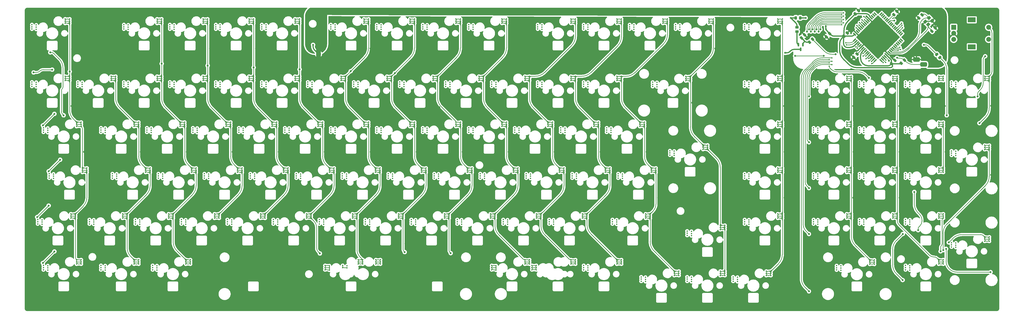
<source format=gbr>
%TF.GenerationSoftware,KiCad,Pcbnew,(6.0.4)*%
%TF.CreationDate,2022-11-05T13:57:25+01:00*%
%TF.ProjectId,pcb-rounded,7063622d-726f-4756-9e64-65642e6b6963,rev?*%
%TF.SameCoordinates,Original*%
%TF.FileFunction,Copper,L1,Top*%
%TF.FilePolarity,Positive*%
%FSLAX46Y46*%
G04 Gerber Fmt 4.6, Leading zero omitted, Abs format (unit mm)*
G04 Created by KiCad (PCBNEW (6.0.4)) date 2022-11-05 13:57:25*
%MOMM*%
%LPD*%
G01*
G04 APERTURE LIST*
G04 Aperture macros list*
%AMRoundRect*
0 Rectangle with rounded corners*
0 $1 Rounding radius*
0 $2 $3 $4 $5 $6 $7 $8 $9 X,Y pos of 4 corners*
0 Add a 4 corners polygon primitive as box body*
4,1,4,$2,$3,$4,$5,$6,$7,$8,$9,$2,$3,0*
0 Add four circle primitives for the rounded corners*
1,1,$1+$1,$2,$3*
1,1,$1+$1,$4,$5*
1,1,$1+$1,$6,$7*
1,1,$1+$1,$8,$9*
0 Add four rect primitives between the rounded corners*
20,1,$1+$1,$2,$3,$4,$5,0*
20,1,$1+$1,$4,$5,$6,$7,0*
20,1,$1+$1,$6,$7,$8,$9,0*
20,1,$1+$1,$8,$9,$2,$3,0*%
%AMRotRect*
0 Rectangle, with rotation*
0 The origin of the aperture is its center*
0 $1 length*
0 $2 width*
0 $3 Rotation angle, in degrees counterclockwise*
0 Add horizontal line*
21,1,$1,$2,0,0,$3*%
G04 Aperture macros list end*
%TA.AperFunction,SMDPad,CuDef*%
%ADD10RoundRect,0.450000X-0.950000X-0.450000X0.950000X-0.450000X0.950000X0.450000X-0.950000X0.450000X0*%
%TD*%
%TA.AperFunction,ComponentPad*%
%ADD11C,0.600000*%
%TD*%
%TA.AperFunction,SMDPad,CuDef*%
%ADD12RoundRect,0.250000X0.132583X-0.503814X0.503814X-0.132583X-0.132583X0.503814X-0.503814X0.132583X0*%
%TD*%
%TA.AperFunction,SMDPad,CuDef*%
%ADD13RoundRect,0.250000X0.159099X-0.512652X0.512652X-0.159099X-0.159099X0.512652X-0.512652X0.159099X0*%
%TD*%
%TA.AperFunction,SMDPad,CuDef*%
%ADD14RoundRect,0.250000X-0.159099X0.512652X-0.512652X0.159099X0.159099X-0.512652X0.512652X-0.159099X0*%
%TD*%
%TA.AperFunction,SMDPad,CuDef*%
%ADD15RoundRect,0.250000X-0.503814X-0.132583X-0.132583X-0.503814X0.503814X0.132583X0.132583X0.503814X0*%
%TD*%
%TA.AperFunction,SMDPad,CuDef*%
%ADD16RotRect,1.500000X0.550000X45.000000*%
%TD*%
%TA.AperFunction,SMDPad,CuDef*%
%ADD17RotRect,1.500000X0.550000X135.000000*%
%TD*%
%TA.AperFunction,SMDPad,CuDef*%
%ADD18RoundRect,0.250000X-0.262500X-0.450000X0.262500X-0.450000X0.262500X0.450000X-0.262500X0.450000X0*%
%TD*%
%TA.AperFunction,SMDPad,CuDef*%
%ADD19RoundRect,0.150000X-0.150000X0.587500X-0.150000X-0.587500X0.150000X-0.587500X0.150000X0.587500X0*%
%TD*%
%TA.AperFunction,SMDPad,CuDef*%
%ADD20RoundRect,0.250000X-0.132583X0.503814X-0.503814X0.132583X0.132583X-0.503814X0.503814X-0.132583X0*%
%TD*%
%TA.AperFunction,SMDPad,CuDef*%
%ADD21RotRect,1.400000X1.200000X225.000000*%
%TD*%
%TA.AperFunction,ComponentPad*%
%ADD22R,2.000000X2.000000*%
%TD*%
%TA.AperFunction,ComponentPad*%
%ADD23C,2.000000*%
%TD*%
%TA.AperFunction,ComponentPad*%
%ADD24R,3.200000X2.000000*%
%TD*%
%TA.AperFunction,SMDPad,CuDef*%
%ADD25C,2.000000*%
%TD*%
%TA.AperFunction,SMDPad,CuDef*%
%ADD26RoundRect,0.250000X0.450000X-0.262500X0.450000X0.262500X-0.450000X0.262500X-0.450000X-0.262500X0*%
%TD*%
%TA.AperFunction,ViaPad*%
%ADD27C,0.800000*%
%TD*%
%TA.AperFunction,ViaPad*%
%ADD28C,0.600000*%
%TD*%
%TA.AperFunction,Conductor*%
%ADD29C,0.508000*%
%TD*%
%TA.AperFunction,Conductor*%
%ADD30C,0.254000*%
%TD*%
%TA.AperFunction,Conductor*%
%ADD31C,0.250000*%
%TD*%
%TA.AperFunction,Conductor*%
%ADD32C,0.381000*%
%TD*%
%TA.AperFunction,Conductor*%
%ADD33C,0.200000*%
%TD*%
G04 APERTURE END LIST*
%TO.C,NT1*%
G36*
X212137500Y-187200000D02*
G01*
X210137500Y-187200000D01*
X210137500Y-179200000D01*
X212137500Y-179200000D01*
X212137500Y-187200000D01*
G37*
%TD*%
D10*
%TO.P,SW1,1,1*%
%TO.N,GNDREF*%
X458875000Y-185531250D03*
%TO.P,SW1,2,2*%
%TO.N,Net-(R1-Pad2)*%
X461875000Y-187531250D03*
%TD*%
D11*
%TO.P,MX13,1,COL*%
%TO.N,COL13*%
X372856250Y-168650000D03*
X372856250Y-170450000D03*
X372856250Y-169550000D03*
X374756250Y-169550000D03*
X374756250Y-168650000D03*
X374756250Y-170450000D03*
%TO.P,MX13,2,ROW*%
%TO.N,Net-(D13-Pad2)*%
X360906250Y-172950000D03*
X359126250Y-171030000D03*
X359126250Y-172830000D03*
X360906250Y-172050000D03*
X360906250Y-171150000D03*
X359126250Y-171930000D03*
%TD*%
%TO.P,MX11,1,COL*%
%TO.N,COL11*%
X334756250Y-169550000D03*
X336656250Y-168650000D03*
X334756250Y-170450000D03*
X336656250Y-169550000D03*
X336656250Y-170450000D03*
X334756250Y-168650000D03*
%TO.P,MX11,2,ROW*%
%TO.N,Net-(D11-Pad2)*%
X322806250Y-172950000D03*
X321026250Y-172830000D03*
X321026250Y-171930000D03*
X321026250Y-171030000D03*
X322806250Y-172050000D03*
X322806250Y-171150000D03*
%TD*%
D12*
%TO.P,R2,1*%
%TO.N,Net-(Q1-Pad1)*%
X414554765Y-178345235D03*
%TO.P,R2,2*%
%TO.N,Net-(R2-Pad2)*%
X415845235Y-177054765D03*
%TD*%
D11*
%TO.P,MX43,1,COL*%
%TO.N,COL9*%
X289031250Y-211512500D03*
X289031250Y-212412500D03*
X287131250Y-212412500D03*
X287131250Y-213312500D03*
X289031250Y-213312500D03*
X287131250Y-211512500D03*
%TO.P,MX43,2,ROW*%
%TO.N,Net-(D43-Pad2)*%
X275181250Y-214012500D03*
X275181250Y-214912500D03*
X273401250Y-214792500D03*
X273401250Y-213892500D03*
X275181250Y-215812500D03*
X273401250Y-215692500D03*
%TD*%
%TO.P,MX31,1,COL*%
%TO.N,COL16*%
X450956250Y-192462500D03*
X449056250Y-194262500D03*
X449056250Y-193362500D03*
X450956250Y-193362500D03*
X450956250Y-194262500D03*
X449056250Y-192462500D03*
%TO.P,MX31,2,ROW*%
%TO.N,Net-(D31-Pad2)*%
X437106250Y-194962500D03*
X437106250Y-196762500D03*
X437106250Y-195862500D03*
X435326250Y-195742500D03*
X435326250Y-196642500D03*
X435326250Y-194842500D03*
%TD*%
%TO.P,MX20,1,COL*%
%TO.N,COL5*%
X203306250Y-192462500D03*
X201406250Y-194262500D03*
X201406250Y-193362500D03*
X203306250Y-194262500D03*
X201406250Y-192462500D03*
X203306250Y-193362500D03*
%TO.P,MX20,2,ROW*%
%TO.N,Net-(D20-Pad2)*%
X187676250Y-195742500D03*
X189456250Y-196762500D03*
X189456250Y-194962500D03*
X187676250Y-194842500D03*
X189456250Y-195862500D03*
X187676250Y-196642500D03*
%TD*%
%TO.P,MX54,1,COL*%
%TO.N,COL3*%
X179493750Y-230562500D03*
X179493750Y-231462500D03*
X177593750Y-230562500D03*
X179493750Y-232362500D03*
X177593750Y-232362500D03*
X177593750Y-231462500D03*
%TO.P,MX54,2,ROW*%
%TO.N,Net-(D54-Pad2)*%
X165643750Y-233962500D03*
X163863750Y-234742500D03*
X165643750Y-233062500D03*
X163863750Y-232942500D03*
X163863750Y-233842500D03*
X165643750Y-234862500D03*
%TD*%
%TO.P,MX12,1,COL*%
%TO.N,COL12*%
X353806250Y-168650000D03*
X355706250Y-170450000D03*
X353806250Y-170450000D03*
X353806250Y-169550000D03*
X355706250Y-169550000D03*
X355706250Y-168650000D03*
%TO.P,MX12,2,ROW*%
%TO.N,Net-(D12-Pad2)*%
X340076250Y-171030000D03*
X340076250Y-171930000D03*
X340076250Y-172830000D03*
X341856250Y-172950000D03*
X341856250Y-171150000D03*
X341856250Y-172050000D03*
%TD*%
%TO.P,MX51,1,COL*%
%TO.N,COL0*%
X113300000Y-230562500D03*
X115200000Y-231462500D03*
X115200000Y-230562500D03*
X113300000Y-231462500D03*
X113300000Y-232362500D03*
X115200000Y-232362500D03*
%TO.P,MX51,2,ROW*%
%TO.N,Net-(D51-Pad2)*%
X99570000Y-233842500D03*
X101350000Y-234862500D03*
X101350000Y-233062500D03*
X101350000Y-233962500D03*
X99570000Y-234742500D03*
X99570000Y-232942500D03*
%TD*%
D13*
%TO.P,C7,1*%
%TO.N,Net-(C7-Pad1)*%
X465259499Y-173709251D03*
%TO.P,C7,2*%
%TO.N,GNDREF*%
X466603001Y-172365749D03*
%TD*%
D11*
%TO.P,MX77,1,COL*%
%TO.N,COL7*%
X244268750Y-251412500D03*
X246168750Y-251412500D03*
X246168750Y-249612500D03*
X246168750Y-250512500D03*
X244268750Y-249612500D03*
X244268750Y-250512500D03*
%TO.P,MX77,2,ROW*%
%TO.N,Net-(D77-Pad2)*%
X232318750Y-252112500D03*
X230538750Y-251992500D03*
X232318750Y-253912500D03*
X230538750Y-252892500D03*
X230538750Y-253792500D03*
X232318750Y-253012500D03*
%TD*%
D14*
%TO.P,C4,1*%
%TO.N,Net-(C4-Pad1)*%
X434249751Y-183224249D03*
%TO.P,C4,2*%
%TO.N,GNDREF*%
X432906249Y-184567751D03*
%TD*%
D11*
%TO.P,MX79,1,COL*%
%TO.N,COL9*%
X282368750Y-250512500D03*
X284268750Y-249612500D03*
X284268750Y-250512500D03*
X282368750Y-249612500D03*
X282368750Y-251412500D03*
X284268750Y-251412500D03*
%TO.P,MX79,2,ROW*%
%TO.N,Net-(D79-Pad2)*%
X270418750Y-253912500D03*
X270418750Y-252112500D03*
X268638750Y-251992500D03*
X268638750Y-253792500D03*
X268638750Y-252892500D03*
X270418750Y-253012500D03*
%TD*%
%TO.P,MX49,1,COL*%
%TO.N,COL16*%
X450956250Y-213312500D03*
X449056250Y-213312500D03*
X450956250Y-212412500D03*
X450956250Y-211512500D03*
X449056250Y-211512500D03*
X449056250Y-212412500D03*
%TO.P,MX49,2,ROW*%
%TO.N,Net-(D49-Pad2)*%
X435326250Y-213892500D03*
X437106250Y-214912500D03*
X437106250Y-214012500D03*
X437106250Y-215812500D03*
X435326250Y-214792500D03*
X435326250Y-215692500D03*
%TD*%
%TO.P,MX45,1,COL*%
%TO.N,COL11*%
X325231250Y-213312500D03*
X327131250Y-213312500D03*
X325231250Y-212412500D03*
X327131250Y-212412500D03*
X325231250Y-211512500D03*
X327131250Y-211512500D03*
%TO.P,MX45,2,ROW*%
%TO.N,Net-(D45-Pad2)*%
X313281250Y-214912500D03*
X313281250Y-215812500D03*
X311501250Y-214792500D03*
X311501250Y-215692500D03*
X313281250Y-214012500D03*
X311501250Y-213892500D03*
%TD*%
%TO.P,MX42,1,COL*%
%TO.N,COL8*%
X269981250Y-211512500D03*
X268081250Y-213312500D03*
X268081250Y-212412500D03*
X269981250Y-212412500D03*
X269981250Y-213312500D03*
X268081250Y-211512500D03*
%TO.P,MX42,2,ROW*%
%TO.N,Net-(D42-Pad2)*%
X254351250Y-213892500D03*
X254351250Y-215692500D03*
X256131250Y-215812500D03*
X256131250Y-214912500D03*
X256131250Y-214012500D03*
X254351250Y-214792500D03*
%TD*%
%TO.P,MX10,1,COL*%
%TO.N,COL10*%
X315706250Y-168650000D03*
X317606250Y-169550000D03*
X315706250Y-170450000D03*
X315706250Y-169550000D03*
X317606250Y-168650000D03*
X317606250Y-170450000D03*
%TO.P,MX10,2,ROW*%
%TO.N,Net-(D10-Pad2)*%
X301976250Y-171930000D03*
X303756250Y-172050000D03*
X301976250Y-172830000D03*
X301976250Y-171030000D03*
X303756250Y-171150000D03*
X303756250Y-172950000D03*
%TD*%
%TO.P,MX92,1,COL*%
%TO.N,COL6*%
X227600000Y-270462500D03*
X227600000Y-269562500D03*
X229500000Y-270462500D03*
X236787500Y-268662500D03*
X229500000Y-269562500D03*
X227600000Y-268662500D03*
X236787500Y-269562500D03*
X234887500Y-270462500D03*
X229500000Y-268662500D03*
X234887500Y-269562500D03*
X236787500Y-270462500D03*
X234887500Y-268662500D03*
%TO.P,MX92,2,ROW*%
%TO.N,Net-(D92-Pad2)*%
X222937500Y-272062500D03*
X215650000Y-272062500D03*
X215650000Y-271162500D03*
X221157500Y-271942500D03*
X215650000Y-272962500D03*
X213870000Y-271042500D03*
X213870000Y-272842500D03*
X213870000Y-271942500D03*
X222937500Y-271162500D03*
X221157500Y-271042500D03*
%TD*%
D13*
%TO.P,C3,1*%
%TO.N,+5V*%
X448590749Y-187203001D03*
%TO.P,C3,2*%
%TO.N,GNDREF*%
X449934251Y-185859499D03*
%TD*%
D15*
%TO.P,R8,1*%
%TO.N,/LED/RGB_Data*%
X467254765Y-183354765D03*
%TO.P,R8,2*%
%TO.N,Net-(D101-Pad4)*%
X468545235Y-184645235D03*
%TD*%
D11*
%TO.P,MX9,1,COL*%
%TO.N,COL9*%
X287131250Y-169550000D03*
X289031250Y-170450000D03*
X289031250Y-169550000D03*
X287131250Y-168650000D03*
X287131250Y-170450000D03*
X289031250Y-168650000D03*
%TO.P,MX9,2,ROW*%
%TO.N,Net-(D9-Pad2)*%
X273401250Y-171930000D03*
X275181250Y-172050000D03*
X273401250Y-171030000D03*
X273401250Y-172830000D03*
X275181250Y-172950000D03*
X275181250Y-171150000D03*
%TD*%
%TO.P,MX18,1,COL*%
%TO.N,COL3*%
X163306250Y-194262500D03*
X163306250Y-193362500D03*
X165206250Y-193362500D03*
X165206250Y-192462500D03*
X163306250Y-192462500D03*
X165206250Y-194262500D03*
%TO.P,MX18,2,ROW*%
%TO.N,Net-(D18-Pad2)*%
X149576250Y-195742500D03*
X151356250Y-196762500D03*
X151356250Y-194962500D03*
X151356250Y-195862500D03*
X149576250Y-196642500D03*
X149576250Y-194842500D03*
%TD*%
%TO.P,MX15,1,COL*%
%TO.N,COL0*%
X106156250Y-193362500D03*
X106156250Y-192462500D03*
X108056250Y-193362500D03*
X108056250Y-194262500D03*
X108056250Y-192462500D03*
X106156250Y-194262500D03*
%TO.P,MX15,2,ROW*%
%TO.N,Net-(D15-Pad2)*%
X92426250Y-194842500D03*
X94206250Y-196762500D03*
X94206250Y-195862500D03*
X92426250Y-195742500D03*
X92426250Y-196642500D03*
X94206250Y-194962500D03*
%TD*%
D16*
%TO.P,U1,1,PE6*%
%TO.N,COL8*%
X433288637Y-177414582D03*
%TO.P,U1,2,PE7*%
%TO.N,COL9*%
X433854323Y-177980267D03*
%TO.P,U1,3,UVCC*%
%TO.N,+5V*%
X434420008Y-178545952D03*
%TO.P,U1,4,D-*%
%TO.N,D-*%
X434985693Y-179111638D03*
%TO.P,U1,5,D+*%
%TO.N,D+*%
X435551379Y-179677323D03*
%TO.P,U1,6,UGND*%
%TO.N,GNDREF*%
X436117064Y-180243009D03*
%TO.P,U1,7,UCAP*%
%TO.N,Net-(C4-Pad1)*%
X436682750Y-180808694D03*
%TO.P,U1,8,VBUS*%
%TO.N,+5V*%
X437248435Y-181374380D03*
%TO.P,U1,9,PE3*%
%TO.N,ROW5*%
X437814120Y-181940065D03*
%TO.P,U1,10,PB0*%
%TO.N,ROW4*%
X438379806Y-182505750D03*
%TO.P,U1,11,PB1*%
%TO.N,ROW3*%
X438945491Y-183071436D03*
%TO.P,U1,12,PB2*%
%TO.N,ROW2*%
X439511177Y-183637121D03*
%TO.P,U1,13,PB3*%
%TO.N,ROW1*%
X440076862Y-184202807D03*
%TO.P,U1,14,PB4*%
%TO.N,ROW0*%
X440642548Y-184768492D03*
%TO.P,U1,15,PB5*%
%TO.N,COL10*%
X441208233Y-185334177D03*
%TO.P,U1,16,PB6*%
%TO.N,COL11*%
X441773918Y-185899863D03*
D17*
%TO.P,U1,17,PB7*%
%TO.N,COL12*%
X444178082Y-185899863D03*
%TO.P,U1,18,PE4*%
%TO.N,COL13*%
X444743767Y-185334177D03*
%TO.P,U1,19,PE5*%
%TO.N,COL14*%
X445309452Y-184768492D03*
%TO.P,U1,20,~{RESET}*%
%TO.N,Net-(R1-Pad2)*%
X445875138Y-184202807D03*
%TO.P,U1,21,VCC*%
%TO.N,+5V*%
X446440823Y-183637121D03*
%TO.P,U1,22,GND*%
%TO.N,GNDREF*%
X447006509Y-183071436D03*
%TO.P,U1,23,XTAL2*%
%TO.N,Net-(C7-Pad1)*%
X447572194Y-182505750D03*
%TO.P,U1,24,XTAL1*%
%TO.N,Net-(C2-Pad1)*%
X448137880Y-181940065D03*
%TO.P,U1,25,PD0*%
%TO.N,ROT_B*%
X448703565Y-181374380D03*
%TO.P,U1,26,PD1*%
%TO.N,ROT_A*%
X449269250Y-180808694D03*
%TO.P,U1,27,PD2*%
%TO.N,/LED/RGB_Data*%
X449834936Y-180243009D03*
%TO.P,U1,28,PD3*%
%TO.N,unconnected-(U1-Pad28)*%
X450400621Y-179677323D03*
%TO.P,U1,29,PD4*%
%TO.N,unconnected-(U1-Pad29)*%
X450966307Y-179111638D03*
%TO.P,U1,30,PD5*%
%TO.N,unconnected-(U1-Pad30)*%
X451531992Y-178545952D03*
%TO.P,U1,31,PD6*%
%TO.N,unconnected-(U1-Pad31)*%
X452097677Y-177980267D03*
%TO.P,U1,32,PD7*%
%TO.N,unconnected-(U1-Pad32)*%
X452663363Y-177414582D03*
D16*
%TO.P,U1,33,PE0*%
%TO.N,unconnected-(U1-Pad33)*%
X452663363Y-175010418D03*
%TO.P,U1,34,PE1*%
%TO.N,unconnected-(U1-Pad34)*%
X452097677Y-174444733D03*
%TO.P,U1,35,PC0*%
%TO.N,COL15*%
X451531992Y-173879048D03*
%TO.P,U1,36,PC1*%
%TO.N,COL16*%
X450966307Y-173313362D03*
%TO.P,U1,37,PC2*%
%TO.N,COL17*%
X450400621Y-172747677D03*
%TO.P,U1,38,PC3*%
%TO.N,unconnected-(U1-Pad38)*%
X449834936Y-172181991D03*
%TO.P,U1,39,PC4*%
%TO.N,unconnected-(U1-Pad39)*%
X449269250Y-171616306D03*
%TO.P,U1,40,PC5*%
%TO.N,unconnected-(U1-Pad40)*%
X448703565Y-171050620D03*
%TO.P,U1,41,PC6*%
%TO.N,unconnected-(U1-Pad41)*%
X448137880Y-170484935D03*
%TO.P,U1,42,PC7*%
%TO.N,Net-(R2-Pad2)*%
X447572194Y-169919250D03*
%TO.P,U1,43,PE2/~{HWB}*%
%TO.N,Net-(R6-Pad2)*%
X447006509Y-169353564D03*
%TO.P,U1,44,PA7*%
%TO.N,unconnected-(U1-Pad44)*%
X446440823Y-168787879D03*
%TO.P,U1,45,PA6*%
%TO.N,unconnected-(U1-Pad45)*%
X445875138Y-168222193D03*
%TO.P,U1,46,PA5*%
%TO.N,unconnected-(U1-Pad46)*%
X445309452Y-167656508D03*
%TO.P,U1,47,PA4*%
%TO.N,unconnected-(U1-Pad47)*%
X444743767Y-167090823D03*
%TO.P,U1,48,PA3*%
%TO.N,unconnected-(U1-Pad48)*%
X444178082Y-166525137D03*
D17*
%TO.P,U1,49,PA2*%
%TO.N,unconnected-(U1-Pad49)*%
X441773918Y-166525137D03*
%TO.P,U1,50,PA1*%
%TO.N,unconnected-(U1-Pad50)*%
X441208233Y-167090823D03*
%TO.P,U1,51,PA0*%
%TO.N,unconnected-(U1-Pad51)*%
X440642548Y-167656508D03*
%TO.P,U1,52,VCC*%
%TO.N,+5V*%
X440076862Y-168222193D03*
%TO.P,U1,53,GND*%
%TO.N,GNDREF*%
X439511177Y-168787879D03*
%TO.P,U1,54,PF7*%
%TO.N,COL0*%
X438945491Y-169353564D03*
%TO.P,U1,55,PF6*%
%TO.N,COL1*%
X438379806Y-169919250D03*
%TO.P,U1,56,PF5*%
%TO.N,COL2*%
X437814120Y-170484935D03*
%TO.P,U1,57,PF4*%
%TO.N,COL3*%
X437248435Y-171050620D03*
%TO.P,U1,58,PF3*%
%TO.N,COL4*%
X436682750Y-171616306D03*
%TO.P,U1,59,PF2*%
%TO.N,COL5*%
X436117064Y-172181991D03*
%TO.P,U1,60,PF1*%
%TO.N,COL6*%
X435551379Y-172747677D03*
%TO.P,U1,61,PF0*%
%TO.N,COL7*%
X434985693Y-173313362D03*
%TO.P,U1,62,AREF*%
%TO.N,unconnected-(U1-Pad62)*%
X434420008Y-173879048D03*
%TO.P,U1,63,GND*%
%TO.N,GNDREF*%
X433854323Y-174444733D03*
%TO.P,U1,64,AVCC*%
%TO.N,+5V*%
X433288637Y-175010418D03*
%TD*%
D11*
%TO.P,MX5,1,COL*%
%TO.N,COL5*%
X203306250Y-168650000D03*
X201406250Y-168650000D03*
X201406250Y-170450000D03*
X203306250Y-170450000D03*
X203306250Y-169550000D03*
X201406250Y-169550000D03*
%TO.P,MX5,2,ROW*%
%TO.N,Net-(D5-Pad2)*%
X189456250Y-172950000D03*
X189456250Y-172050000D03*
X187676250Y-171030000D03*
X187676250Y-172830000D03*
X187676250Y-171930000D03*
X189456250Y-171150000D03*
%TD*%
%TO.P,MX21,1,COL*%
%TO.N,COL6*%
X220456250Y-192462500D03*
X220456250Y-194262500D03*
X222356250Y-193362500D03*
X220456250Y-193362500D03*
X222356250Y-192462500D03*
X222356250Y-194262500D03*
%TO.P,MX21,2,ROW*%
%TO.N,Net-(D21-Pad2)*%
X206726250Y-194842500D03*
X208506250Y-194962500D03*
X208506250Y-195862500D03*
X208506250Y-196762500D03*
X206726250Y-196642500D03*
X206726250Y-195742500D03*
%TD*%
%TO.P,MX84,1,COL*%
%TO.N,COL14*%
X403331250Y-251412500D03*
X401431250Y-251412500D03*
X403331250Y-249612500D03*
X403331250Y-250512500D03*
X401431250Y-249612500D03*
X401431250Y-250512500D03*
%TO.P,MX84,2,ROW*%
%TO.N,Net-(D84-Pad2)*%
X389481250Y-253912500D03*
X389481250Y-252112500D03*
X387701250Y-253792500D03*
X389481250Y-253012500D03*
X387701250Y-251992500D03*
X387701250Y-252892500D03*
%TD*%
%TO.P,MX44,1,COL*%
%TO.N,COL10*%
X306181250Y-211512500D03*
X306181250Y-213312500D03*
X308081250Y-212412500D03*
X306181250Y-212412500D03*
X308081250Y-213312500D03*
X308081250Y-211512500D03*
%TO.P,MX44,2,ROW*%
%TO.N,Net-(D44-Pad2)*%
X294231250Y-214912500D03*
X294231250Y-215812500D03*
X292451250Y-214792500D03*
X292451250Y-215692500D03*
X294231250Y-214012500D03*
X292451250Y-213892500D03*
%TD*%
%TO.P,MX47,1,COL*%
%TO.N,COL14*%
X403331250Y-213312500D03*
X401431250Y-211512500D03*
X403331250Y-212412500D03*
X401431250Y-212412500D03*
X403331250Y-211512500D03*
X401431250Y-213312500D03*
%TO.P,MX47,2,ROW*%
%TO.N,Net-(D47-Pad2)*%
X387701250Y-215692500D03*
X387701250Y-213892500D03*
X387701250Y-214792500D03*
X389481250Y-215812500D03*
X389481250Y-214912500D03*
X389481250Y-214012500D03*
%TD*%
%TO.P,MX32,1,COL*%
%TO.N,COL16*%
X468106250Y-193362500D03*
X470006250Y-192462500D03*
X470006250Y-193362500D03*
X470006250Y-194262500D03*
X468106250Y-194262500D03*
X468106250Y-192462500D03*
%TO.P,MX32,2,ROW*%
%TO.N,Net-(D32-Pad2)*%
X454376250Y-196642500D03*
X456156250Y-195862500D03*
X456156250Y-194962500D03*
X456156250Y-196762500D03*
X454376250Y-195742500D03*
X454376250Y-194842500D03*
%TD*%
%TO.P,MX91,1,COL*%
%TO.N,COL2*%
X158062500Y-268662500D03*
X156162500Y-268662500D03*
X156162500Y-269562500D03*
X156162500Y-270462500D03*
X158062500Y-270462500D03*
X158062500Y-269562500D03*
%TO.P,MX91,2,ROW*%
%TO.N,Net-(D91-Pad2)*%
X144212500Y-272962500D03*
X142432500Y-272842500D03*
X144212500Y-271162500D03*
X142432500Y-271942500D03*
X142432500Y-271042500D03*
X144212500Y-272062500D03*
%TD*%
%TO.P,MX36,1,COL*%
%TO.N,COL2*%
X155681250Y-212412500D03*
X153781250Y-213312500D03*
X153781250Y-211512500D03*
X155681250Y-211512500D03*
X155681250Y-213312500D03*
X153781250Y-212412500D03*
%TO.P,MX36,2,ROW*%
%TO.N,Net-(D36-Pad2)*%
X141831250Y-215812500D03*
X141831250Y-214912500D03*
X140051250Y-214792500D03*
X141831250Y-214012500D03*
X140051250Y-213892500D03*
X140051250Y-215692500D03*
%TD*%
%TO.P,MX71,1,COL*%
%TO.N,COL1*%
X129968750Y-250512500D03*
X129968750Y-249612500D03*
X129968750Y-251412500D03*
X131868750Y-251412500D03*
X131868750Y-250512500D03*
X131868750Y-249612500D03*
%TO.P,MX71,2,ROW*%
%TO.N,Net-(D71-Pad2)*%
X116238750Y-251992500D03*
X118018750Y-253012500D03*
X116238750Y-252892500D03*
X118018750Y-252112500D03*
X116238750Y-253792500D03*
X118018750Y-253912500D03*
%TD*%
%TO.P,MX80,1,COL*%
%TO.N,COL10*%
X301418750Y-250512500D03*
X303318750Y-250512500D03*
X303318750Y-249612500D03*
X301418750Y-251412500D03*
X303318750Y-251412500D03*
X301418750Y-249612500D03*
%TO.P,MX80,2,ROW*%
%TO.N,Net-(D80-Pad2)*%
X289468750Y-252112500D03*
X287688750Y-252892500D03*
X289468750Y-253912500D03*
X287688750Y-253792500D03*
X289468750Y-253012500D03*
X287688750Y-251992500D03*
%TD*%
D18*
%TO.P,R7,1*%
%TO.N,/Power*%
X408887500Y-168200000D03*
%TO.P,R7,2*%
%TO.N,+5V*%
X410712500Y-168200000D03*
%TD*%
D11*
%TO.P,MX89,1,COL*%
%TO.N,COL0*%
X110918750Y-270462500D03*
X112818750Y-270462500D03*
X112818750Y-269562500D03*
X110918750Y-268662500D03*
X112818750Y-268662500D03*
X110918750Y-269562500D03*
%TO.P,MX89,2,ROW*%
%TO.N,Net-(D89-Pad2)*%
X98968750Y-272962500D03*
X97188750Y-271942500D03*
X98968750Y-272062500D03*
X97188750Y-271042500D03*
X97188750Y-272842500D03*
X98968750Y-271162500D03*
%TD*%
%TO.P,MX66,1,COL*%
%TO.N,COL15*%
X431906250Y-231462500D03*
X430006250Y-232362500D03*
X430006250Y-231462500D03*
X430006250Y-230562500D03*
X431906250Y-230562500D03*
X431906250Y-232362500D03*
%TO.P,MX66,2,ROW*%
%TO.N,Net-(D66-Pad2)*%
X418056250Y-234862500D03*
X418056250Y-233962500D03*
X418056250Y-233062500D03*
X416276250Y-233842500D03*
X416276250Y-232942500D03*
X416276250Y-234742500D03*
%TD*%
%TO.P,MX3,1,COL*%
%TO.N,COL3*%
X165206250Y-170450000D03*
X165206250Y-168650000D03*
X165206250Y-169550000D03*
X163306250Y-168650000D03*
X163306250Y-169550000D03*
X163306250Y-170450000D03*
%TO.P,MX3,2,ROW*%
%TO.N,Net-(D3-Pad2)*%
X151356250Y-172050000D03*
X149576250Y-172830000D03*
X149576250Y-171930000D03*
X151356250Y-172950000D03*
X151356250Y-171150000D03*
X149576250Y-171030000D03*
%TD*%
%TO.P,MX61,1,COL*%
%TO.N,COL10*%
X310943750Y-230562500D03*
X312843750Y-231462500D03*
X312843750Y-232362500D03*
X310943750Y-232362500D03*
X312843750Y-230562500D03*
X310943750Y-231462500D03*
%TO.P,MX61,2,ROW*%
%TO.N,Net-(D61-Pad2)*%
X297213750Y-234742500D03*
X298993750Y-233062500D03*
X298993750Y-234862500D03*
X297213750Y-232942500D03*
X297213750Y-233842500D03*
X298993750Y-233962500D03*
%TD*%
%TO.P,MX100,1,COL*%
%TO.N,COL16*%
X468106250Y-269562500D03*
X470006250Y-269562500D03*
X470006250Y-270462500D03*
X468106250Y-270462500D03*
X468106250Y-268662500D03*
X470006250Y-268662500D03*
%TO.P,MX100,2,ROW*%
%TO.N,Net-(D100-Pad2)*%
X454376250Y-271042500D03*
X456156250Y-272962500D03*
X456156250Y-272062500D03*
X454376250Y-271942500D03*
X456156250Y-271162500D03*
X454376250Y-272842500D03*
%TD*%
%TO.P,MX86,1,COL*%
%TO.N,COL16*%
X450956250Y-251412500D03*
X449056250Y-251412500D03*
X449056250Y-249612500D03*
X450956250Y-250512500D03*
X449056250Y-250512500D03*
X450956250Y-249612500D03*
%TO.P,MX86,2,ROW*%
%TO.N,Net-(D86-Pad2)*%
X435326250Y-251992500D03*
X435326250Y-252892500D03*
X435326250Y-253792500D03*
X437106250Y-253912500D03*
X437106250Y-252112500D03*
X437106250Y-253012500D03*
%TD*%
%TO.P,MX39,1,COL*%
%TO.N,COL5*%
X212831250Y-211512500D03*
X212831250Y-213312500D03*
X210931250Y-211512500D03*
X210931250Y-212412500D03*
X212831250Y-212412500D03*
X210931250Y-213312500D03*
%TO.P,MX39,2,ROW*%
%TO.N,Net-(D39-Pad2)*%
X197201250Y-214792500D03*
X197201250Y-215692500D03*
X198981250Y-214912500D03*
X198981250Y-215812500D03*
X197201250Y-213892500D03*
X198981250Y-214012500D03*
%TD*%
%TO.P,MX87,1,COL*%
%TO.N,COL7*%
X468106250Y-251412500D03*
X468106250Y-250512500D03*
X468106250Y-249612500D03*
X470006250Y-251412500D03*
X470006250Y-249612500D03*
X470006250Y-250512500D03*
%TO.P,MX87,2,ROW*%
%TO.N,Net-(D87-Pad2)*%
X456156250Y-252112500D03*
X456156250Y-253012500D03*
X456156250Y-253912500D03*
X454376250Y-252892500D03*
X454376250Y-251992500D03*
X454376250Y-253792500D03*
%TD*%
%TO.P,MX83,1,COL*%
%TO.N,COL13*%
X379518750Y-255275000D03*
X379518750Y-256175000D03*
X377618750Y-255275000D03*
X377618750Y-254375000D03*
X379518750Y-254375000D03*
X377618750Y-256175000D03*
%TO.P,MX83,2,ROW*%
%TO.N,Net-(D83-Pad2)*%
X363888750Y-258555000D03*
X365668750Y-256875000D03*
X365668750Y-258675000D03*
X363888750Y-256755000D03*
X365668750Y-257775000D03*
X363888750Y-257655000D03*
%TD*%
%TO.P,MX78,1,COL*%
%TO.N,COL8*%
X265218750Y-249612500D03*
X263318750Y-250512500D03*
X265218750Y-250512500D03*
X263318750Y-251412500D03*
X265218750Y-251412500D03*
X263318750Y-249612500D03*
%TO.P,MX78,2,ROW*%
%TO.N,Net-(D78-Pad2)*%
X251368750Y-253912500D03*
X251368750Y-252112500D03*
X249588750Y-251992500D03*
X249588750Y-252892500D03*
X251368750Y-253012500D03*
X249588750Y-253792500D03*
%TD*%
%TO.P,MX40,1,COL*%
%TO.N,COL6*%
X229981250Y-212412500D03*
X231881250Y-212412500D03*
X229981250Y-213312500D03*
X229981250Y-211512500D03*
X231881250Y-211512500D03*
X231881250Y-213312500D03*
%TO.P,MX40,2,ROW*%
%TO.N,Net-(D40-Pad2)*%
X218031250Y-215812500D03*
X216251250Y-213892500D03*
X218031250Y-214912500D03*
X216251250Y-215692500D03*
X218031250Y-214012500D03*
X216251250Y-214792500D03*
%TD*%
%TO.P,MX81,1,COL*%
%TO.N,COL11*%
X320468750Y-251412500D03*
X322368750Y-249612500D03*
X322368750Y-250512500D03*
X320468750Y-250512500D03*
X322368750Y-251412500D03*
X320468750Y-249612500D03*
%TO.P,MX81,2,ROW*%
%TO.N,Net-(D81-Pad2)*%
X306738750Y-251992500D03*
X308518750Y-253012500D03*
X306738750Y-252892500D03*
X308518750Y-253912500D03*
X306738750Y-253792500D03*
X308518750Y-252112500D03*
%TD*%
%TO.P,MX25,1,COL*%
%TO.N,COL10*%
X296656250Y-192462500D03*
X298556250Y-194262500D03*
X298556250Y-192462500D03*
X298556250Y-193362500D03*
X296656250Y-193362500D03*
X296656250Y-194262500D03*
%TO.P,MX25,2,ROW*%
%TO.N,Net-(D25-Pad2)*%
X282926250Y-195742500D03*
X284706250Y-194962500D03*
X282926250Y-196642500D03*
X284706250Y-195862500D03*
X284706250Y-196762500D03*
X282926250Y-194842500D03*
%TD*%
D14*
%TO.P,C8,1*%
%TO.N,+5V*%
X422946751Y-174746999D03*
%TO.P,C8,2*%
%TO.N,GNDREF*%
X421603249Y-176090501D03*
%TD*%
D11*
%TO.P,MX52,1,COL*%
%TO.N,COL1*%
X139493750Y-231462500D03*
X141393750Y-232362500D03*
X139493750Y-232362500D03*
X141393750Y-231462500D03*
X141393750Y-230562500D03*
X139493750Y-230562500D03*
%TO.P,MX52,2,ROW*%
%TO.N,Net-(D52-Pad2)*%
X125763750Y-233842500D03*
X127543750Y-233062500D03*
X125763750Y-232942500D03*
X125763750Y-234742500D03*
X127543750Y-233962500D03*
X127543750Y-234862500D03*
%TD*%
%TO.P,MX28,1,COL*%
%TO.N,COL13*%
X365231250Y-193428639D03*
X365231250Y-194328639D03*
X365231250Y-192528639D03*
X363331250Y-193428639D03*
X363331250Y-194328639D03*
X363331250Y-192528639D03*
%TO.P,MX28,2,ROW*%
%TO.N,Net-(D28-Pad2)*%
X351381250Y-196828639D03*
X349601250Y-195808639D03*
X349601250Y-196708639D03*
X351381250Y-195928639D03*
X349601250Y-194908639D03*
X351381250Y-195028639D03*
%TD*%
%TO.P,MX97,1,COL*%
%TO.N,COL13*%
X377618750Y-273425000D03*
X377618750Y-275225000D03*
X379518750Y-275225000D03*
X377618750Y-274325000D03*
X379518750Y-274325000D03*
X379518750Y-273425000D03*
%TO.P,MX97,2,ROW*%
%TO.N,Net-(D97-Pad2)*%
X363888750Y-275805000D03*
X363888750Y-277605000D03*
X365668750Y-276825000D03*
X365668750Y-275925000D03*
X363888750Y-276705000D03*
X365668750Y-277725000D03*
%TD*%
%TO.P,MX63,1,COL*%
%TO.N,COL12*%
X349043750Y-230562500D03*
X349043750Y-231462500D03*
X349043750Y-232362500D03*
X350943750Y-232362500D03*
X350943750Y-230562500D03*
X350943750Y-231462500D03*
%TO.P,MX63,2,ROW*%
%TO.N,Net-(D63-Pad2)*%
X335313750Y-232942500D03*
X337093750Y-233062500D03*
X337093750Y-234862500D03*
X335313750Y-234742500D03*
X335313750Y-233842500D03*
X337093750Y-233962500D03*
%TD*%
%TO.P,MX16,1,COL*%
%TO.N,COL1*%
X127106250Y-193362500D03*
X125206250Y-192462500D03*
X125206250Y-193362500D03*
X125206250Y-194262500D03*
X127106250Y-194262500D03*
X127106250Y-192462500D03*
%TO.P,MX16,2,ROW*%
%TO.N,Net-(D16-Pad2)*%
X111476250Y-195742500D03*
X113256250Y-195862500D03*
X111476250Y-196642500D03*
X113256250Y-196762500D03*
X111476250Y-194842500D03*
X113256250Y-194962500D03*
%TD*%
%TO.P,MX76,1,COL*%
%TO.N,COL6*%
X227118750Y-251412500D03*
X225218750Y-250512500D03*
X227118750Y-250512500D03*
X225218750Y-249612500D03*
X225218750Y-251412500D03*
X227118750Y-249612500D03*
%TO.P,MX76,2,ROW*%
%TO.N,Net-(D76-Pad2)*%
X213268750Y-253012500D03*
X211488750Y-252892500D03*
X211488750Y-253792500D03*
X213268750Y-252112500D03*
X211488750Y-251992500D03*
X213268750Y-253912500D03*
%TD*%
%TO.P,MX14,1,COL*%
%TO.N,COL14*%
X403331250Y-170450000D03*
X401431250Y-168650000D03*
X401431250Y-170450000D03*
X401431250Y-169550000D03*
X403331250Y-168650000D03*
X403331250Y-169550000D03*
%TO.P,MX14,2,ROW*%
%TO.N,Net-(D14-Pad2)*%
X389481250Y-172950000D03*
X389481250Y-171150000D03*
X387701250Y-171030000D03*
X389481250Y-172050000D03*
X387701250Y-172830000D03*
X387701250Y-171930000D03*
%TD*%
%TO.P,MX65,1,COL*%
%TO.N,COL14*%
X401431250Y-230562500D03*
X403331250Y-230562500D03*
X401431250Y-231462500D03*
X401431250Y-232362500D03*
X403331250Y-232362500D03*
X403331250Y-231462500D03*
%TO.P,MX65,2,ROW*%
%TO.N,Net-(D65-Pad2)*%
X387701250Y-232942500D03*
X389481250Y-233062500D03*
X387701250Y-233842500D03*
X389481250Y-233962500D03*
X387701250Y-234742500D03*
X389481250Y-234862500D03*
%TD*%
D19*
%TO.P,Q1,1,G*%
%TO.N,Net-(Q1-Pad1)*%
X411850000Y-179362500D03*
%TO.P,Q1,2,S*%
%TO.N,Net-(Q1-Pad2)*%
X409950000Y-179362500D03*
%TO.P,Q1,3,D*%
%TO.N,/LED/5V*%
X410900000Y-181237500D03*
%TD*%
D11*
%TO.P,MX75,1,COL*%
%TO.N,COL5*%
X206168750Y-249612500D03*
X208068750Y-249612500D03*
X206168750Y-250512500D03*
X208068750Y-250512500D03*
X206168750Y-251412500D03*
X208068750Y-251412500D03*
%TO.P,MX75,2,ROW*%
%TO.N,Net-(D75-Pad2)*%
X194218750Y-252112500D03*
X194218750Y-253012500D03*
X192438750Y-251992500D03*
X192438750Y-253792500D03*
X192438750Y-252892500D03*
X194218750Y-253912500D03*
%TD*%
%TO.P,MX50,1,COL*%
%TO.N,COL17*%
X468106250Y-211512500D03*
X468106250Y-212412500D03*
X470006250Y-211512500D03*
X470006250Y-212412500D03*
X470006250Y-213312500D03*
X468106250Y-213312500D03*
%TO.P,MX50,2,ROW*%
%TO.N,Net-(D50-Pad2)*%
X456156250Y-214912500D03*
X454376250Y-214792500D03*
X456156250Y-215812500D03*
X454376250Y-215692500D03*
X454376250Y-213892500D03*
X456156250Y-214012500D03*
%TD*%
%TO.P,MX70,1,COL*%
%TO.N,COL0*%
X110437500Y-250512500D03*
X108537500Y-251412500D03*
X110437500Y-251412500D03*
X110437500Y-249612500D03*
X108537500Y-249612500D03*
X108537500Y-250512500D03*
%TO.P,MX70,2,ROW*%
%TO.N,Net-(D70-Pad2)*%
X96587500Y-252112500D03*
X96587500Y-253912500D03*
X94807500Y-252892500D03*
X94807500Y-253792500D03*
X96587500Y-253012500D03*
X94807500Y-251992500D03*
%TD*%
D12*
%TO.P,R1,1*%
%TO.N,+5V*%
X452586015Y-187027970D03*
%TO.P,R1,2*%
%TO.N,Net-(R1-Pad2)*%
X453876485Y-185737500D03*
%TD*%
D11*
%TO.P,MX33,1,COL*%
%TO.N,COL17*%
X487156250Y-194262500D03*
X487156250Y-192462500D03*
X487156250Y-193362500D03*
X489056250Y-193362500D03*
X489056250Y-194262500D03*
X489056250Y-192462500D03*
%TO.P,MX33,2,ROW*%
%TO.N,Net-(D33-Pad2)*%
X475206250Y-194962500D03*
X473426250Y-195742500D03*
X473426250Y-196642500D03*
X475206250Y-196762500D03*
X475206250Y-195862500D03*
X473426250Y-194842500D03*
%TD*%
%TO.P,MX72,1,COL*%
%TO.N,COL2*%
X149018750Y-251412500D03*
X149018750Y-250512500D03*
X150918750Y-250512500D03*
X150918750Y-249612500D03*
X150918750Y-251412500D03*
X149018750Y-249612500D03*
%TO.P,MX72,2,ROW*%
%TO.N,Net-(D72-Pad2)*%
X137068750Y-253012500D03*
X137068750Y-252112500D03*
X135288750Y-251992500D03*
X135288750Y-252892500D03*
X135288750Y-253792500D03*
X137068750Y-253912500D03*
%TD*%
%TO.P,MX94,1,COL*%
%TO.N,COL10*%
X317606250Y-268662500D03*
X315706250Y-268662500D03*
X317606250Y-270462500D03*
X317606250Y-269562500D03*
X315706250Y-269562500D03*
X315706250Y-270462500D03*
%TO.P,MX94,2,ROW*%
%TO.N,Net-(D94-Pad2)*%
X301375000Y-271977500D03*
X299595000Y-271042500D03*
X301375000Y-271042500D03*
X299595000Y-271942500D03*
X301375000Y-272842500D03*
X299595000Y-272842500D03*
%TD*%
%TO.P,MX74,1,COL*%
%TO.N,COL4*%
X187118750Y-250512500D03*
X189018750Y-250512500D03*
X189018750Y-249612500D03*
X187118750Y-251412500D03*
X187118750Y-249612500D03*
X189018750Y-251412500D03*
%TO.P,MX74,2,ROW*%
%TO.N,Net-(D74-Pad2)*%
X173388750Y-252892500D03*
X175168750Y-253912500D03*
X173388750Y-251992500D03*
X175168750Y-253012500D03*
X175168750Y-252112500D03*
X173388750Y-253792500D03*
%TD*%
D13*
%TO.P,C6,1*%
%TO.N,+5V*%
X433509499Y-166565501D03*
%TO.P,C6,2*%
%TO.N,GNDREF*%
X434853001Y-165221999D03*
%TD*%
D20*
%TO.P,R3,1*%
%TO.N,GNDREF*%
X412545235Y-175254765D03*
%TO.P,R3,2*%
%TO.N,Net-(Q1-Pad1)*%
X411254765Y-176545235D03*
%TD*%
D11*
%TO.P,MX6,1,COL*%
%TO.N,COL6*%
X231881250Y-168650000D03*
X231881250Y-170450000D03*
X229981250Y-169550000D03*
X231881250Y-169550000D03*
X229981250Y-168650000D03*
X229981250Y-170450000D03*
%TO.P,MX6,2,ROW*%
%TO.N,Net-(D6-Pad2)*%
X218031250Y-172950000D03*
X218031250Y-172050000D03*
X216251250Y-172830000D03*
X218031250Y-171150000D03*
X216251250Y-171030000D03*
X216251250Y-171930000D03*
%TD*%
%TO.P,MX19,1,COL*%
%TO.N,COL4*%
X182356250Y-194262500D03*
X184256250Y-192462500D03*
X182356250Y-192462500D03*
X182356250Y-193362500D03*
X184256250Y-194262500D03*
X184256250Y-193362500D03*
%TO.P,MX19,2,ROW*%
%TO.N,Net-(D19-Pad2)*%
X170406250Y-194962500D03*
X168626250Y-194842500D03*
X168626250Y-195742500D03*
X170406250Y-195862500D03*
X170406250Y-196762500D03*
X168626250Y-196642500D03*
%TD*%
D21*
%TO.P,Y1,1,1*%
%TO.N,Net-(C2-Pad1)*%
X464108027Y-168221142D03*
%TO.P,Y1,2,2*%
%TO.N,GNDREF*%
X462552392Y-169776777D03*
%TO.P,Y1,3,3*%
%TO.N,Net-(C7-Pad1)*%
X463754473Y-170978858D03*
%TO.P,Y1,4,4*%
%TO.N,GNDREF*%
X465310108Y-169423223D03*
%TD*%
D11*
%TO.P,MX90,1,COL*%
%TO.N,COL1*%
X136631250Y-268662500D03*
X136631250Y-270462500D03*
X134731250Y-270462500D03*
X136631250Y-269562500D03*
X134731250Y-269562500D03*
X134731250Y-268662500D03*
%TO.P,MX90,2,ROW*%
%TO.N,Net-(D90-Pad2)*%
X122781250Y-272962500D03*
X121001250Y-271042500D03*
X121001250Y-272842500D03*
X122781250Y-272062500D03*
X122781250Y-271162500D03*
X121001250Y-271942500D03*
%TD*%
D20*
%TO.P,R6,1*%
%TO.N,GNDREF*%
X450789985Y-165554765D03*
%TO.P,R6,2*%
%TO.N,Net-(R6-Pad2)*%
X449499515Y-166845235D03*
%TD*%
D11*
%TO.P,MX69,1,COL*%
%TO.N,COL5*%
X487156250Y-222003639D03*
X487156250Y-221103639D03*
X489056250Y-222903639D03*
X487156250Y-222903639D03*
X489056250Y-222003639D03*
X489056250Y-221103639D03*
%TO.P,MX69,2,ROW*%
%TO.N,Net-(D69-Pad2)*%
X475206250Y-225403639D03*
X473426250Y-224383639D03*
X473426250Y-223483639D03*
X475206250Y-224503639D03*
X475206250Y-223603639D03*
X473426250Y-225283639D03*
%TD*%
%TO.P,MX30,1,COL*%
%TO.N,COL15*%
X431906250Y-192462500D03*
X430006250Y-194262500D03*
X431906250Y-194262500D03*
X430006250Y-193362500D03*
X431906250Y-193362500D03*
X430006250Y-192462500D03*
%TO.P,MX30,2,ROW*%
%TO.N,Net-(D30-Pad2)*%
X418056250Y-195862500D03*
X416276250Y-194842500D03*
X416276250Y-196642500D03*
X418056250Y-196762500D03*
X416276250Y-195742500D03*
X418056250Y-194962500D03*
%TD*%
%TO.P,MX85,1,COL*%
%TO.N,COL15*%
X431906250Y-250512500D03*
X430006250Y-251412500D03*
X430006250Y-249612500D03*
X430006250Y-250512500D03*
X431906250Y-249612500D03*
X431906250Y-251412500D03*
%TO.P,MX85,2,ROW*%
%TO.N,Net-(D85-Pad2)*%
X416276250Y-253792500D03*
X418056250Y-252112500D03*
X416276250Y-251992500D03*
X418056250Y-253012500D03*
X416276250Y-252892500D03*
X418056250Y-253912500D03*
%TD*%
%TO.P,MX73,1,COL*%
%TO.N,COL3*%
X169968750Y-251412500D03*
X168068750Y-251412500D03*
X168068750Y-249612500D03*
X169968750Y-250512500D03*
X169968750Y-249612500D03*
X168068750Y-250512500D03*
%TO.P,MX73,2,ROW*%
%TO.N,Net-(D73-Pad2)*%
X156118750Y-253912500D03*
X154338750Y-251992500D03*
X154338750Y-252892500D03*
X156118750Y-253012500D03*
X154338750Y-253792500D03*
X156118750Y-252112500D03*
%TD*%
%TO.P,MX57,1,COL*%
%TO.N,COL6*%
X234743750Y-230562500D03*
X236643750Y-230562500D03*
X234743750Y-231462500D03*
X236643750Y-232362500D03*
X234743750Y-232362500D03*
X236643750Y-231462500D03*
%TO.P,MX57,2,ROW*%
%TO.N,Net-(D57-Pad2)*%
X222793750Y-233062500D03*
X221013750Y-233842500D03*
X221013750Y-234742500D03*
X222793750Y-234862500D03*
X221013750Y-232942500D03*
X222793750Y-233962500D03*
%TD*%
%TO.P,MX48,1,COL*%
%TO.N,COL15*%
X430006250Y-211512500D03*
X430006250Y-212412500D03*
X431906250Y-211512500D03*
X431906250Y-212412500D03*
X431906250Y-213312500D03*
X430006250Y-213312500D03*
%TO.P,MX48,2,ROW*%
%TO.N,Net-(D48-Pad2)*%
X418056250Y-214012500D03*
X418056250Y-215812500D03*
X418056250Y-214912500D03*
X416276250Y-214792500D03*
X416276250Y-215692500D03*
X416276250Y-213892500D03*
%TD*%
%TO.P,MX95,1,COL*%
%TO.N,COL11*%
X334756250Y-269562500D03*
X334756250Y-268662500D03*
X336656250Y-269562500D03*
X336656250Y-268662500D03*
X334756250Y-270462500D03*
X336656250Y-270462500D03*
%TO.P,MX95,2,ROW*%
%TO.N,Net-(D95-Pad2)*%
X321026250Y-272842500D03*
X321026250Y-271042500D03*
X322806250Y-272062500D03*
X321026250Y-271942500D03*
X322806250Y-272962500D03*
X322806250Y-271162500D03*
%TD*%
%TO.P,MX98,1,COL*%
%TO.N,COL14*%
X398568750Y-274325000D03*
X396668750Y-275225000D03*
X398568750Y-275225000D03*
X396668750Y-273425000D03*
X396668750Y-274325000D03*
X398568750Y-273425000D03*
%TO.P,MX98,2,ROW*%
%TO.N,Net-(D98-Pad2)*%
X382938750Y-277605000D03*
X384718750Y-275925000D03*
X384718750Y-276825000D03*
X382938750Y-275805000D03*
X382938750Y-276705000D03*
X384718750Y-277725000D03*
%TD*%
%TO.P,MX55,1,COL*%
%TO.N,COL4*%
X196643750Y-232362500D03*
X196643750Y-231462500D03*
X198543750Y-232362500D03*
X198543750Y-231462500D03*
X196643750Y-230562500D03*
X198543750Y-230562500D03*
%TO.P,MX55,2,ROW*%
%TO.N,Net-(D55-Pad2)*%
X184693750Y-233962500D03*
X182913750Y-233842500D03*
X182913750Y-234742500D03*
X184693750Y-234862500D03*
X184693750Y-233062500D03*
X182913750Y-232942500D03*
%TD*%
%TO.P,MX60,1,COL*%
%TO.N,COL9*%
X293793750Y-230562500D03*
X291893750Y-230562500D03*
X291893750Y-231462500D03*
X291893750Y-232362500D03*
X293793750Y-231462500D03*
X293793750Y-232362500D03*
%TO.P,MX60,2,ROW*%
%TO.N,Net-(D60-Pad2)*%
X279943750Y-233062500D03*
X278163750Y-232942500D03*
X279943750Y-234862500D03*
X279943750Y-233962500D03*
X278163750Y-233842500D03*
X278163750Y-234742500D03*
%TD*%
%TO.P,MX99,1,COL*%
%TO.N,COL15*%
X439531250Y-268728639D03*
X439531250Y-269628639D03*
X441431250Y-270528639D03*
X439531250Y-270528639D03*
X441431250Y-268728639D03*
X441431250Y-269628639D03*
%TO.P,MX99,2,ROW*%
%TO.N,Net-(D99-Pad2)*%
X425801250Y-271108639D03*
X427581250Y-272128639D03*
X425801250Y-272908639D03*
X427581250Y-273028639D03*
X427581250Y-271228639D03*
X425801250Y-272008639D03*
%TD*%
%TO.P,MX7,1,COL*%
%TO.N,COL7*%
X249031250Y-168650000D03*
X250931250Y-169550000D03*
X249031250Y-170450000D03*
X249031250Y-169550000D03*
X250931250Y-168650000D03*
X250931250Y-170450000D03*
%TO.P,MX7,2,ROW*%
%TO.N,Net-(D7-Pad2)*%
X237081250Y-172050000D03*
X235301250Y-171030000D03*
X235301250Y-171930000D03*
X237081250Y-171150000D03*
X235301250Y-172830000D03*
X237081250Y-172950000D03*
%TD*%
D13*
%TO.P,C5,1*%
%TO.N,+5V*%
X428873999Y-175804751D03*
%TO.P,C5,2*%
%TO.N,GNDREF*%
X430217501Y-174461249D03*
%TD*%
D11*
%TO.P,MX37,1,COL*%
%TO.N,COL3*%
X172831250Y-212412500D03*
X172831250Y-213312500D03*
X174731250Y-212412500D03*
X174731250Y-213312500D03*
X174731250Y-211512500D03*
X172831250Y-211512500D03*
%TO.P,MX37,2,ROW*%
%TO.N,Net-(D37-Pad2)*%
X159101250Y-214792500D03*
X160881250Y-215812500D03*
X160881250Y-214012500D03*
X160881250Y-214912500D03*
X159101250Y-215692500D03*
X159101250Y-213892500D03*
%TD*%
%TO.P,MX96,1,COL*%
%TO.N,COL12*%
X360468750Y-274325000D03*
X360468750Y-275225000D03*
X358568750Y-275225000D03*
X360468750Y-273425000D03*
X358568750Y-274325000D03*
X358568750Y-273425000D03*
%TO.P,MX96,2,ROW*%
%TO.N,Net-(D96-Pad2)*%
X344838750Y-275805000D03*
X346618750Y-275925000D03*
X346618750Y-277725000D03*
X344838750Y-277605000D03*
X346618750Y-276825000D03*
X344838750Y-276705000D03*
%TD*%
%TO.P,MX4,1,COL*%
%TO.N,COL4*%
X184256250Y-169550000D03*
X182356250Y-169550000D03*
X182356250Y-170450000D03*
X184256250Y-170450000D03*
X182356250Y-168650000D03*
X184256250Y-168650000D03*
%TO.P,MX4,2,ROW*%
%TO.N,Net-(D4-Pad2)*%
X168626250Y-172830000D03*
X168626250Y-171930000D03*
X170406250Y-172950000D03*
X170406250Y-171150000D03*
X170406250Y-172050000D03*
X168626250Y-171030000D03*
%TD*%
%TO.P,MX56,1,COL*%
%TO.N,COL5*%
X215693750Y-230562500D03*
X217593750Y-232362500D03*
X215693750Y-231462500D03*
X215693750Y-232362500D03*
X217593750Y-230562500D03*
X217593750Y-231462500D03*
%TO.P,MX56,2,ROW*%
%TO.N,Net-(D56-Pad2)*%
X203743750Y-234862500D03*
X201963750Y-232942500D03*
X203743750Y-233062500D03*
X203743750Y-233962500D03*
X201963750Y-233842500D03*
X201963750Y-234742500D03*
%TD*%
%TO.P,MX46,1,COL*%
%TO.N,COL12*%
X346181250Y-212412500D03*
X344281250Y-211512500D03*
X344281250Y-212412500D03*
X346181250Y-211512500D03*
X346181250Y-213312500D03*
X344281250Y-213312500D03*
%TO.P,MX46,2,ROW*%
%TO.N,Net-(D46-Pad2)*%
X332331250Y-214912500D03*
X332331250Y-214012500D03*
X332331250Y-215812500D03*
X330551250Y-213892500D03*
X330551250Y-214792500D03*
X330551250Y-215692500D03*
%TD*%
%TO.P,MX22,1,COL*%
%TO.N,COL7*%
X239506250Y-194262500D03*
X241406250Y-192462500D03*
X239506250Y-192462500D03*
X241406250Y-193362500D03*
X241406250Y-194262500D03*
X239506250Y-193362500D03*
%TO.P,MX22,2,ROW*%
%TO.N,Net-(D22-Pad2)*%
X225776250Y-195742500D03*
X225776250Y-196642500D03*
X227556250Y-194962500D03*
X225776250Y-194842500D03*
X227556250Y-195862500D03*
X227556250Y-196762500D03*
%TD*%
%TO.P,MX38,1,COL*%
%TO.N,COL4*%
X193781250Y-213312500D03*
X191881250Y-213312500D03*
X193781250Y-211512500D03*
X193781250Y-212412500D03*
X191881250Y-212412500D03*
X191881250Y-211512500D03*
%TO.P,MX38,2,ROW*%
%TO.N,Net-(D38-Pad2)*%
X179931250Y-214912500D03*
X179931250Y-215812500D03*
X178151250Y-214792500D03*
X179931250Y-214012500D03*
X178151250Y-213892500D03*
X178151250Y-215692500D03*
%TD*%
%TO.P,MX23,1,COL*%
%TO.N,COL8*%
X260456250Y-193362500D03*
X260456250Y-192462500D03*
X258556250Y-193362500D03*
X260456250Y-194262500D03*
X258556250Y-194262500D03*
X258556250Y-192462500D03*
%TO.P,MX23,2,ROW*%
%TO.N,Net-(D23-Pad2)*%
X246606250Y-196762500D03*
X244826250Y-196642500D03*
X244826250Y-194842500D03*
X246606250Y-194962500D03*
X246606250Y-195862500D03*
X244826250Y-195742500D03*
%TD*%
%TO.P,MX27,1,COL*%
%TO.N,COL12*%
X334756250Y-193362500D03*
X334756250Y-192462500D03*
X336656250Y-194262500D03*
X334756250Y-194262500D03*
X336656250Y-192462500D03*
X336656250Y-193362500D03*
%TO.P,MX27,2,ROW*%
%TO.N,Net-(D27-Pad2)*%
X322806250Y-194962500D03*
X322806250Y-195862500D03*
X321026250Y-194842500D03*
X321026250Y-196642500D03*
X322806250Y-196762500D03*
X321026250Y-195742500D03*
%TD*%
%TO.P,MX1,1,COL*%
%TO.N,COL0*%
X106156250Y-168650000D03*
X106156250Y-169550000D03*
X106156250Y-170450000D03*
X108056250Y-168650000D03*
X108056250Y-170450000D03*
X108056250Y-169550000D03*
%TO.P,MX1,2,ROW*%
%TO.N,Net-(D1-Pad2)*%
X92426250Y-172830000D03*
X94206250Y-171150000D03*
X92426250Y-171030000D03*
X92426250Y-171930000D03*
X94206250Y-172050000D03*
X94206250Y-172950000D03*
%TD*%
D22*
%TO.P,SW2,A,A*%
%TO.N,ROT_A*%
X474306250Y-172125000D03*
D23*
%TO.P,SW2,B,B*%
%TO.N,ROT_B*%
X474306250Y-177125000D03*
%TO.P,SW2,C,C*%
%TO.N,GND*%
X474306250Y-174625000D03*
D24*
%TO.P,SW2,MP*%
%TO.N,N/C*%
X481806250Y-169025000D03*
X481806250Y-180225000D03*
D23*
%TO.P,SW2,S1,S1*%
%TO.N,Net-(D201-Pad2)*%
X488806250Y-177125000D03*
%TO.P,SW2,S2,S2*%
%TO.N,COL17*%
X488806250Y-172125000D03*
%TD*%
D11*
%TO.P,MX93,1,COL*%
%TO.N,COL9*%
X298556250Y-270462500D03*
X296656250Y-268662500D03*
X296656250Y-270462500D03*
X298556250Y-269562500D03*
X296656250Y-269562500D03*
X298556250Y-268662500D03*
%TO.P,MX93,2,ROW*%
%TO.N,Net-(D93-Pad2)*%
X282926250Y-272842500D03*
X284706250Y-272062500D03*
X284706250Y-272962500D03*
X282926250Y-271942500D03*
X282926250Y-271042500D03*
X284706250Y-271162500D03*
%TD*%
D25*
%TO.P,NT1,1,1*%
%TO.N,GND*%
X211137500Y-187200000D03*
%TO.P,NT1,2,2*%
%TO.N,Net-(J2-Pad4)*%
X211137500Y-183200000D03*
%TO.P,NT1,3,3*%
%TO.N,GNDREF*%
X211137500Y-179200000D03*
%TD*%
D11*
%TO.P,MX67,1,COL*%
%TO.N,COL16*%
X450956250Y-232362500D03*
X449056250Y-232362500D03*
X449056250Y-230562500D03*
X450956250Y-230562500D03*
X449056250Y-231462500D03*
X450956250Y-231462500D03*
%TO.P,MX67,2,ROW*%
%TO.N,Net-(D67-Pad2)*%
X435326250Y-232942500D03*
X437106250Y-233962500D03*
X437106250Y-233062500D03*
X435326250Y-233842500D03*
X435326250Y-234742500D03*
X437106250Y-234862500D03*
%TD*%
%TO.P,MX8,1,COL*%
%TO.N,COL8*%
X268081250Y-168650000D03*
X269981250Y-169550000D03*
X268081250Y-169550000D03*
X269981250Y-170450000D03*
X268081250Y-170450000D03*
X269981250Y-168650000D03*
%TO.P,MX8,2,ROW*%
%TO.N,Net-(D8-Pad2)*%
X254351250Y-171930000D03*
X254351250Y-171030000D03*
X256131250Y-171150000D03*
X256131250Y-172950000D03*
X256131250Y-172050000D03*
X254351250Y-172830000D03*
%TD*%
%TO.P,MX88,1,COL*%
%TO.N,COL8*%
X487156250Y-259203639D03*
X489056250Y-259203639D03*
X487156250Y-260103639D03*
X487156250Y-261003639D03*
X489056250Y-261003639D03*
X489056250Y-260103639D03*
%TO.P,MX88,2,ROW*%
%TO.N,Net-(D88-Pad2)*%
X475206250Y-261703639D03*
X473426250Y-262483639D03*
X475206250Y-262603639D03*
X473426250Y-263383639D03*
X475206250Y-263503639D03*
X473426250Y-261583639D03*
%TD*%
%TO.P,MX41,1,COL*%
%TO.N,COL7*%
X250931250Y-211512500D03*
X250931250Y-213312500D03*
X249031250Y-211512500D03*
X249031250Y-213312500D03*
X249031250Y-212412500D03*
X250931250Y-212412500D03*
%TO.P,MX41,2,ROW*%
%TO.N,Net-(D41-Pad2)*%
X237081250Y-215812500D03*
X235301250Y-213892500D03*
X235301250Y-215692500D03*
X237081250Y-214012500D03*
X237081250Y-214912500D03*
X235301250Y-214792500D03*
%TD*%
D14*
%TO.P,C2,1*%
%TO.N,Net-(C2-Pad1)*%
X461203001Y-166928249D03*
%TO.P,C2,2*%
%TO.N,GNDREF*%
X459859499Y-168271751D03*
%TD*%
D11*
%TO.P,MX17,1,COL*%
%TO.N,COL2*%
X144256250Y-192462500D03*
X144256250Y-193362500D03*
X144256250Y-194262500D03*
X146156250Y-193362500D03*
X146156250Y-194262500D03*
X146156250Y-192462500D03*
%TO.P,MX17,2,ROW*%
%TO.N,Net-(D17-Pad2)*%
X132306250Y-196762500D03*
X132306250Y-195862500D03*
X130526250Y-196642500D03*
X130526250Y-195742500D03*
X132306250Y-194962500D03*
X130526250Y-194842500D03*
%TD*%
%TO.P,MX26,1,COL*%
%TO.N,COL11*%
X317606250Y-192462500D03*
X317606250Y-194262500D03*
X315706250Y-193362500D03*
X315706250Y-194262500D03*
X315706250Y-192462500D03*
X317606250Y-193362500D03*
%TO.P,MX26,2,ROW*%
%TO.N,Net-(D26-Pad2)*%
X301976250Y-196642500D03*
X303756250Y-195862500D03*
X303756250Y-194962500D03*
X301976250Y-195742500D03*
X301976250Y-194842500D03*
X303756250Y-196762500D03*
%TD*%
%TO.P,MX82,1,COL*%
%TO.N,COL12*%
X346662500Y-249612500D03*
X348562500Y-249612500D03*
X348562500Y-251412500D03*
X348562500Y-250512500D03*
X346662500Y-250512500D03*
X346662500Y-251412500D03*
%TO.P,MX82,2,ROW*%
%TO.N,Net-(D82-Pad2)*%
X334712500Y-253012500D03*
X332932500Y-253792500D03*
X332932500Y-251992500D03*
X334712500Y-252112500D03*
X334712500Y-253912500D03*
X332932500Y-252892500D03*
%TD*%
D26*
%TO.P,R9,1*%
%TO.N,Net-(Q1-Pad2)*%
X409400000Y-173912500D03*
%TO.P,R9,2*%
%TO.N,/Power*%
X409400000Y-172087500D03*
%TD*%
D11*
%TO.P,MX62,1,COL*%
%TO.N,COL11*%
X331893750Y-231462500D03*
X331893750Y-230562500D03*
X329993750Y-231462500D03*
X329993750Y-232362500D03*
X329993750Y-230562500D03*
X331893750Y-232362500D03*
%TO.P,MX62,2,ROW*%
%TO.N,Net-(D62-Pad2)*%
X318043750Y-233962500D03*
X318043750Y-234862500D03*
X316263750Y-234742500D03*
X318043750Y-233062500D03*
X316263750Y-233842500D03*
X316263750Y-232942500D03*
%TD*%
%TO.P,MX34,1,COL*%
%TO.N,COL0*%
X112818750Y-213312500D03*
X112818750Y-212412500D03*
X112818750Y-211512500D03*
X110918750Y-213312500D03*
X110918750Y-211512500D03*
X110918750Y-212412500D03*
%TO.P,MX34,2,ROW*%
%TO.N,Net-(D34-Pad2)*%
X98968750Y-215812500D03*
X98968750Y-214912500D03*
X97188750Y-214792500D03*
X97188750Y-213892500D03*
X97188750Y-215692500D03*
X98968750Y-214012500D03*
%TD*%
%TO.P,MX68,1,COL*%
%TO.N,COL17*%
X470006250Y-231462500D03*
X468106250Y-230562500D03*
X468106250Y-232362500D03*
X470006250Y-232362500D03*
X468106250Y-231462500D03*
X470006250Y-230562500D03*
%TO.P,MX68,2,ROW*%
%TO.N,Net-(D68-Pad2)*%
X454376250Y-234742500D03*
X456156250Y-233062500D03*
X456156250Y-234862500D03*
X454376250Y-232942500D03*
X454376250Y-233842500D03*
X456156250Y-233962500D03*
%TD*%
%TO.P,MX24,1,COL*%
%TO.N,COL9*%
X279506250Y-192462500D03*
X277606250Y-194262500D03*
X279506250Y-193362500D03*
X279506250Y-194262500D03*
X277606250Y-192462500D03*
X277606250Y-193362500D03*
%TO.P,MX24,2,ROW*%
%TO.N,Net-(D24-Pad2)*%
X265656250Y-194962500D03*
X265656250Y-195862500D03*
X263876250Y-194842500D03*
X263876250Y-196642500D03*
X263876250Y-195742500D03*
X265656250Y-196762500D03*
%TD*%
%TO.P,MX29,1,COL*%
%TO.N,COL14*%
X403331250Y-193362500D03*
X401431250Y-194262500D03*
X403331250Y-194262500D03*
X401431250Y-192462500D03*
X403331250Y-192462500D03*
X401431250Y-193362500D03*
%TO.P,MX29,2,ROW*%
%TO.N,Net-(D29-Pad2)*%
X387701250Y-194842500D03*
X387701250Y-195742500D03*
X387701250Y-196642500D03*
X389481250Y-195862500D03*
X389481250Y-196762500D03*
X389481250Y-194962500D03*
%TD*%
%TO.P,MX35,1,COL*%
%TO.N,COL1*%
X136631250Y-213312500D03*
X134731250Y-212412500D03*
X136631250Y-211512500D03*
X136631250Y-212412500D03*
X134731250Y-213312500D03*
X134731250Y-211512500D03*
%TO.P,MX35,2,ROW*%
%TO.N,Net-(D35-Pad2)*%
X122781250Y-214912500D03*
X122781250Y-214012500D03*
X122781250Y-215812500D03*
X121001250Y-213892500D03*
X121001250Y-214792500D03*
X121001250Y-215692500D03*
%TD*%
%TO.P,MX64,1,COL*%
%TO.N,COL13*%
X372375000Y-221037500D03*
X370475000Y-221937500D03*
X370475000Y-221037500D03*
X372375000Y-222837500D03*
X372375000Y-221937500D03*
X370475000Y-222837500D03*
%TO.P,MX64,2,ROW*%
%TO.N,Net-(D64-Pad2)*%
X356745000Y-224317500D03*
X358525000Y-224437500D03*
X358525000Y-223537500D03*
X356745000Y-225217500D03*
X356745000Y-223417500D03*
X358525000Y-225337500D03*
%TD*%
%TO.P,MX58,1,COL*%
%TO.N,COL7*%
X255693750Y-231462500D03*
X253793750Y-232362500D03*
X255693750Y-230562500D03*
X253793750Y-230562500D03*
X255693750Y-232362500D03*
X253793750Y-231462500D03*
%TO.P,MX58,2,ROW*%
%TO.N,Net-(D58-Pad2)*%
X241843750Y-234862500D03*
X240063750Y-232942500D03*
X240063750Y-233842500D03*
X240063750Y-234742500D03*
X241843750Y-233962500D03*
X241843750Y-233062500D03*
%TD*%
%TO.P,MX53,1,COL*%
%TO.N,COL2*%
X158543750Y-232362500D03*
X158543750Y-231462500D03*
X160443750Y-232362500D03*
X160443750Y-231462500D03*
X160443750Y-230562500D03*
X158543750Y-230562500D03*
%TO.P,MX53,2,ROW*%
%TO.N,Net-(D53-Pad2)*%
X144813750Y-233842500D03*
X146593750Y-234862500D03*
X144813750Y-234742500D03*
X146593750Y-233062500D03*
X144813750Y-232942500D03*
X146593750Y-233962500D03*
%TD*%
%TO.P,MX2,1,COL*%
%TO.N,COL2*%
X146156250Y-170450000D03*
X144256250Y-170450000D03*
X146156250Y-169550000D03*
X144256250Y-169550000D03*
X144256250Y-168650000D03*
X146156250Y-168650000D03*
%TO.P,MX2,2,ROW*%
%TO.N,Net-(D2-Pad2)*%
X130526250Y-171030000D03*
X130526250Y-171930000D03*
X132306250Y-171150000D03*
X132306250Y-172050000D03*
X130526250Y-172830000D03*
X132306250Y-172950000D03*
%TD*%
%TO.P,MX59,1,COL*%
%TO.N,COL8*%
X274743750Y-232362500D03*
X272843750Y-231462500D03*
X274743750Y-230562500D03*
X272843750Y-232362500D03*
X274743750Y-231462500D03*
X272843750Y-230562500D03*
%TO.P,MX59,2,ROW*%
%TO.N,Net-(D59-Pad2)*%
X260893750Y-233962500D03*
X259113750Y-233842500D03*
X259113750Y-234742500D03*
X260893750Y-234862500D03*
X259113750Y-232942500D03*
X260893750Y-233062500D03*
%TD*%
D27*
%TO.N,GNDREF*%
X425450000Y-180975000D03*
X461772000Y-171831000D03*
X457483250Y-168148000D03*
X438150000Y-167531500D03*
X431006250Y-165100000D03*
X438150000Y-165100000D03*
X425958000Y-177006250D03*
X431000000Y-182300000D03*
X466881250Y-167767000D03*
X411800000Y-172900000D03*
X468913250Y-172085000D03*
X432308000Y-173101000D03*
%TO.N,+5V*%
X413000000Y-168200000D03*
X421341146Y-171590104D03*
%TO.N,ROW0*%
X420497000Y-184023000D03*
D28*
X439200000Y-186100000D03*
X422783000Y-188269003D03*
D27*
X408600000Y-184000000D03*
X439166000Y-193167000D03*
D28*
%TO.N,ROW1*%
X439039000Y-185039000D03*
D27*
X484187500Y-200818750D03*
X414337500Y-200818750D03*
D28*
X423853596Y-187618015D03*
D27*
X487362500Y-184150000D03*
%TO.N,ROW2*%
X414337500Y-219868750D03*
D28*
X438000000Y-185200000D03*
X422783000Y-186855027D03*
%TO.N,ROW3*%
X423852294Y-186238027D03*
X437900000Y-184100000D03*
D27*
X414337500Y-238918750D03*
D28*
%TO.N,ROW4*%
X436800000Y-184100000D03*
X422783000Y-185475024D03*
D27*
X414337500Y-257968750D03*
D28*
%TO.N,ROW5*%
X423849166Y-184858024D03*
D27*
X457993750Y-240506250D03*
X414337500Y-281781250D03*
X459581250Y-256381250D03*
X453231250Y-257968750D03*
X453151739Y-277098261D03*
D28*
X436753000Y-183007000D03*
%TO.N,D+*%
X434365484Y-180865484D03*
%TO.N,D-*%
X433797534Y-180297534D03*
%TO.N,COL0*%
X428700000Y-166100000D03*
D27*
X413543750Y-173889000D03*
X108056250Y-190500000D03*
D28*
X437100000Y-167600000D03*
D27*
%TO.N,COL1*%
X414337500Y-173000000D03*
D28*
X427900000Y-166800000D03*
X437388000Y-168969000D03*
%TO.N,COL2*%
X428700000Y-167500000D03*
X436300000Y-169000000D03*
D27*
X415131250Y-173889000D03*
X146156250Y-187218750D03*
%TO.N,COL3*%
X165206250Y-188012500D03*
D28*
X427900000Y-168175786D03*
D27*
X415925000Y-173000000D03*
D28*
X436245000Y-170053000D03*
%TO.N,COL4*%
X435300000Y-170200000D03*
X428700000Y-168900000D03*
D27*
X416730000Y-173889000D03*
X184256250Y-188806250D03*
%TO.N,COL5*%
X203306250Y-189600000D03*
D28*
X435102000Y-171196000D03*
D27*
X211709000Y-266065000D03*
D28*
X427900000Y-169600000D03*
D27*
X417512500Y-173000000D03*
X470027000Y-264668000D03*
D28*
%TO.N,COL6*%
X434200000Y-171400000D03*
D27*
X418338000Y-173889000D03*
D28*
X428700000Y-170300000D03*
D27*
X224475000Y-190343750D03*
%TO.N,COL7*%
X468884000Y-265176000D03*
X242731250Y-191137500D03*
D28*
X433959000Y-172339000D03*
X427900000Y-171000000D03*
D27*
X246856250Y-265479770D03*
X419100000Y-173000000D03*
D28*
%TO.N,COL8*%
X429621070Y-178581930D03*
D27*
X472281250Y-261479118D03*
X265906250Y-265923790D03*
D28*
%TO.N,COL9*%
X429900000Y-179400000D03*
%TO.N,COL10*%
X440309000Y-186309000D03*
%TO.N,COL11*%
X440400000Y-187200000D03*
%TO.N,COL12*%
X445135000Y-186817000D03*
%TO.N,COL13*%
X446140479Y-186679686D03*
%TO.N,COL14*%
X446202643Y-185771130D03*
%TO.N,COL15*%
X453100000Y-172300000D03*
%TO.N,COL16*%
X452900000Y-171300000D03*
%TO.N,COL17*%
X452700000Y-170400000D03*
D27*
X484981250Y-211931250D03*
%TO.N,/LED/5V*%
X404495000Y-182753000D03*
D28*
%TO.N,ROT_B*%
X451300000Y-181799184D03*
D27*
%TO.N,Net-(R1-Pad2)*%
X447500000Y-186000000D03*
X450850000Y-184747952D03*
D28*
%TO.N,ROT_A*%
X452300000Y-181400000D03*
D27*
%TO.N,/LED/RGB_Data*%
X461962500Y-179387500D03*
D28*
X452000000Y-180400000D03*
D27*
%TO.N,GND*%
X219837000Y-278892000D03*
X353314000Y-202692000D03*
X294894000Y-242887500D03*
X337058000Y-205867000D03*
X290068000Y-180848000D03*
X215900000Y-228600000D03*
X404368000Y-261874000D03*
X305562000Y-278892000D03*
X153289000Y-202692000D03*
X147320000Y-180975000D03*
X110331250Y-175418750D03*
X103251000Y-240792000D03*
X348488000Y-283718000D03*
X343789000Y-178943000D03*
X299720000Y-280987500D03*
X327025000Y-247650000D03*
X156368750Y-266700000D03*
X232664000Y-180975000D03*
X288925000Y-247650000D03*
X432689000Y-204787500D03*
X109537500Y-187325000D03*
X162687000Y-221742000D03*
X180467000Y-242887500D03*
X219837000Y-221742000D03*
X358775000Y-271462500D03*
X98425000Y-259842000D03*
X310388000Y-259842000D03*
X307975000Y-247650000D03*
X210312000Y-202819000D03*
X336550000Y-259842000D03*
X175514000Y-223837500D03*
X248539000Y-202819000D03*
X229393750Y-266700000D03*
X330200000Y-228600000D03*
X111125000Y-209550000D03*
X251968000Y-180975000D03*
X143764000Y-221742000D03*
X405606250Y-228600000D03*
X406400000Y-183642000D03*
X286512000Y-278892000D03*
X304419000Y-261937500D03*
X347091000Y-223837500D03*
X404241000Y-223837500D03*
X124714000Y-221742000D03*
X232791000Y-223837500D03*
X191389000Y-178816000D03*
X115093750Y-228600000D03*
X157988000Y-259842000D03*
X172466000Y-178816000D03*
X124587000Y-278892000D03*
X119888000Y-259842000D03*
X335756250Y-266700000D03*
X205613000Y-240792000D03*
X489839000Y-233426000D03*
X231775000Y-247650000D03*
X137795000Y-280987500D03*
X470916000Y-261874000D03*
X319913000Y-240792000D03*
X177038000Y-259842000D03*
X229489000Y-202819000D03*
X311150000Y-228600000D03*
X281813000Y-240792000D03*
X114046000Y-280987500D03*
X165735000Y-206121000D03*
X192087500Y-209550000D03*
X471170000Y-280987500D03*
X458470000Y-259715000D03*
X142494000Y-242887500D03*
X209169000Y-261937500D03*
X111506000Y-261937500D03*
X279908000Y-205867000D03*
X349250000Y-228600000D03*
X318389000Y-180975000D03*
X380746000Y-285750000D03*
X391541000Y-221742000D03*
X112712500Y-266700000D03*
X289941000Y-223837500D03*
X404241000Y-242887500D03*
X115093750Y-247650000D03*
X272288000Y-259842000D03*
X429387000Y-278892000D03*
X257937000Y-221869000D03*
X391287000Y-259715000D03*
X434181250Y-228600000D03*
X458089000Y-202946000D03*
X262763000Y-240792000D03*
X269875000Y-247650000D03*
X148590000Y-240792000D03*
X96139000Y-178816000D03*
X328041000Y-223901000D03*
X268287500Y-209550000D03*
X391541000Y-240792000D03*
X439039000Y-202565000D03*
X489966000Y-271399000D03*
X434086000Y-261937500D03*
X306387500Y-209550000D03*
X251841000Y-223837500D03*
X457962000Y-278892000D03*
X224663000Y-240792000D03*
X367538000Y-264668000D03*
X318008000Y-205994000D03*
X273050000Y-228600000D03*
X146050000Y-278892000D03*
X466725000Y-266700000D03*
X139700000Y-228600000D03*
X134239000Y-202692000D03*
X219964000Y-178816000D03*
X134937500Y-209550000D03*
X196850000Y-228600000D03*
X161544000Y-242887500D03*
X275717000Y-242887500D03*
X489839000Y-204724000D03*
X405606250Y-209550000D03*
X313817000Y-242887500D03*
X234188000Y-259842000D03*
X100711000Y-221742000D03*
X271018000Y-180975000D03*
X337947000Y-280987500D03*
X253238000Y-259842000D03*
X100838000Y-279019000D03*
X459740000Y-240665000D03*
X153987500Y-209550000D03*
X470662000Y-204787500D03*
X477286193Y-203118381D03*
X109093000Y-181229000D03*
X314960000Y-221742000D03*
X203708000Y-205867000D03*
X300863000Y-240792000D03*
X453231250Y-209550000D03*
X298958000Y-205867000D03*
X337566000Y-180975000D03*
X361696000Y-285750000D03*
X432816000Y-223901000D03*
X380746000Y-266700000D03*
X156591000Y-223837500D03*
X351917000Y-242887500D03*
X222758000Y-205740000D03*
X386588000Y-283718000D03*
X349631000Y-261937500D03*
X152019000Y-261937500D03*
X367411000Y-210343750D03*
X138938000Y-259842000D03*
X432689000Y-242887500D03*
X334137000Y-221742000D03*
X237617000Y-242887500D03*
X267589000Y-202819000D03*
X215138000Y-259842000D03*
X292100000Y-228600000D03*
X146685000Y-205994000D03*
X256667000Y-242887500D03*
X155575000Y-247650000D03*
X173037500Y-209550000D03*
X453231250Y-228600000D03*
X243713000Y-240792000D03*
X457962000Y-221869000D03*
X305689000Y-178816000D03*
X181737000Y-221742000D03*
X360426000Y-231267000D03*
X325437500Y-209550000D03*
X477012000Y-231267000D03*
X277114000Y-178816000D03*
X218694000Y-242887500D03*
X191262000Y-202692000D03*
X420116000Y-240792000D03*
X291338000Y-259842000D03*
X171069000Y-261937500D03*
X451739000Y-204787500D03*
X115062000Y-202692000D03*
X323469000Y-261937500D03*
X185293000Y-180975000D03*
X470789000Y-242887500D03*
X258064000Y-178816000D03*
X379412500Y-228600000D03*
X234950000Y-228600000D03*
X324739000Y-202692000D03*
X479044000Y-267716000D03*
X362839000Y-178943000D03*
X134937500Y-266700000D03*
X296862500Y-266700000D03*
X134366000Y-178816000D03*
X315912500Y-266700000D03*
X391414000Y-202692000D03*
X480218750Y-247650000D03*
X194691000Y-223837500D03*
X356616000Y-180975000D03*
X153289000Y-178816000D03*
X405606250Y-247650000D03*
X96139000Y-202692000D03*
X353218750Y-247650000D03*
X174625000Y-247650000D03*
X318516000Y-280987500D03*
X381793750Y-271462500D03*
X186563000Y-240792000D03*
X403225000Y-271462500D03*
X239014000Y-178816000D03*
X172339000Y-202692000D03*
X255524000Y-278892000D03*
X108839000Y-204851000D03*
X247142000Y-261937500D03*
X434181250Y-209550000D03*
X472281250Y-228600000D03*
X184658000Y-205867000D03*
X276987000Y-221615000D03*
X166243000Y-180975000D03*
X190119000Y-261937500D03*
X373507000Y-233299000D03*
X167513000Y-240792000D03*
X261239000Y-205359000D03*
X270891000Y-223837500D03*
X136525000Y-247650000D03*
X375539000Y-180975000D03*
X287337500Y-209550000D03*
X116205000Y-242887500D03*
X137541000Y-223837500D03*
X129413000Y-240792000D03*
X212725000Y-247650000D03*
X238760000Y-221742000D03*
X285369000Y-261937500D03*
X228219000Y-261937500D03*
X266319000Y-261937500D03*
X268732000Y-281051000D03*
X439737500Y-266700000D03*
X402082000Y-179497000D03*
X391414000Y-178943000D03*
X379412500Y-247650000D03*
X159385000Y-280987500D03*
X250825000Y-247650000D03*
X470916000Y-223837500D03*
X196088000Y-259842000D03*
X438912000Y-221742000D03*
X254000000Y-228600000D03*
X179451000Y-278765000D03*
X451993000Y-261937500D03*
X453231250Y-247650000D03*
X201676000Y-179578000D03*
X127635000Y-205740000D03*
X286639000Y-202692000D03*
X308991000Y-223837500D03*
X295910000Y-221742000D03*
X193675000Y-247650000D03*
X472281250Y-266700000D03*
X324612000Y-278892000D03*
X132969000Y-261937500D03*
X404048250Y-204787500D03*
X158750000Y-228600000D03*
X233045000Y-280987500D03*
X434181250Y-247650000D03*
X324739000Y-178816000D03*
X419862000Y-221742000D03*
X438912000Y-259842000D03*
X491331250Y-228600000D03*
X349250000Y-210343750D03*
X439166000Y-240665000D03*
X211137500Y-209550000D03*
X400431000Y-285750000D03*
X230187500Y-209550000D03*
X365948250Y-203454000D03*
X419862000Y-202692000D03*
X213741000Y-223837500D03*
X332613000Y-242887500D03*
X200660000Y-221742000D03*
X177800000Y-228600000D03*
X249237500Y-209550000D03*
X451866000Y-223837500D03*
X241808000Y-205994000D03*
X199644000Y-242887500D03*
X419862000Y-259842000D03*
X451866000Y-242887500D03*
X367538000Y-283718000D03*
X338963000Y-240792000D03*
X192786000Y-281051000D03*
X114017000Y-223837500D03*
X442341000Y-281051000D03*
X305689000Y-202819000D03*
%TO.N,Net-(J2-Pad4)*%
X208900000Y-179400000D03*
%TO.N,Net-(D101-Pad4)*%
X100012500Y-182562500D03*
X105537000Y-208679500D03*
X471424000Y-208679500D03*
%TO.N,/Power*%
X406800000Y-168200000D03*
%TO.N,Net-(R2-Pad2)*%
X449700000Y-169300000D03*
X425400000Y-183300000D03*
%TO.N,Net-(D114-Pad2)*%
X100806250Y-189706250D03*
X93091000Y-190881000D03*
%TO.N,Net-(D133-Pad2)*%
X96954864Y-212842364D03*
X101717364Y-208079864D03*
%TO.N,Net-(D150-Pad2)*%
X104098614Y-227129864D03*
X99336114Y-231892364D03*
%TO.N,Net-(D169-Pad2)*%
X94573614Y-250942364D03*
X99336114Y-246179864D03*
%TO.N,Net-(D188-Pad2)*%
X96954864Y-269992364D03*
X101717364Y-265229864D03*
X471170000Y-264160000D03*
X489585000Y-273812000D03*
%TD*%
D29*
%TO.N,+5V*%
X435736978Y-183954560D02*
G75*
G02*
X436492718Y-182130098I2580222J-40D01*
G01*
X433543739Y-166531240D02*
G75*
G02*
X433626437Y-166497000I82661J-82660D01*
G01*
X424752446Y-175804731D02*
G75*
G02*
X423475627Y-175275875I-46J1805631D01*
G01*
X428873960Y-173454964D02*
G75*
G02*
X430467792Y-169607209I5441540J-36D01*
G01*
X428631262Y-185346947D02*
G75*
G02*
X427037500Y-181499161I3847838J3847747D01*
G01*
X447113733Y-188118764D02*
G75*
G03*
X448071875Y-187721875I-33J1355064D01*
G01*
X431932625Y-175804756D02*
G75*
G03*
X432891469Y-175407583I-25J1356056D01*
G01*
X448468764Y-186763733D02*
G75*
G02*
X448071875Y-187721875I-1355064J33D01*
G01*
X448071876Y-187721876D02*
G75*
G02*
X448865624Y-187721876I396874J-396871D01*
G01*
X448865598Y-187721902D02*
G75*
G02*
X449030016Y-187325000I164402J164402D01*
G01*
X449030016Y-187324950D02*
G75*
G02*
X448468750Y-186763733I-16J561250D01*
G01*
X452078953Y-187324955D02*
G75*
G03*
X452437500Y-187176485I47J507055D01*
G01*
X421889587Y-173689879D02*
G75*
G02*
X421341146Y-172365749I1324113J1324079D01*
G01*
X436641889Y-187213861D02*
G75*
G02*
X435737000Y-185029313I2184511J2184561D01*
G01*
X428724765Y-176059553D02*
G75*
G02*
X428799369Y-175879381I254735J53D01*
G01*
X428874051Y-175699208D02*
G75*
G02*
X428768456Y-175804751I-105551J8D01*
G01*
X428768456Y-175804838D02*
G75*
G02*
X428799368Y-175879380I44J-43662D01*
G01*
X428799368Y-175879380D02*
G75*
G02*
X428799369Y-175879381I0J-1D01*
G01*
X428799359Y-175879371D02*
G75*
G02*
X428979541Y-175804751I180141J-180129D01*
G01*
X428979541Y-175804701D02*
G75*
G02*
X428873999Y-175699208I-41J105501D01*
G01*
X431084239Y-180500018D02*
G75*
G03*
X433442984Y-179522976I-39J3335818D01*
G01*
X438826436Y-188118720D02*
G75*
G02*
X436641875Y-187213875I-36J3089420D01*
G01*
X439473746Y-167465909D02*
G75*
G03*
X439365439Y-167204439I-369746J9D01*
G01*
X434450838Y-188912457D02*
G75*
G02*
X430603083Y-187318706I-38J5441557D01*
G01*
X427037536Y-178939850D02*
G75*
G02*
X427955749Y-176723000I3135064J50D01*
G01*
X430218902Y-180499987D02*
G75*
G02*
X429162369Y-180062369I-2J1494187D01*
G01*
X438081181Y-166497024D02*
G75*
G02*
X439065872Y-166904872I19J-1392576D01*
G01*
X429162388Y-180062350D02*
G75*
G02*
X428724739Y-179005836I1056512J1056550D01*
G01*
X439582057Y-167727370D02*
G75*
G02*
X439473744Y-167465909I261443J261470D01*
G01*
X447907483Y-188912493D02*
G75*
G03*
X448865625Y-188515625I17J1354993D01*
G01*
X448865674Y-188515674D02*
G75*
G03*
X448865624Y-187721876I-396974J396874D01*
G01*
X422417875Y-174218123D02*
X423475627Y-175275875D01*
X433543749Y-166531250D02*
X433475248Y-166599751D01*
D30*
%TO.N,Net-(D188-Pad2)*%
X475777054Y-273843783D02*
G75*
G02*
X472519375Y-272494375I46J4607083D01*
G01*
X489530799Y-273843735D02*
G75*
G03*
X489569125Y-273827875I1J54235D01*
G01*
X472519363Y-272494387D02*
G75*
G02*
X471170000Y-269236695I3257737J3257687D01*
G01*
%TO.N,Net-(D114-Pad2)*%
X94273054Y-190880974D02*
G75*
G03*
X95691103Y-190293625I46J2005374D01*
G01*
X95691072Y-190293594D02*
G75*
G02*
X97109151Y-189706250I1418028J-1418106D01*
G01*
%TO.N,Net-(R6-Pad2)*%
X447006509Y-169345902D02*
G75*
G02*
X447011926Y-169332823I18491J2D01*
G01*
%TO.N,Net-(R2-Pad2)*%
X415877229Y-177177211D02*
G75*
G02*
X415845235Y-177100000I77171J77211D01*
G01*
X423700000Y-183299989D02*
G75*
G02*
X420797918Y-182097918I0J4104189D01*
G01*
X447881814Y-169609620D02*
G75*
G02*
X448629319Y-169300000I747486J-747480D01*
G01*
D29*
%TO.N,/Power*%
X409400020Y-171443750D02*
G75*
G03*
X408944800Y-170344800I-1554220J-50D01*
G01*
D30*
%TO.N,Net-(D101-Pad4)*%
X100519504Y-182562493D02*
G75*
G02*
X101385013Y-182921005I-4J-1224007D01*
G01*
X104965497Y-197622410D02*
G75*
G03*
X105283000Y-196855900I-766497J766510D01*
G01*
X105283016Y-189072955D02*
G75*
G03*
X103689207Y-185225199I-5441616J-45D01*
G01*
X471423992Y-189559594D02*
G75*
G03*
X469984617Y-186084617I-4914392J-6D01*
G01*
X104648015Y-198388925D02*
G75*
G02*
X104965500Y-197622413I1083985J25D01*
G01*
X105092495Y-208235005D02*
G75*
G02*
X104648000Y-207161882I1073105J1073105D01*
G01*
D29*
%TO.N,Net-(J2-Pad4)*%
X209452453Y-181514901D02*
G75*
G02*
X208900000Y-180181250I1333647J1333701D01*
G01*
D30*
%TO.N,/LED/RGB_Data*%
X451455216Y-180719125D02*
G75*
G03*
X451840436Y-180559563I-16J544825D01*
G01*
X450647720Y-180719100D02*
G75*
G02*
X450072995Y-180481068I-20J812800D01*
G01*
X462625000Y-179387496D02*
G75*
G02*
X463755957Y-179855959I0J-1599404D01*
G01*
D29*
%TO.N,Net-(Q1-Pad1)*%
X413337607Y-178345231D02*
G75*
G02*
X412854766Y-178145234I-7J682831D01*
G01*
X412454799Y-177745201D02*
G75*
G02*
X412454764Y-178145234I-199999J-199999D01*
G01*
X412454800Y-178145270D02*
G75*
G02*
X412854765Y-178145235I200000J-199930D01*
G01*
X411850020Y-179056250D02*
G75*
G02*
X412066552Y-178533449I739280J50D01*
G01*
X412454765Y-177745235D02*
X412854765Y-178145235D01*
D30*
%TO.N,ROT_A*%
X450082035Y-181284779D02*
G75*
G02*
X449507309Y-181046753I-35J812779D01*
G01*
X451928146Y-181182133D02*
G75*
G02*
X452191086Y-181291086I-46J-371867D01*
G01*
X450459483Y-181284802D02*
G75*
G03*
X450583381Y-181233493I17J175202D01*
G01*
X450583390Y-181233502D02*
G75*
G02*
X450707278Y-181182173I123910J-123898D01*
G01*
D29*
%TO.N,Net-(Q1-Pad2)*%
X409674997Y-179087503D02*
G75*
G02*
X409400000Y-178423591I663903J663903D01*
G01*
D30*
%TO.N,Net-(R1-Pad2)*%
X452064266Y-184943759D02*
G75*
G02*
X453802900Y-185663915I34J-2458741D01*
G01*
X451184248Y-184943786D02*
G75*
G02*
X450947899Y-184845851I52J334286D01*
G01*
X457499873Y-187531265D02*
G75*
G02*
X454376485Y-186237500I27J4417165D01*
G01*
X447499982Y-185913834D02*
G75*
G03*
X447439071Y-185766740I-207982J34D01*
G01*
%TO.N,Net-(C4-Pad1)*%
X436659135Y-180814858D02*
G75*
G02*
X436674028Y-180808694I14865J-14842D01*
G01*
D31*
%TO.N,Net-(C7-Pad1)*%
X451326536Y-183007010D02*
G75*
G03*
X455174292Y-181413207I-36J5441610D01*
G01*
X448427881Y-183007009D02*
G75*
G02*
X447822819Y-182756375I19J855709D01*
G01*
X463754473Y-171472791D02*
G75*
G02*
X463754473Y-171472791I0J0D01*
G01*
X463098903Y-173488552D02*
G75*
G03*
X463754473Y-171905942I-1582603J1582652D01*
G01*
X464103739Y-172315985D02*
G75*
G02*
X463754473Y-171472791I843161J843185D01*
G01*
%TO.N,Net-(C2-Pad1)*%
X461402410Y-168927893D02*
G75*
G02*
X463108567Y-168221142I1706190J-1706107D01*
G01*
X463108567Y-168221200D02*
G75*
G03*
X463401302Y-167514417I33J414000D01*
G01*
X449093748Y-182500027D02*
G75*
G02*
X448417847Y-182220032I52J955927D01*
G01*
X460197242Y-171484906D02*
G75*
G02*
X461153173Y-169177076I3263758J6D01*
G01*
X462009067Y-166600008D02*
G75*
G02*
X462824752Y-166937867I33J-1153492D01*
G01*
X458603437Y-177361762D02*
G75*
G03*
X460197239Y-173514015I-3847737J3847762D01*
G01*
X461367159Y-166764158D02*
G75*
G02*
X461763357Y-166600000I396241J-396142D01*
G01*
X451211254Y-182500022D02*
G75*
G03*
X455059009Y-180906206I-54J5441622D01*
G01*
D30*
%TO.N,ROT_B*%
X449600854Y-181900029D02*
G75*
G02*
X448966375Y-181637190I46J897329D01*
G01*
X451127896Y-181899998D02*
G75*
G03*
X451249592Y-181849592I4J172098D01*
G01*
D29*
%TO.N,/LED/5V*%
X405171000Y-182753001D02*
G75*
G03*
X406325003Y-182274994I0J1632001D01*
G01*
X406604744Y-181995244D02*
G75*
G02*
X408434120Y-181237500I1829356J-1829356D01*
G01*
D30*
%TO.N,COL17*%
X469006250Y-232362450D02*
G75*
G02*
X468106250Y-231462500I-50J899950D01*
G01*
X469106250Y-232362550D02*
G75*
G03*
X470006250Y-231462500I-50J900050D01*
G01*
X468106200Y-212412500D02*
G75*
G02*
X469006250Y-211512500I900000J0D01*
G01*
X469106250Y-211512550D02*
G75*
G02*
X470006250Y-212412500I50J-899950D01*
G01*
X488056250Y-194262450D02*
G75*
G02*
X487156250Y-193362500I-50J899950D01*
G01*
X489056200Y-193362500D02*
G75*
G02*
X488156250Y-194262500I-900000J0D01*
G01*
X488156250Y-194262550D02*
G75*
G02*
X489056250Y-195162500I50J-899950D01*
G01*
X489589748Y-191928987D02*
G75*
G03*
X490123261Y-190640998I-1287948J1287987D01*
G01*
X450400634Y-172723528D02*
G75*
G02*
X450417696Y-172682303I58266J28D01*
G01*
X487156200Y-193362500D02*
G75*
G02*
X488056250Y-192462500I900000J0D01*
G01*
X489589776Y-191929015D02*
G75*
G02*
X488301759Y-192462500I-1287976J1288015D01*
G01*
X488301759Y-192462550D02*
G75*
G02*
X489056250Y-193216990I41J-754450D01*
G01*
X489056228Y-193216990D02*
G75*
G02*
X489589755Y-191928994I1821472J-10D01*
G01*
X468106200Y-231462500D02*
G75*
G02*
X469006250Y-230562500I900000J0D01*
G01*
X470006200Y-229662500D02*
G75*
G02*
X469106250Y-230562500I-900000J0D01*
G01*
X469106250Y-230562550D02*
G75*
G02*
X470006250Y-231462500I50J-899950D01*
G01*
X469006250Y-213312450D02*
G75*
G02*
X468106250Y-212412500I-50J899950D01*
G01*
X487462464Y-209450049D02*
G75*
G03*
X489056250Y-205602286I-3847764J3847749D01*
G01*
X470006200Y-212412500D02*
G75*
G02*
X469106250Y-213312500I-900000J0D01*
G01*
X469106250Y-213312550D02*
G75*
G02*
X470006250Y-214212500I50J-899950D01*
G01*
X490123281Y-174373278D02*
G75*
G03*
X489464755Y-172783505I-2248281J-22D01*
G01*
X489056250Y-193362500D02*
X489056250Y-195162500D01*
X470006250Y-229662500D02*
X470006250Y-231462500D01*
X470006250Y-212412500D02*
X470006250Y-214212500D01*
%TO.N,COL16*%
X449956250Y-251412450D02*
G75*
G02*
X449056250Y-250512500I-50J899950D01*
G01*
X449056200Y-212412500D02*
G75*
G02*
X449956250Y-211512500I900000J0D01*
G01*
X467521884Y-268078116D02*
G75*
G02*
X468106250Y-269488931I-1410784J-1410784D01*
G01*
X468106300Y-269488931D02*
G75*
G02*
X468932681Y-268662500I826400J31D01*
G01*
X468932681Y-268662507D02*
G75*
G02*
X467521876Y-268078124I19J1995207D01*
G01*
X466111068Y-267493763D02*
G75*
G02*
X467521875Y-268078125I32J-1995137D01*
G01*
X450956200Y-231462500D02*
G75*
G02*
X450056250Y-232362500I-900000J0D01*
G01*
X450056250Y-232362550D02*
G75*
G02*
X450956250Y-233262500I50J-899950D01*
G01*
X449956250Y-213312450D02*
G75*
G02*
X449056250Y-212412500I-50J899950D01*
G01*
X469106250Y-192462550D02*
G75*
G02*
X470006250Y-193362500I50J-899950D01*
G01*
X469006250Y-270462450D02*
G75*
G02*
X468106250Y-269562500I-50J899950D01*
G01*
X450056250Y-192462550D02*
G75*
G02*
X450956250Y-193362500I50J-899950D01*
G01*
X450956200Y-248712500D02*
G75*
G02*
X450056250Y-249612500I-900000J0D01*
G01*
X450056250Y-249612550D02*
G75*
G02*
X450956250Y-250512500I50J-899950D01*
G01*
X469106250Y-194262550D02*
G75*
G03*
X470006250Y-193362500I-50J900050D01*
G01*
X465957045Y-267493710D02*
G75*
G02*
X464283305Y-266800462I-45J2367010D01*
G01*
X449056200Y-231462500D02*
G75*
G02*
X449956250Y-230562500I900000J0D01*
G01*
X450956200Y-193362500D02*
G75*
G02*
X450056250Y-194262500I-900000J0D01*
G01*
X450056250Y-194262550D02*
G75*
G02*
X450956250Y-195162500I50J-899950D01*
G01*
X450956200Y-250512500D02*
G75*
G02*
X450056250Y-251412500I-900000J0D01*
G01*
X450056250Y-251412550D02*
G75*
G02*
X450956250Y-252312500I50J-899950D01*
G01*
X450966333Y-173273527D02*
G75*
G02*
X450994474Y-173205525I96167J27D01*
G01*
X451684866Y-254202075D02*
G75*
G02*
X450956250Y-252442954I1759134J1759075D01*
G01*
X469106250Y-268662550D02*
G75*
G02*
X470006250Y-269562500I50J-899950D01*
G01*
X450956200Y-210612500D02*
G75*
G02*
X450056250Y-211512500I-900000J0D01*
G01*
X450056250Y-211512550D02*
G75*
G02*
X450956250Y-212412500I50J-899950D01*
G01*
X449956250Y-232362450D02*
G75*
G02*
X449056250Y-231462500I-50J899950D01*
G01*
X468106200Y-193362500D02*
G75*
G02*
X469006250Y-192462500I900000J0D01*
G01*
X449056200Y-193362500D02*
G75*
G02*
X449956250Y-192462500I900000J0D01*
G01*
X449056200Y-250512500D02*
G75*
G02*
X449956250Y-249612500I900000J0D01*
G01*
X469106250Y-270462550D02*
G75*
G03*
X470006250Y-269562500I-50J900050D01*
G01*
X450956200Y-212412500D02*
G75*
G02*
X450056250Y-213312500I-900000J0D01*
G01*
X450056250Y-213312550D02*
G75*
G02*
X450956250Y-214212500I50J-899950D01*
G01*
X469006250Y-194262450D02*
G75*
G02*
X468106250Y-193362500I-50J899950D01*
G01*
X449956250Y-194262450D02*
G75*
G02*
X449056250Y-193362500I-50J899950D01*
G01*
X450956200Y-229662500D02*
G75*
G02*
X450056250Y-230562500I-900000J0D01*
G01*
X450056250Y-230562550D02*
G75*
G02*
X450956250Y-231462500I50J-899950D01*
G01*
X450956250Y-231462500D02*
X450956250Y-233262500D01*
X450956250Y-248712500D02*
X450956250Y-250512500D01*
X450956250Y-193362500D02*
X450956250Y-195162500D01*
X450956250Y-250512500D02*
X450956250Y-252312500D01*
X450956250Y-210612500D02*
X450956250Y-212412500D01*
X450956250Y-212412500D02*
X450956250Y-214212500D01*
X450956250Y-229662500D02*
X450956250Y-231462500D01*
%TO.N,COL15*%
X430006200Y-250512500D02*
G75*
G02*
X430906250Y-249612500I900000J0D01*
G01*
X440531250Y-268728650D02*
G75*
G02*
X441431250Y-269628639I50J-899950D01*
G01*
X430906250Y-194262450D02*
G75*
G02*
X430006250Y-193362500I-50J899950D01*
G01*
X430906250Y-251412450D02*
G75*
G02*
X430006250Y-250512500I-50J899950D01*
G01*
X431906200Y-229662500D02*
G75*
G02*
X431006250Y-230562500I-900000J0D01*
G01*
X431006250Y-230562550D02*
G75*
G02*
X431906250Y-231462500I50J-899950D01*
G01*
X440531250Y-270528650D02*
G75*
G03*
X441431250Y-269628639I-50J900050D01*
G01*
X430006200Y-212412500D02*
G75*
G02*
X430906250Y-211512500I900000J0D01*
G01*
X453096081Y-172314928D02*
G75*
G03*
X453100000Y-172305520I-9381J9428D01*
G01*
X431906200Y-231462500D02*
G75*
G02*
X431006250Y-232362500I-900000J0D01*
G01*
X431006250Y-232362550D02*
G75*
G02*
X431906250Y-233262500I50J-899950D01*
G01*
X431006250Y-192462550D02*
G75*
G02*
X431906250Y-193362500I50J-899950D01*
G01*
X430906250Y-213312450D02*
G75*
G02*
X430006250Y-212412500I-50J899950D01*
G01*
X431906200Y-248712500D02*
G75*
G02*
X431006250Y-249612500I-900000J0D01*
G01*
X431006250Y-249612550D02*
G75*
G02*
X431906250Y-250512500I50J-899950D01*
G01*
X438894884Y-268092211D02*
G75*
G02*
X439531250Y-269628639I-1536484J-1536389D01*
G01*
X439531239Y-269628639D02*
G75*
G02*
X440431250Y-268728639I899961J39D01*
G01*
X440431250Y-268728660D02*
G75*
G02*
X438894853Y-268092242I50J2172860D01*
G01*
X430006200Y-231462500D02*
G75*
G02*
X430906250Y-230562500I900000J0D01*
G01*
X431906200Y-193362500D02*
G75*
G02*
X431006250Y-194262500I-900000J0D01*
G01*
X431006250Y-194262550D02*
G75*
G02*
X431906250Y-195162500I50J-899950D01*
G01*
X431906200Y-250512500D02*
G75*
G02*
X431006250Y-251412500I-900000J0D01*
G01*
X431006250Y-251412550D02*
G75*
G02*
X431906250Y-252312500I50J-899950D01*
G01*
X440431250Y-270528550D02*
G75*
G02*
X439531250Y-269628639I-50J899950D01*
G01*
X430906250Y-232362450D02*
G75*
G02*
X430006250Y-231462500I-50J899950D01*
G01*
X431906200Y-210612500D02*
G75*
G02*
X431006250Y-211512500I-900000J0D01*
G01*
X431006250Y-211512550D02*
G75*
G02*
X431906250Y-212412500I50J-899950D01*
G01*
X433500030Y-262697443D02*
G75*
G02*
X431906250Y-258849675I3847770J3847743D01*
G01*
X430006200Y-193362500D02*
G75*
G02*
X430906250Y-192462500I900000J0D01*
G01*
X431906200Y-212412500D02*
G75*
G02*
X431006250Y-213312500I-900000J0D01*
G01*
X431006250Y-213312550D02*
G75*
G02*
X431906250Y-214212500I50J-899950D01*
G01*
X431906250Y-229662500D02*
X431906250Y-231462500D01*
X431906250Y-231462500D02*
X431906250Y-233262500D01*
X431906250Y-248712500D02*
X431906250Y-250512500D01*
X431906250Y-193362500D02*
X431906250Y-195162500D01*
X431906250Y-250512500D02*
X431906250Y-252312500D01*
X431906250Y-210612500D02*
X431906250Y-212412500D01*
X431906250Y-212412500D02*
X431906250Y-214212500D01*
%TO.N,COL14*%
X403331200Y-248712500D02*
G75*
G02*
X402431250Y-249612500I-900000J0D01*
G01*
X402431250Y-249612550D02*
G75*
G02*
X403331250Y-250512500I50J-899950D01*
G01*
X403331200Y-193362500D02*
G75*
G02*
X402431250Y-194262500I-900000J0D01*
G01*
X402431250Y-194262550D02*
G75*
G02*
X403331250Y-195162500I50J-899950D01*
G01*
X401431200Y-231462500D02*
G75*
G02*
X402331250Y-230562500I900000J0D01*
G01*
X399205123Y-272788580D02*
G75*
G02*
X397668750Y-273425000I-1536423J1536380D01*
G01*
X397668750Y-273425050D02*
G75*
G02*
X398568750Y-274325000I50J-899950D01*
G01*
X398568737Y-274325000D02*
G75*
G02*
X399205146Y-272788603I2172763J0D01*
G01*
X397668750Y-275225050D02*
G75*
G03*
X398568750Y-274325000I-50J900050D01*
G01*
X403331200Y-250512500D02*
G75*
G02*
X402431250Y-251412500I-900000J0D01*
G01*
X402431250Y-251412550D02*
G75*
G02*
X403331250Y-252312500I50J-899950D01*
G01*
X401431200Y-169550000D02*
G75*
G02*
X402331250Y-168650000I900000J0D01*
G01*
X402331250Y-232362450D02*
G75*
G02*
X401431250Y-231462500I-50J899950D01*
G01*
X403331200Y-210612500D02*
G75*
G02*
X402431250Y-211512500I-900000J0D01*
G01*
X402431250Y-211512550D02*
G75*
G02*
X403331250Y-212412500I50J-899950D01*
G01*
X401737439Y-270256274D02*
G75*
G03*
X403331250Y-266408536I-3847739J3847774D01*
G01*
X402331250Y-170449950D02*
G75*
G02*
X401431250Y-169550000I-50J899950D01*
G01*
X401431200Y-193362500D02*
G75*
G02*
X402331250Y-192462500I900000J0D01*
G01*
X401431200Y-250512500D02*
G75*
G02*
X402331250Y-249612500I900000J0D01*
G01*
X396668700Y-274325000D02*
G75*
G02*
X397568750Y-273425000I900000J0D01*
G01*
X403331200Y-212412500D02*
G75*
G02*
X402431250Y-213312500I-900000J0D01*
G01*
X402431250Y-213312550D02*
G75*
G02*
X403331250Y-214212500I50J-899950D01*
G01*
X402331250Y-194262450D02*
G75*
G02*
X401431250Y-193362500I-50J899950D01*
G01*
X397568750Y-275224950D02*
G75*
G02*
X396668750Y-274325000I-50J899950D01*
G01*
X403175000Y-230562450D02*
G75*
G02*
X403331250Y-230718750I0J-156250D01*
G01*
X402331250Y-251412450D02*
G75*
G02*
X401431250Y-250512500I-50J899950D01*
G01*
X402431250Y-168650050D02*
G75*
G02*
X403331250Y-169550000I50J-899950D01*
G01*
X401431200Y-212412500D02*
G75*
G02*
X402331250Y-211512500I900000J0D01*
G01*
X403331300Y-231618750D02*
G75*
G02*
X402587500Y-232362500I-743800J50D01*
G01*
X402587500Y-232362550D02*
G75*
G02*
X403331250Y-233106250I0J-743750D01*
G01*
X446202629Y-185716406D02*
G75*
G03*
X446163946Y-185622988I-132129J6D01*
G01*
X403331250Y-230718750D02*
G75*
G02*
X403331250Y-230718750I0J0D01*
G01*
X403331200Y-169550000D02*
G75*
G02*
X402431250Y-170450000I-900000J0D01*
G01*
X402431250Y-170450050D02*
G75*
G02*
X403331250Y-171350000I50J-899950D01*
G01*
X402331250Y-213312450D02*
G75*
G02*
X401431250Y-212412500I-50J899950D01*
G01*
X403331200Y-191562500D02*
G75*
G02*
X402431250Y-192462500I-900000J0D01*
G01*
X402431250Y-192462550D02*
G75*
G02*
X403331250Y-193362500I50J-899950D01*
G01*
X403331250Y-248712500D02*
X403331250Y-250512500D01*
X403331250Y-193362500D02*
X403331250Y-195162500D01*
X403331250Y-250512500D02*
X403331250Y-252312500D01*
X403331250Y-210612500D02*
X403331250Y-212412500D01*
X403331250Y-212412500D02*
X403331250Y-214212500D01*
X403331250Y-231618750D02*
X403331250Y-233106250D01*
X403331250Y-231031250D02*
X403331250Y-230718750D01*
X403331250Y-230718750D02*
X403331250Y-231031250D01*
X403331250Y-169550000D02*
X403331250Y-171350000D01*
X403331250Y-191562500D02*
X403331250Y-193362500D01*
%TO.N,COL13*%
X379518700Y-272525000D02*
G75*
G02*
X378618750Y-273425000I-900000J0D01*
G01*
X378618750Y-273425050D02*
G75*
G02*
X379518750Y-274325000I50J-899950D01*
G01*
X365231239Y-193428639D02*
G75*
G02*
X364331250Y-194328639I-900039J39D01*
G01*
X364331250Y-194328650D02*
G75*
G02*
X365231250Y-195228639I50J-899950D01*
G01*
X372375000Y-221937500D02*
G75*
G02*
X371475000Y-222837500I-900000J0D01*
G01*
X371475000Y-222837503D02*
G75*
G02*
X373011395Y-223473897I0J-2172797D01*
G01*
X373011394Y-223473898D02*
G75*
G02*
X372375000Y-221937500I1536406J1536398D01*
G01*
X373756250Y-170449950D02*
G75*
G02*
X372856250Y-169550000I-50J899950D01*
G01*
X377618700Y-255275000D02*
G75*
G02*
X378518750Y-254375000I900000J0D01*
G01*
X378518750Y-254374950D02*
G75*
G02*
X377618750Y-253475000I-50J899950D01*
G01*
X378618750Y-275225050D02*
G75*
G03*
X379518750Y-274325000I-50J900050D01*
G01*
X363331239Y-193428639D02*
G75*
G02*
X364231250Y-192528639I899961J39D01*
G01*
X369838605Y-220401101D02*
G75*
G02*
X370475000Y-221937500I-1536405J-1536399D01*
G01*
X370475000Y-221937500D02*
G75*
G02*
X371375000Y-221037500I900000J0D01*
G01*
X371375000Y-221037497D02*
G75*
G02*
X369838604Y-220401102I0J2172797D01*
G01*
X378518750Y-256174950D02*
G75*
G02*
X377618750Y-255275000I-50J899950D01*
G01*
X373856250Y-168650050D02*
G75*
G02*
X374756250Y-169550000I50J-899950D01*
G01*
X377618700Y-274325000D02*
G75*
G02*
X378518750Y-273425000I900000J0D01*
G01*
X364231250Y-194328550D02*
G75*
G02*
X363331250Y-193428639I-50J899950D01*
G01*
X371375000Y-222837500D02*
G75*
G02*
X370475000Y-221937500I0J900000D01*
G01*
X374756200Y-169550000D02*
G75*
G02*
X373856250Y-170450000I-900000J0D01*
G01*
X373856250Y-170450050D02*
G75*
G02*
X374756250Y-171350000I50J-899950D01*
G01*
X366825035Y-217387549D02*
G75*
G02*
X365231250Y-213539786I3847765J3847749D01*
G01*
X378518750Y-275224950D02*
G75*
G02*
X377618750Y-274325000I-50J899950D01*
G01*
X373162470Y-184597444D02*
G75*
G03*
X374756250Y-180749675I-3847770J3847744D01*
G01*
X379518700Y-254375000D02*
G75*
G02*
X378618750Y-255275000I-900000J0D01*
G01*
X378618750Y-255275050D02*
G75*
G02*
X379518750Y-256175000I50J-899950D01*
G01*
X446114877Y-186679708D02*
G75*
G02*
X446071173Y-186661583I23J61808D01*
G01*
X371475000Y-221037500D02*
G75*
G02*
X372375000Y-221937500I0J-900000D01*
G01*
X378618750Y-256175050D02*
G75*
G03*
X379518750Y-255275000I-50J900050D01*
G01*
X372856200Y-169550000D02*
G75*
G02*
X373756250Y-168650000I900000J0D01*
G01*
X377618740Y-230335213D02*
G75*
G03*
X376024957Y-226487457I-5441540J13D01*
G01*
X365867631Y-191892227D02*
G75*
G02*
X364331250Y-192528639I-1536431J1536427D01*
G01*
X364331250Y-192528650D02*
G75*
G02*
X365231250Y-193428639I50J-899950D01*
G01*
X365231265Y-193428639D02*
G75*
G02*
X365867646Y-191892242I2172735J39D01*
G01*
X379518750Y-272525000D02*
X379518750Y-274325000D01*
X365231250Y-193428639D02*
X365231250Y-195228639D01*
X377618750Y-255275000D02*
X377618750Y-253475000D01*
X374756250Y-169550000D02*
X374756250Y-171350000D01*
X379518750Y-254375000D02*
X378618750Y-254375000D01*
X379518750Y-254375000D02*
X379518750Y-256175000D01*
%TO.N,COL12*%
X334756200Y-193362500D02*
G75*
G02*
X335656250Y-192462500I900000J0D01*
G01*
X348562500Y-250512500D02*
G75*
G02*
X347662500Y-251412500I-900000J0D01*
G01*
X347662500Y-251412500D02*
G75*
G02*
X348562500Y-252312500I0J-900000D01*
G01*
X338250060Y-205481274D02*
G75*
G02*
X336656250Y-201633536I3847740J3847774D01*
G01*
X345181250Y-213312450D02*
G75*
G02*
X344281250Y-212412500I-50J899950D01*
G01*
X359568750Y-273425050D02*
G75*
G02*
X360468750Y-274325000I50J-899950D01*
G01*
X354706250Y-170449950D02*
G75*
G02*
X353806250Y-169550000I-50J899950D01*
G01*
X350943700Y-231462500D02*
G75*
G02*
X350043750Y-232362500I-900000J0D01*
G01*
X350043750Y-232362550D02*
G75*
G02*
X350943750Y-233262500I50J-899950D01*
G01*
X335656250Y-194262450D02*
G75*
G02*
X334756250Y-193362500I-50J899950D01*
G01*
X359568750Y-275225050D02*
G75*
G03*
X360468750Y-274325000I-50J900050D01*
G01*
X354806250Y-168650050D02*
G75*
G02*
X355706250Y-169550000I50J-899950D01*
G01*
X346662500Y-250512500D02*
G75*
G02*
X347562500Y-249612500I900000J0D01*
G01*
X354112464Y-178987549D02*
G75*
G03*
X355706250Y-175139786I-3847764J3847749D01*
G01*
X345281250Y-211512550D02*
G75*
G02*
X346181250Y-212412500I50J-899950D01*
G01*
X348407365Y-229926091D02*
G75*
G02*
X349043750Y-231462500I-1536465J-1536409D01*
G01*
X349043700Y-231462500D02*
G75*
G02*
X349943750Y-230562500I900000J0D01*
G01*
X349943750Y-230562533D02*
G75*
G02*
X348407353Y-229926103I50J2172833D01*
G01*
X355706200Y-169550000D02*
G75*
G02*
X354806250Y-170450000I-900000J0D01*
G01*
X354806250Y-170450050D02*
G75*
G02*
X355706250Y-171350000I50J-899950D01*
G01*
X338646875Y-192462479D02*
G75*
G03*
X342045083Y-191054914I25J4805779D01*
G01*
X335756250Y-192462550D02*
G75*
G02*
X336656250Y-193362500I50J-899950D01*
G01*
X336656200Y-193362500D02*
G75*
G02*
X337556250Y-192462500I900000J0D01*
G01*
X357932365Y-272788591D02*
G75*
G02*
X358568750Y-274325000I-1536465J-1536409D01*
G01*
X358568700Y-274325000D02*
G75*
G02*
X359468750Y-273425000I900000J0D01*
G01*
X359468750Y-273425033D02*
G75*
G02*
X357932353Y-272788603I50J2172833D01*
G01*
X347562500Y-251412500D02*
G75*
G02*
X346662500Y-250512500I0J900000D01*
G01*
X346181200Y-212412500D02*
G75*
G02*
X345281250Y-213312500I-900000J0D01*
G01*
X345281250Y-213312550D02*
G75*
G02*
X346181250Y-214212500I50J-899950D01*
G01*
X349943750Y-232362450D02*
G75*
G02*
X349043750Y-231462500I-50J899950D01*
G01*
X336656200Y-193362500D02*
G75*
G02*
X335756250Y-194262500I-900000J0D01*
G01*
X335756250Y-194262550D02*
G75*
G02*
X336656250Y-195162500I50J-899950D01*
G01*
X359468750Y-275224950D02*
G75*
G02*
X358568750Y-274325000I-50J899950D01*
G01*
X445115109Y-186816999D02*
G75*
G02*
X445081154Y-186802935I-9J47999D01*
G01*
X347612512Y-229131238D02*
G75*
G02*
X346181250Y-225675906I3455288J3455338D01*
G01*
X350156275Y-265012559D02*
G75*
G02*
X348562500Y-261164786I3847825J3847759D01*
G01*
X349198898Y-248976105D02*
G75*
G02*
X347662500Y-249612500I-1536398J1536405D01*
G01*
X347662500Y-249612500D02*
G75*
G02*
X348562500Y-250512500I0J-900000D01*
G01*
X348562502Y-250512500D02*
G75*
G02*
X349198896Y-248976103I2172798J0D01*
G01*
X353806200Y-169550000D02*
G75*
G02*
X354706250Y-168650000I900000J0D01*
G01*
X349753099Y-248421849D02*
G75*
G03*
X350943750Y-245547451I-2874399J2874449D01*
G01*
X343644865Y-210876091D02*
G75*
G02*
X344281250Y-212412500I-1536465J-1536409D01*
G01*
X344281200Y-212412500D02*
G75*
G02*
X345181250Y-211512500I900000J0D01*
G01*
X345181250Y-211512533D02*
G75*
G02*
X343644853Y-210876103I50J2172833D01*
G01*
X350043750Y-230562550D02*
G75*
G02*
X350943750Y-231462500I50J-899950D01*
G01*
X348562500Y-250512500D02*
X348562500Y-252312500D01*
X350943750Y-231462500D02*
X350943750Y-233262500D01*
X355706250Y-169550000D02*
X355706250Y-171350000D01*
X335756250Y-192462500D02*
X337556250Y-192462500D01*
X346181250Y-212412500D02*
X346181250Y-214212500D01*
X336656250Y-193362500D02*
X336656250Y-195162500D01*
%TO.N,COL11*%
X323005123Y-248976080D02*
G75*
G02*
X321468750Y-249612500I-1536423J1536380D01*
G01*
X321468750Y-249612550D02*
G75*
G02*
X322368750Y-250512500I50J-899950D01*
G01*
X322368737Y-250512500D02*
G75*
G02*
X323005146Y-248976103I2172763J0D01*
G01*
X335656250Y-170449950D02*
G75*
G02*
X334756250Y-169550000I-50J899950D01*
G01*
X330993750Y-230562550D02*
G75*
G02*
X331893750Y-231462500I50J-899950D01*
G01*
X315706200Y-193362500D02*
G75*
G02*
X316606250Y-192462500I900000J0D01*
G01*
X319200060Y-205481274D02*
G75*
G02*
X317606250Y-201633536I3847740J3847774D01*
G01*
X440436890Y-187199981D02*
G75*
G03*
X440499866Y-187173914I10J89081D01*
G01*
X335756250Y-270462550D02*
G75*
G03*
X336656250Y-269562500I-50J900050D01*
G01*
X326131250Y-213312450D02*
G75*
G02*
X325231250Y-212412500I-50J899950D01*
G01*
X322368700Y-250512500D02*
G75*
G02*
X321468750Y-251412500I-900000J0D01*
G01*
X321468750Y-251412550D02*
G75*
G02*
X322368750Y-252312500I50J-899950D01*
G01*
X331893700Y-231462500D02*
G75*
G02*
X330993750Y-232362500I-900000J0D01*
G01*
X330993750Y-232362550D02*
G75*
G02*
X331893750Y-233262500I50J-899950D01*
G01*
X316606250Y-194262450D02*
G75*
G02*
X315706250Y-193362500I-50J899950D01*
G01*
X335756250Y-168650050D02*
G75*
G02*
X336656250Y-169550000I50J-899950D01*
G01*
X334119865Y-268026091D02*
G75*
G02*
X334756250Y-269562500I-1536465J-1536409D01*
G01*
X334756200Y-269562500D02*
G75*
G02*
X335656250Y-268662500I900000J0D01*
G01*
X335656250Y-268662533D02*
G75*
G02*
X334119853Y-268026103I50J2172833D01*
G01*
X326231250Y-211512550D02*
G75*
G02*
X327131250Y-212412500I50J-899950D01*
G01*
X320468700Y-250512500D02*
G75*
G02*
X321368750Y-249612500I900000J0D01*
G01*
X329357365Y-229926091D02*
G75*
G02*
X329993750Y-231462500I-1536465J-1536409D01*
G01*
X329993700Y-231462500D02*
G75*
G02*
X330893750Y-230562500I900000J0D01*
G01*
X330893750Y-230562533D02*
G75*
G02*
X329357353Y-229926103I50J2172833D01*
G01*
X336656200Y-169550000D02*
G75*
G02*
X335756250Y-170450000I-900000J0D01*
G01*
X335756250Y-170450050D02*
G75*
G02*
X336656250Y-171350000I50J-899950D01*
G01*
X316706250Y-192462550D02*
G75*
G02*
X317606250Y-193362500I50J-899950D01*
G01*
X317606200Y-193362500D02*
G75*
G02*
X318506250Y-192462500I900000J0D01*
G01*
X335656250Y-270462450D02*
G75*
G02*
X334756250Y-269562500I-50J899950D01*
G01*
X321368750Y-251412450D02*
G75*
G02*
X320468750Y-250512500I-50J899950D01*
G01*
X323962560Y-257868774D02*
G75*
G02*
X322368750Y-254021036I3847740J3847774D01*
G01*
X335062464Y-179837549D02*
G75*
G03*
X336656250Y-175989786I-3847764J3847749D01*
G01*
X327131200Y-212412500D02*
G75*
G02*
X326231250Y-213312500I-900000J0D01*
G01*
X326231250Y-213312550D02*
G75*
G02*
X327131250Y-214212500I50J-899950D01*
G01*
X330893750Y-232362450D02*
G75*
G02*
X329993750Y-231462500I-50J899950D01*
G01*
X330299939Y-241681274D02*
G75*
G03*
X331893750Y-237833536I-3847739J3847774D01*
G01*
X317606200Y-193362500D02*
G75*
G02*
X316706250Y-194262500I-900000J0D01*
G01*
X316706250Y-194262550D02*
G75*
G02*
X317606250Y-195162500I50J-899950D01*
G01*
X334756200Y-169550000D02*
G75*
G02*
X335656250Y-168650000I900000J0D01*
G01*
X328562512Y-229131238D02*
G75*
G02*
X327131250Y-225675906I3455288J3455338D01*
G01*
X320183536Y-192462510D02*
G75*
G03*
X324031292Y-190868707I-36J5441610D01*
G01*
X335756250Y-268662550D02*
G75*
G02*
X336656250Y-269562500I50J-899950D01*
G01*
X324594865Y-210876091D02*
G75*
G02*
X325231250Y-212412500I-1536465J-1536409D01*
G01*
X325231200Y-212412500D02*
G75*
G02*
X326131250Y-211512500I900000J0D01*
G01*
X326131250Y-211512533D02*
G75*
G02*
X324594853Y-210876103I50J2172833D01*
G01*
X322368750Y-250512500D02*
X322368750Y-252312500D01*
X331893750Y-231462500D02*
X331893750Y-233262500D01*
X336656250Y-169550000D02*
X336656250Y-171350000D01*
X316706250Y-192462500D02*
X318506250Y-192462500D01*
X327131250Y-212412500D02*
X327131250Y-214212500D01*
X317606250Y-193362500D02*
X317606250Y-195162500D01*
%TO.N,COL10*%
X305544865Y-210876091D02*
G75*
G02*
X306181250Y-212412500I-1536465J-1536409D01*
G01*
X306181200Y-212412500D02*
G75*
G02*
X307081250Y-211512500I900000J0D01*
G01*
X307081250Y-211512533D02*
G75*
G02*
X305544853Y-210876103I50J2172833D01*
G01*
X316706250Y-268662550D02*
G75*
G02*
X317606250Y-269562500I50J-899950D01*
G01*
X303955123Y-248976080D02*
G75*
G02*
X302418750Y-249612500I-1536423J1536380D01*
G01*
X302418750Y-249612550D02*
G75*
G02*
X303318750Y-250512500I50J-899950D01*
G01*
X303318737Y-250512500D02*
G75*
G02*
X303955146Y-248976103I2172763J0D01*
G01*
X316606250Y-170449950D02*
G75*
G02*
X315706250Y-169550000I-50J899950D01*
G01*
X311943750Y-230562550D02*
G75*
G02*
X312843750Y-231462500I50J-899950D01*
G01*
X296656200Y-193362500D02*
G75*
G02*
X297556250Y-192462500I900000J0D01*
G01*
X300150060Y-205481274D02*
G75*
G02*
X298556250Y-201633536I3847740J3847774D01*
G01*
X316706250Y-270462550D02*
G75*
G03*
X317606250Y-269562500I-50J900050D01*
G01*
X307081250Y-213312450D02*
G75*
G02*
X306181250Y-212412500I-50J899950D01*
G01*
X303318700Y-250512500D02*
G75*
G02*
X302418750Y-251412500I-900000J0D01*
G01*
X302418750Y-251412550D02*
G75*
G02*
X303318750Y-252312500I50J-899950D01*
G01*
X316012464Y-179687549D02*
G75*
G03*
X317606250Y-175839786I-3847764J3847749D01*
G01*
X312843700Y-231462500D02*
G75*
G02*
X311943750Y-232362500I-900000J0D01*
G01*
X311943750Y-232362550D02*
G75*
G02*
X312843750Y-233262500I50J-899950D01*
G01*
X304912535Y-258350049D02*
G75*
G02*
X303318750Y-254502286I3847765J3847749D01*
G01*
X297556250Y-194262450D02*
G75*
G02*
X296656250Y-193362500I-50J899950D01*
G01*
X316706250Y-168650050D02*
G75*
G02*
X317606250Y-169550000I50J-899950D01*
G01*
X315465625Y-268662450D02*
G75*
G02*
X315706250Y-268903125I-25J-240650D01*
G01*
X315706300Y-268903125D02*
G75*
G02*
X315946875Y-268662500I240600J25D01*
G01*
X307181250Y-211512550D02*
G75*
G02*
X308081250Y-212412500I50J-899950D01*
G01*
X301418700Y-250512500D02*
G75*
G02*
X302318750Y-249612500I900000J0D01*
G01*
X315465625Y-268662488D02*
G75*
G02*
X315054852Y-268492352I-25J580888D01*
G01*
X310307365Y-229926091D02*
G75*
G02*
X310943750Y-231462500I-1536465J-1536409D01*
G01*
X310943700Y-231462500D02*
G75*
G02*
X311843750Y-230562500I900000J0D01*
G01*
X311843750Y-230562533D02*
G75*
G02*
X310307353Y-229926103I50J2172833D01*
G01*
X317606200Y-169550000D02*
G75*
G02*
X316706250Y-170450000I-900000J0D01*
G01*
X316706250Y-170450050D02*
G75*
G02*
X317606250Y-171350000I50J-899950D01*
G01*
X440308990Y-186271205D02*
G75*
G02*
X440335725Y-186206684I91210J5D01*
G01*
X297656250Y-192462550D02*
G75*
G02*
X298556250Y-193362500I50J-899950D01*
G01*
X298556200Y-193362500D02*
G75*
G02*
X299456250Y-192462500I900000J0D01*
G01*
X316606250Y-270462450D02*
G75*
G02*
X315706250Y-269562500I-50J899950D01*
G01*
X302318750Y-251412450D02*
G75*
G02*
X301418750Y-250512500I-50J899950D01*
G01*
X300983536Y-192462510D02*
G75*
G03*
X304831292Y-190868707I-36J5441610D01*
G01*
X308081200Y-212412500D02*
G75*
G02*
X307181250Y-213312500I-900000J0D01*
G01*
X307181250Y-213312550D02*
G75*
G02*
X308081250Y-214212500I50J-899950D01*
G01*
X311843750Y-232362450D02*
G75*
G02*
X310943750Y-231462500I-50J899950D01*
G01*
X311249939Y-241681274D02*
G75*
G03*
X312843750Y-237833536I-3847739J3847774D01*
G01*
X298556200Y-193362500D02*
G75*
G02*
X297656250Y-194262500I-900000J0D01*
G01*
X297656250Y-194262550D02*
G75*
G02*
X298556250Y-195162500I50J-899950D01*
G01*
X315706200Y-169550000D02*
G75*
G02*
X316606250Y-168650000I900000J0D01*
G01*
X309512512Y-229131238D02*
G75*
G02*
X308081250Y-225675906I3455288J3455338D01*
G01*
X303318750Y-250512500D02*
X303318750Y-252312500D01*
X312843750Y-231462500D02*
X312843750Y-233262500D01*
X315465625Y-268662500D02*
X315946875Y-268662500D01*
X317606250Y-169550000D02*
X317606250Y-171350000D01*
X297656250Y-192462500D02*
X299456250Y-192462500D01*
X308081250Y-212412500D02*
X308081250Y-214212500D01*
X298556250Y-193362500D02*
X298556250Y-195162500D01*
%TO.N,COL9*%
X279506200Y-193362500D02*
G75*
G02*
X278606250Y-194262500I-900000J0D01*
G01*
X278606250Y-194262550D02*
G75*
G02*
X279506250Y-195162500I50J-899950D01*
G01*
X297656250Y-268662550D02*
G75*
G02*
X298556250Y-269562500I50J-899950D01*
G01*
X288131250Y-168650050D02*
G75*
G02*
X289031250Y-169550000I50J-899950D01*
G01*
X286494865Y-210876091D02*
G75*
G02*
X287131250Y-212412500I-1536465J-1536409D01*
G01*
X287131200Y-212412500D02*
G75*
G02*
X288031250Y-211512500I900000J0D01*
G01*
X288031250Y-211512533D02*
G75*
G02*
X286494853Y-210876103I50J2172833D01*
G01*
X292893750Y-230562550D02*
G75*
G02*
X293793750Y-231462500I50J-899950D01*
G01*
X297656250Y-270462550D02*
G75*
G03*
X298556250Y-269562500I-50J900050D01*
G01*
X289031200Y-169550000D02*
G75*
G02*
X288131250Y-170450000I-900000J0D01*
G01*
X288131250Y-170450050D02*
G75*
G02*
X289031250Y-171350000I50J-899950D01*
G01*
X288031250Y-213312450D02*
G75*
G02*
X287131250Y-212412500I-50J899950D01*
G01*
X284905123Y-248976080D02*
G75*
G02*
X283368750Y-249612500I-1536423J1536380D01*
G01*
X283368750Y-249612550D02*
G75*
G02*
X284268750Y-250512500I50J-899950D01*
G01*
X284268737Y-250512500D02*
G75*
G02*
X284905146Y-248976103I2172763J0D01*
G01*
X293793700Y-231462500D02*
G75*
G02*
X292893750Y-232362500I-900000J0D01*
G01*
X292893750Y-232362550D02*
G75*
G02*
X293793750Y-233262500I50J-899950D01*
G01*
X277606200Y-193362500D02*
G75*
G02*
X278506250Y-192462500I900000J0D01*
G01*
X281100060Y-205481274D02*
G75*
G02*
X279506250Y-201633536I3847740J3847774D01*
G01*
X433780064Y-177999668D02*
G75*
G02*
X433826890Y-177980267I46836J-46832D01*
G01*
X284268700Y-250512500D02*
G75*
G02*
X283368750Y-251412500I-900000J0D01*
G01*
X283368750Y-251412550D02*
G75*
G02*
X284268750Y-252312500I50J-899950D01*
G01*
X285862535Y-258350049D02*
G75*
G02*
X284268750Y-254502286I3847765J3847749D01*
G01*
X278506250Y-194262450D02*
G75*
G02*
X277606250Y-193362500I-50J899950D01*
G01*
X287131200Y-169550000D02*
G75*
G02*
X288031250Y-168650000I900000J0D01*
G01*
X296415625Y-268662450D02*
G75*
G02*
X296656250Y-268903125I-25J-240650D01*
G01*
X296656300Y-268903125D02*
G75*
G02*
X296896875Y-268662500I240600J25D01*
G01*
X287437439Y-184531274D02*
G75*
G03*
X289031250Y-180683536I-3847739J3847774D01*
G01*
X296415625Y-268662488D02*
G75*
G02*
X296004852Y-268492352I-25J580888D01*
G01*
X288131250Y-211512550D02*
G75*
G02*
X289031250Y-212412500I50J-899950D01*
G01*
X291257365Y-229926091D02*
G75*
G02*
X291893750Y-231462500I-1536465J-1536409D01*
G01*
X291893700Y-231462500D02*
G75*
G02*
X292793750Y-230562500I900000J0D01*
G01*
X292793750Y-230562533D02*
G75*
G02*
X291257353Y-229926103I50J2172833D01*
G01*
X297556250Y-270462450D02*
G75*
G02*
X296656250Y-269562500I-50J899950D01*
G01*
X288031250Y-170449950D02*
G75*
G02*
X287131250Y-169550000I-50J899950D01*
G01*
X282368700Y-250512500D02*
G75*
G02*
X283268750Y-249612500I900000J0D01*
G01*
X289031200Y-212412500D02*
G75*
G02*
X288131250Y-213312500I-900000J0D01*
G01*
X288131250Y-213312550D02*
G75*
G02*
X289031250Y-214212500I50J-899950D01*
G01*
X292199939Y-241681274D02*
G75*
G03*
X293793750Y-237833536I-3847739J3847774D01*
G01*
X431375822Y-179400025D02*
G75*
G03*
X433089591Y-178690133I-22J2423625D01*
G01*
X292793750Y-232362450D02*
G75*
G02*
X291893750Y-231462500I-50J899950D01*
G01*
X280142623Y-191826080D02*
G75*
G02*
X278606250Y-192462500I-1536423J1536380D01*
G01*
X278606250Y-192462550D02*
G75*
G02*
X279506250Y-193362500I50J-899950D01*
G01*
X279506237Y-193362500D02*
G75*
G02*
X280142646Y-191826103I2172763J0D01*
G01*
X283268750Y-251412450D02*
G75*
G02*
X282368750Y-250512500I-50J899950D01*
G01*
X290462512Y-229131238D02*
G75*
G02*
X289031250Y-225675906I3455288J3455338D01*
G01*
X279506250Y-193362500D02*
X279506250Y-195162500D01*
X289031250Y-169550000D02*
X289031250Y-171350000D01*
X293793750Y-231462500D02*
X293793750Y-233262500D01*
X284268750Y-250512500D02*
X284268750Y-252312500D01*
X296415625Y-268662500D02*
X296896875Y-268662500D01*
X289031250Y-212412500D02*
X289031250Y-214212500D01*
%TO.N,COL8*%
X273149939Y-241681274D02*
G75*
G03*
X274743750Y-237833536I-3847739J3847774D01*
G01*
X260456200Y-193362500D02*
G75*
G02*
X259556250Y-194262500I-900000J0D01*
G01*
X259556250Y-194262550D02*
G75*
G02*
X260456250Y-195162500I50J-899950D01*
G01*
X271412512Y-229131238D02*
G75*
G02*
X269981250Y-225675906I3455288J3455338D01*
G01*
X486665476Y-258712891D02*
G75*
G02*
X487156250Y-259897679I-1184776J-1184809D01*
G01*
X487156239Y-259897679D02*
G75*
G02*
X487850290Y-259203639I694061J-21D01*
G01*
X487850290Y-259203652D02*
G75*
G02*
X486665489Y-258712878I10J1675552D01*
G01*
X269081250Y-168650050D02*
G75*
G02*
X269981250Y-169550000I50J-899950D01*
G01*
X268081300Y-211676125D02*
G75*
G02*
X268244875Y-211512500I163600J25D01*
G01*
X268244875Y-211512550D02*
G75*
G02*
X268081250Y-211348875I25J163650D01*
G01*
X265855123Y-248976080D02*
G75*
G02*
X264318750Y-249612500I-1536423J1536380D01*
G01*
X264318750Y-249612550D02*
G75*
G02*
X265218750Y-250512500I50J-899950D01*
G01*
X265218737Y-250512500D02*
G75*
G02*
X265855146Y-248976103I2172763J0D01*
G01*
X268081260Y-211348875D02*
G75*
G03*
X267965549Y-211069549I-395060J-25D01*
G01*
X273843750Y-230562550D02*
G75*
G02*
X274743750Y-231462500I50J-899950D01*
G01*
X258556200Y-193362500D02*
G75*
G02*
X259456250Y-192462500I900000J0D01*
G01*
X488056250Y-261003550D02*
G75*
G02*
X487156250Y-260103639I-50J899950D01*
G01*
X269981200Y-169550000D02*
G75*
G02*
X269081250Y-170450000I-900000J0D01*
G01*
X269081250Y-170450050D02*
G75*
G02*
X269981250Y-171350000I50J-899950D01*
G01*
X262050035Y-205154049D02*
G75*
G02*
X260456250Y-201306286I3847765J3847749D01*
G01*
X268981250Y-213312450D02*
G75*
G02*
X268081250Y-212412500I-50J899950D01*
G01*
X265218700Y-250512500D02*
G75*
G02*
X264318750Y-251412500I-900000J0D01*
G01*
X264318750Y-251412550D02*
G75*
G02*
X265218750Y-252312500I50J-899950D01*
G01*
X274743700Y-231462500D02*
G75*
G02*
X273843750Y-232362500I-900000J0D01*
G01*
X273843750Y-232362550D02*
G75*
G02*
X274743750Y-233262500I50J-899950D01*
G01*
X259456250Y-194262450D02*
G75*
G02*
X258556250Y-193362500I-50J899950D01*
G01*
X265562474Y-265580066D02*
G75*
G02*
X265218750Y-264750154I829926J829866D01*
G01*
X473944444Y-259815897D02*
G75*
G02*
X477792213Y-258222118I3847756J-3847803D01*
G01*
X488156250Y-259203650D02*
G75*
G02*
X489056250Y-260103639I50J-899950D01*
G01*
X268081200Y-169550000D02*
G75*
G02*
X268981250Y-168650000I900000J0D01*
G01*
X268387439Y-184531274D02*
G75*
G03*
X269981250Y-180683536I-3847739J3847774D01*
G01*
X269081250Y-211512550D02*
G75*
G02*
X269981250Y-212412500I50J-899950D01*
G01*
X263318700Y-250512500D02*
G75*
G02*
X264218750Y-249612500I900000J0D01*
G01*
X272207365Y-229926091D02*
G75*
G02*
X272843750Y-231462500I-1536465J-1536409D01*
G01*
X272843700Y-231462500D02*
G75*
G02*
X273743750Y-230562500I900000J0D01*
G01*
X273743750Y-230562533D02*
G75*
G02*
X272207353Y-229926103I50J2172833D01*
G01*
X485480688Y-258222132D02*
G75*
G02*
X486665489Y-258712878I12J-1675568D01*
G01*
X488156250Y-261003650D02*
G75*
G03*
X489056250Y-260103639I-50J900050D01*
G01*
X261092623Y-191826080D02*
G75*
G02*
X259556250Y-192462500I-1536423J1536380D01*
G01*
X259556250Y-192462550D02*
G75*
G02*
X260456250Y-193362500I50J-899950D01*
G01*
X260456237Y-193362500D02*
G75*
G02*
X261092646Y-191826103I2172763J0D01*
G01*
X268981250Y-170449950D02*
G75*
G02*
X268081250Y-169550000I-50J899950D01*
G01*
X431295849Y-178581952D02*
G75*
G03*
X432704963Y-177998256I-49J1992852D01*
G01*
X269981200Y-212412500D02*
G75*
G02*
X269081250Y-213312500I-900000J0D01*
G01*
X269081250Y-213312550D02*
G75*
G02*
X269981250Y-214212500I50J-899950D01*
G01*
X264218750Y-251412450D02*
G75*
G02*
X263318750Y-250512500I-50J899950D01*
G01*
X273743750Y-232362450D02*
G75*
G02*
X272843750Y-231462500I-50J899950D01*
G01*
X260456250Y-193362500D02*
X260456250Y-195162500D01*
X268081250Y-211676125D02*
X268081250Y-211348875D01*
X269981250Y-169550000D02*
X269981250Y-171350000D01*
X265218750Y-250512500D02*
X265218750Y-252312500D01*
X274743750Y-231462500D02*
X274743750Y-233262500D01*
X269981250Y-212412500D02*
X269981250Y-214212500D01*
%TO.N,COL7*%
X250931200Y-212412500D02*
G75*
G02*
X250031250Y-213312500I-900000J0D01*
G01*
X250031250Y-213312550D02*
G75*
G02*
X250931250Y-214212500I50J-899950D01*
G01*
X469170016Y-262858036D02*
G75*
G03*
X469455980Y-262167569I-690516J690436D01*
G01*
X254099939Y-241681274D02*
G75*
G03*
X255693750Y-237833536I-3847739J3847774D01*
G01*
X254693750Y-232362450D02*
G75*
G02*
X253793750Y-231462500I-50J899950D01*
G01*
X468884027Y-263548450D02*
G75*
G02*
X469169990Y-262858010I976373J50D01*
G01*
X241406200Y-193362500D02*
G75*
G02*
X240506250Y-194262500I-900000J0D01*
G01*
X240506250Y-194262550D02*
G75*
G02*
X241406250Y-195162500I50J-899950D01*
G01*
X246512514Y-265136006D02*
G75*
G02*
X246168750Y-264306134I829886J829906D01*
G01*
X252362512Y-229131238D02*
G75*
G02*
X250931250Y-225675906I3455288J3455338D01*
G01*
X469106250Y-249612550D02*
G75*
G02*
X470006250Y-250512500I50J-899950D01*
G01*
X250031250Y-168650050D02*
G75*
G02*
X250931250Y-169550000I50J-899950D01*
G01*
X248394865Y-210876091D02*
G75*
G02*
X249031250Y-212412500I-1536465J-1536409D01*
G01*
X249031200Y-212412500D02*
G75*
G02*
X249931250Y-211512500I900000J0D01*
G01*
X249931250Y-211512533D02*
G75*
G02*
X248394853Y-210876103I50J2172833D01*
G01*
X245168750Y-251412450D02*
G75*
G02*
X244268750Y-250512500I-50J899950D01*
G01*
X246805123Y-248976080D02*
G75*
G02*
X245268750Y-249612500I-1536423J1536380D01*
G01*
X245268750Y-249612550D02*
G75*
G02*
X246168750Y-250512500I50J-899950D01*
G01*
X246168737Y-250512500D02*
G75*
G02*
X246805146Y-248976103I2172763J0D01*
G01*
X254793750Y-230562550D02*
G75*
G02*
X255693750Y-231462500I50J-899950D01*
G01*
X239506200Y-193362500D02*
G75*
G02*
X240406250Y-192462500I900000J0D01*
G01*
X469455944Y-252351869D02*
G75*
G02*
X469731115Y-251687635I939356J-31D01*
G01*
X419388440Y-171161533D02*
G75*
G02*
X420084841Y-170873093I696360J-696367D01*
G01*
X243000060Y-205481274D02*
G75*
G02*
X241406250Y-201633536I3847740J3847774D01*
G01*
X470006200Y-251023400D02*
G75*
G02*
X469617150Y-251412500I-389100J0D01*
G01*
X469617150Y-251412515D02*
G75*
G02*
X469731115Y-251687635I-50J-161185D01*
G01*
X469731111Y-251687631D02*
G75*
G03*
X470006250Y-251023400I-664211J664231D01*
G01*
X250931200Y-169550000D02*
G75*
G02*
X250031250Y-170450000I-900000J0D01*
G01*
X250031250Y-170450050D02*
G75*
G02*
X250931250Y-171350000I50J-899950D01*
G01*
X249931250Y-213312450D02*
G75*
G02*
X249031250Y-212412500I-50J899950D01*
G01*
X246168700Y-250512500D02*
G75*
G02*
X245268750Y-251412500I-900000J0D01*
G01*
X245268750Y-251412550D02*
G75*
G02*
X246168750Y-252312500I50J-899950D01*
G01*
X255693700Y-231462500D02*
G75*
G02*
X254793750Y-232362500I-900000J0D01*
G01*
X254793750Y-232362550D02*
G75*
G02*
X255693750Y-233262500I50J-899950D01*
G01*
X240406250Y-194262450D02*
G75*
G02*
X239506250Y-193362500I-50J899950D01*
G01*
X433985165Y-172339034D02*
G75*
G02*
X434029832Y-172357501I35J-63166D01*
G01*
X468106200Y-250512500D02*
G75*
G02*
X469006250Y-249612500I900000J0D01*
G01*
X249031200Y-169550000D02*
G75*
G02*
X249931250Y-168650000I900000J0D01*
G01*
X249337439Y-184531274D02*
G75*
G03*
X250931250Y-180683536I-3847739J3847774D01*
G01*
X419100012Y-171857934D02*
G75*
G02*
X419388453Y-171161546I984788J34D01*
G01*
X244268700Y-250512500D02*
G75*
G02*
X245168750Y-249612500I900000J0D01*
G01*
X250031250Y-211512550D02*
G75*
G02*
X250931250Y-212412500I50J-899950D01*
G01*
X421548406Y-170873078D02*
G75*
G02*
X421701596Y-170936546I-6J-216622D01*
G01*
X253157365Y-229926091D02*
G75*
G02*
X253793750Y-231462500I-1536465J-1536409D01*
G01*
X253793700Y-231462500D02*
G75*
G02*
X254693750Y-230562500I900000J0D01*
G01*
X254693750Y-230562533D02*
G75*
G02*
X253157353Y-229926103I50J2172833D01*
G01*
X421854786Y-170999992D02*
G75*
G02*
X421701597Y-170936545I14J216692D01*
G01*
X469006250Y-251412450D02*
G75*
G02*
X468106250Y-250512500I-50J899950D01*
G01*
X242042623Y-191826080D02*
G75*
G02*
X240506250Y-192462500I-1536423J1536380D01*
G01*
X240506250Y-192462550D02*
G75*
G02*
X241406250Y-193362500I50J-899950D01*
G01*
X241406237Y-193362500D02*
G75*
G02*
X242042646Y-191826103I2172763J0D01*
G01*
X249931250Y-170449950D02*
G75*
G02*
X249031250Y-169550000I-50J899950D01*
G01*
X250931250Y-212412500D02*
X250931250Y-214212500D01*
X241406250Y-193362500D02*
X241406250Y-195162500D01*
X250931250Y-169550000D02*
X250931250Y-171350000D01*
X246168750Y-250512500D02*
X246168750Y-252312500D01*
X255693750Y-231462500D02*
X255693750Y-233262500D01*
%TO.N,COL6*%
X222992623Y-191826080D02*
G75*
G02*
X221456250Y-192462500I-1536423J1536380D01*
G01*
X221456250Y-192462550D02*
G75*
G02*
X222356250Y-193362500I50J-899950D01*
G01*
X222356237Y-193362500D02*
G75*
G02*
X222992646Y-191826103I2172763J0D01*
G01*
X230881250Y-170449950D02*
G75*
G02*
X229981250Y-169550000I-50J899950D01*
G01*
X226118750Y-251412450D02*
G75*
G02*
X225218750Y-250512500I-50J899950D01*
G01*
X234887500Y-269562500D02*
G75*
G02*
X235787500Y-268662500I900000J0D01*
G01*
X231881200Y-212412500D02*
G75*
G02*
X230981250Y-213312500I-900000J0D01*
G01*
X230981250Y-213312550D02*
G75*
G02*
X231881250Y-214212500I50J-899950D01*
G01*
X418913008Y-170875008D02*
G75*
G02*
X420301172Y-170300000I1388192J-1388192D01*
G01*
X235643750Y-232362450D02*
G75*
G02*
X234743750Y-231462500I-50J899950D01*
G01*
X235049939Y-241681274D02*
G75*
G03*
X236643750Y-237833536I-3847739J3847774D01*
G01*
X222356200Y-193362500D02*
G75*
G02*
X221456250Y-194262500I-900000J0D01*
G01*
X221456250Y-194262550D02*
G75*
G02*
X222356250Y-195162500I50J-899950D01*
G01*
X228863612Y-268026094D02*
G75*
G02*
X228600000Y-268662500I-263612J-263606D01*
G01*
X228600000Y-268662500D02*
G75*
G02*
X229500000Y-269562500I0J-900000D01*
G01*
X229499997Y-269562500D02*
G75*
G03*
X228863602Y-268026104I-2172797J0D01*
G01*
X233312512Y-229131238D02*
G75*
G02*
X231881250Y-225675906I3455288J3455338D01*
G01*
X235787500Y-270462500D02*
G75*
G02*
X234887500Y-269562500I0J900000D01*
G01*
X228309351Y-267471899D02*
G75*
G02*
X227118750Y-264597451I2874449J2874399D01*
G01*
X230981250Y-168650050D02*
G75*
G02*
X231881250Y-169550000I50J-899950D01*
G01*
X229344865Y-210876091D02*
G75*
G02*
X229981250Y-212412500I-1536465J-1536409D01*
G01*
X229981200Y-212412500D02*
G75*
G02*
X230881250Y-211512500I900000J0D01*
G01*
X230881250Y-211512533D02*
G75*
G02*
X229344853Y-210876103I50J2172833D01*
G01*
X228600000Y-270462500D02*
G75*
G03*
X229500000Y-269562500I0J900000D01*
G01*
X227755123Y-248976080D02*
G75*
G02*
X226218750Y-249612500I-1536423J1536380D01*
G01*
X226218750Y-249612550D02*
G75*
G02*
X227118750Y-250512500I50J-899950D01*
G01*
X227118737Y-250512500D02*
G75*
G02*
X227755146Y-248976103I2172763J0D01*
G01*
X235743750Y-230562550D02*
G75*
G02*
X236643750Y-231462500I50J-899950D01*
G01*
X220456200Y-193362500D02*
G75*
G02*
X221356250Y-192462500I900000J0D01*
G01*
X231881200Y-169550000D02*
G75*
G02*
X230981250Y-170450000I-900000J0D01*
G01*
X230981250Y-170450050D02*
G75*
G02*
X231881250Y-171350000I50J-899950D01*
G01*
X223950060Y-205481274D02*
G75*
G02*
X222356250Y-201633536I3847740J3847774D01*
G01*
X230881250Y-213312450D02*
G75*
G02*
X229981250Y-212412500I-50J899950D01*
G01*
X227118700Y-250512500D02*
G75*
G02*
X226218750Y-251412500I-900000J0D01*
G01*
X226218750Y-251412550D02*
G75*
G02*
X227118750Y-252312500I50J-899950D01*
G01*
X236643700Y-231462500D02*
G75*
G02*
X235743750Y-232362500I-900000J0D01*
G01*
X235743750Y-232362550D02*
G75*
G02*
X236643750Y-233262500I50J-899950D01*
G01*
X221356250Y-194262450D02*
G75*
G02*
X220456250Y-193362500I-50J899950D01*
G01*
X235887500Y-268662500D02*
G75*
G02*
X236787500Y-269562500I0J-900000D01*
G01*
X227600000Y-269562500D02*
G75*
G02*
X228500000Y-268662500I900000J0D01*
G01*
X235887500Y-270462500D02*
G75*
G03*
X236787500Y-269562500I0J900000D01*
G01*
X229981200Y-169550000D02*
G75*
G02*
X230881250Y-168650000I900000J0D01*
G01*
X228500000Y-270462500D02*
G75*
G02*
X227600000Y-269562500I0J900000D01*
G01*
X418337989Y-172263172D02*
G75*
G02*
X418913000Y-170875000I1963211J-28D01*
G01*
X230287439Y-184531274D02*
G75*
G03*
X231881250Y-180683536I-3847739J3847774D01*
G01*
X230981250Y-211512550D02*
G75*
G02*
X231881250Y-212412500I50J-899950D01*
G01*
X225218700Y-250512500D02*
G75*
G02*
X226118750Y-249612500I900000J0D01*
G01*
X234107365Y-229926091D02*
G75*
G02*
X234743750Y-231462500I-1536465J-1536409D01*
G01*
X234743700Y-231462500D02*
G75*
G02*
X235643750Y-230562500I900000J0D01*
G01*
X235643750Y-230562533D02*
G75*
G02*
X234107353Y-229926103I50J2172833D01*
G01*
X434201851Y-171400044D02*
G75*
G02*
X434205010Y-171401308I49J-4456D01*
G01*
X231881250Y-212412500D02*
X231881250Y-214212500D01*
X222356250Y-193362500D02*
X222356250Y-195162500D01*
X231881250Y-169550000D02*
X231881250Y-171350000D01*
X227118750Y-250512500D02*
X227118750Y-252312500D01*
X236643750Y-231462500D02*
X236643750Y-233262500D01*
%TO.N,COL5*%
X215057365Y-229926091D02*
G75*
G02*
X215693750Y-231462500I-1536465J-1536409D01*
G01*
X215693700Y-231462500D02*
G75*
G02*
X216593750Y-230562500I900000J0D01*
G01*
X216593750Y-230562533D02*
G75*
G02*
X215057353Y-229926103I50J2172833D01*
G01*
X203306200Y-191562500D02*
G75*
G02*
X202406250Y-192462500I-900000J0D01*
G01*
X202406250Y-192462550D02*
G75*
G02*
X203306250Y-193362500I50J-899950D01*
G01*
X488156250Y-221103650D02*
G75*
G02*
X489056250Y-222003639I50J-899950D01*
G01*
X417512546Y-172256750D02*
G75*
G02*
X418038058Y-170987943I1794354J50D01*
G01*
X207068750Y-251412450D02*
G75*
G02*
X206168750Y-250512500I-50J899950D01*
G01*
X212831200Y-212412500D02*
G75*
G02*
X211931250Y-213312500I-900000J0D01*
G01*
X211931250Y-213312550D02*
G75*
G02*
X212831250Y-214212500I50J-899950D01*
G01*
X216593750Y-232362450D02*
G75*
G02*
X215693750Y-231462500I-50J899950D01*
G01*
X215999939Y-241681274D02*
G75*
G03*
X217593750Y-237833536I-3847739J3847774D01*
G01*
X489056239Y-222003639D02*
G75*
G02*
X488156250Y-222903639I-900039J39D01*
G01*
X488156250Y-222903650D02*
G75*
G02*
X489056250Y-223803639I50J-899950D01*
G01*
X203306200Y-193362500D02*
G75*
G02*
X202406250Y-194262500I-900000J0D01*
G01*
X202406250Y-194262550D02*
G75*
G02*
X203306250Y-195162500I50J-899950D01*
G01*
X210343777Y-255296167D02*
G75*
G03*
X209206249Y-252550001I-3883677J-33D01*
G01*
X214262512Y-229131238D02*
G75*
G02*
X212831250Y-225675906I3455288J3455338D01*
G01*
X201406200Y-169550000D02*
G75*
G02*
X202306250Y-168650000I900000J0D01*
G01*
X469899964Y-257661969D02*
G75*
G02*
X471493792Y-253814213I5441536J-31D01*
G01*
X210294865Y-210876091D02*
G75*
G02*
X210931250Y-212412500I-1536465J-1536409D01*
G01*
X210931200Y-212412500D02*
G75*
G02*
X211831250Y-211512500I900000J0D01*
G01*
X211831250Y-211512533D02*
G75*
G02*
X210294853Y-210876103I50J2172833D01*
G01*
X208705123Y-248976080D02*
G75*
G02*
X207168750Y-249612500I-1536423J1536380D01*
G01*
X207168750Y-249612550D02*
G75*
G02*
X208068750Y-250512500I50J-899950D01*
G01*
X208068737Y-250512500D02*
G75*
G02*
X208705146Y-248976103I2172763J0D01*
G01*
X202306250Y-170449950D02*
G75*
G02*
X201406250Y-169550000I-50J899950D01*
G01*
X487156239Y-222003639D02*
G75*
G02*
X488056250Y-221103639I899961J39D01*
G01*
X216693750Y-230562550D02*
G75*
G02*
X217593750Y-231462500I50J-899950D01*
G01*
X435116536Y-171195976D02*
G75*
G02*
X435141351Y-171206278I-36J-35124D01*
G01*
X201406200Y-193362500D02*
G75*
G02*
X202306250Y-192462500I900000J0D01*
G01*
X204900060Y-205481274D02*
G75*
G02*
X203306250Y-201633536I3847740J3847774D01*
G01*
X418469236Y-170556736D02*
G75*
G02*
X420779048Y-169600000I2309764J-2309764D01*
G01*
X469963499Y-264604501D02*
G75*
G02*
X469900000Y-264451197I153301J153301D01*
G01*
X211831250Y-213312450D02*
G75*
G02*
X210931250Y-212412500I-50J899950D01*
G01*
X208068700Y-250512500D02*
G75*
G02*
X207168750Y-251412500I-900000J0D01*
G01*
X207168750Y-251412538D02*
G75*
G02*
X208705146Y-252048896I50J-2172762D01*
G01*
X208705155Y-252048887D02*
G75*
G02*
X208068750Y-250512500I1536345J1536387D01*
G01*
X217593700Y-231462500D02*
G75*
G02*
X216693750Y-232362500I-900000J0D01*
G01*
X216693750Y-232362550D02*
G75*
G02*
X217593750Y-233262500I50J-899950D01*
G01*
X488056250Y-222903550D02*
G75*
G02*
X487156250Y-222003639I-50J899950D01*
G01*
X202306250Y-194262450D02*
G75*
G02*
X201406250Y-193362500I-50J899950D01*
G01*
X487462461Y-237845552D02*
G75*
G03*
X489056250Y-233997792I-3847761J3847752D01*
G01*
X203306200Y-169550000D02*
G75*
G02*
X202406250Y-170450000I-900000J0D01*
G01*
X202406250Y-170450050D02*
G75*
G02*
X203306250Y-171350000I50J-899950D01*
G01*
X202406250Y-168650050D02*
G75*
G02*
X203306250Y-169550000I50J-899950D01*
G01*
X211931250Y-211512550D02*
G75*
G02*
X212831250Y-212412500I50J-899950D01*
G01*
X206168700Y-250512500D02*
G75*
G02*
X207068750Y-249612500I900000J0D01*
G01*
X211026357Y-265382393D02*
G75*
G02*
X210343750Y-263734372I1648043J1647993D01*
G01*
X203306250Y-191562500D02*
X203306250Y-193362500D01*
X212831250Y-212412500D02*
X212831250Y-214212500D01*
X489056250Y-222003639D02*
X489056250Y-223803639D01*
X203306250Y-193362500D02*
X203306250Y-195162500D01*
X217593750Y-231462500D02*
X217593750Y-233262500D01*
X203306250Y-169550000D02*
X203306250Y-171350000D01*
%TO.N,COL4*%
X192881250Y-211512550D02*
G75*
G02*
X193781250Y-212412500I50J-899950D01*
G01*
X196007365Y-229926091D02*
G75*
G02*
X196643750Y-231462500I-1536465J-1536409D01*
G01*
X196643700Y-231462500D02*
G75*
G02*
X197543750Y-230562500I900000J0D01*
G01*
X197543750Y-230562533D02*
G75*
G02*
X196007353Y-229926103I50J2172833D01*
G01*
X184256200Y-169550000D02*
G75*
G02*
X183356250Y-170450000I-900000J0D01*
G01*
X183356250Y-170450050D02*
G75*
G02*
X184256250Y-171350000I50J-899950D01*
G01*
X184256200Y-191562500D02*
G75*
G02*
X183356250Y-192462500I-900000J0D01*
G01*
X183356250Y-192462550D02*
G75*
G02*
X184256250Y-193362500I50J-899950D01*
G01*
X193781200Y-212412500D02*
G75*
G02*
X192881250Y-213312500I-900000J0D01*
G01*
X192881250Y-213312550D02*
G75*
G02*
X193781250Y-214212500I50J-899950D01*
G01*
X188018750Y-251412450D02*
G75*
G02*
X187118750Y-250512500I-50J899950D01*
G01*
X197543750Y-232362450D02*
G75*
G02*
X196643750Y-231462500I-50J899950D01*
G01*
X196949939Y-241681274D02*
G75*
G03*
X198543750Y-237833536I-3847739J3847774D01*
G01*
X184256200Y-193362500D02*
G75*
G02*
X183356250Y-194262500I-900000J0D01*
G01*
X183356250Y-194262550D02*
G75*
G02*
X184256250Y-195162500I50J-899950D01*
G01*
X182356200Y-169550000D02*
G75*
G02*
X183256250Y-168650000I900000J0D01*
G01*
X195212512Y-229131238D02*
G75*
G02*
X193781250Y-225675906I3455288J3455338D01*
G01*
X416724384Y-173883366D02*
G75*
G02*
X416718750Y-173869795I13516J13566D01*
G01*
X416718741Y-172648000D02*
G75*
G02*
X417588314Y-170548685I2968859J0D01*
G01*
X191244865Y-210876091D02*
G75*
G02*
X191881250Y-212412500I-1536465J-1536409D01*
G01*
X191881200Y-212412500D02*
G75*
G02*
X192781250Y-211512500I900000J0D01*
G01*
X192781250Y-211512533D02*
G75*
G02*
X191244853Y-210876103I50J2172833D01*
G01*
X189655123Y-248976080D02*
G75*
G02*
X188118750Y-249612500I-1536423J1536380D01*
G01*
X188118750Y-249612550D02*
G75*
G02*
X189018750Y-250512500I50J-899950D01*
G01*
X189018737Y-250512500D02*
G75*
G02*
X189655146Y-248976103I2172763J0D01*
G01*
X197643750Y-230562550D02*
G75*
G02*
X198543750Y-231462500I50J-899950D01*
G01*
X182356200Y-193362500D02*
G75*
G02*
X183256250Y-192462500I900000J0D01*
G01*
X183256250Y-170449950D02*
G75*
G02*
X182356250Y-169550000I-50J899950D01*
G01*
X436682717Y-171599528D02*
G75*
G03*
X436670886Y-171570886I-40517J28D01*
G01*
X185850060Y-205481274D02*
G75*
G02*
X184256250Y-201633536I3847740J3847774D01*
G01*
X192781250Y-213312450D02*
G75*
G02*
X191881250Y-212412500I-50J899950D01*
G01*
X188118750Y-251412550D02*
G75*
G03*
X189018750Y-250512500I-50J900050D01*
G01*
X198543700Y-231462500D02*
G75*
G02*
X197643750Y-232362500I-900000J0D01*
G01*
X197643750Y-232362550D02*
G75*
G02*
X198543750Y-233262500I50J-899950D01*
G01*
X183256250Y-194262450D02*
G75*
G02*
X182356250Y-193362500I-50J899950D01*
G01*
X183356250Y-168650050D02*
G75*
G02*
X184256250Y-169550000I50J-899950D01*
G01*
X417977894Y-170159144D02*
G75*
G02*
X421017671Y-168900000I3039806J-3039756D01*
G01*
X187118700Y-250512500D02*
G75*
G02*
X188018750Y-249612500I900000J0D01*
G01*
X184256250Y-169550000D02*
X184256250Y-171350000D01*
X184256250Y-191562500D02*
X184256250Y-193362500D01*
X193781250Y-212412500D02*
X193781250Y-214212500D01*
X184256250Y-193362500D02*
X184256250Y-195162500D01*
X198543750Y-231462500D02*
X198543750Y-233262500D01*
%TO.N,COL3*%
X417581215Y-169793801D02*
G75*
G02*
X421428963Y-168200000I3847785J-3847799D01*
G01*
X173831250Y-211512550D02*
G75*
G02*
X174731250Y-212412500I50J-899950D01*
G01*
X176957365Y-229926091D02*
G75*
G02*
X177593750Y-231462500I-1536465J-1536409D01*
G01*
X177593700Y-231462500D02*
G75*
G02*
X178493750Y-230562500I900000J0D01*
G01*
X178493750Y-230562533D02*
G75*
G02*
X176957353Y-229926103I50J2172833D01*
G01*
X427858664Y-168199985D02*
G75*
G03*
X427887893Y-168187893I36J41285D01*
G01*
X165206200Y-169550000D02*
G75*
G02*
X164306250Y-170450000I-900000J0D01*
G01*
X164306250Y-170450050D02*
G75*
G02*
X165206250Y-171350000I50J-899950D01*
G01*
X165206200Y-191562500D02*
G75*
G02*
X164306250Y-192462500I-900000J0D01*
G01*
X164306250Y-192462550D02*
G75*
G02*
X165206250Y-193362500I50J-899950D01*
G01*
X168968750Y-251412450D02*
G75*
G02*
X168068750Y-250512500I-50J899950D01*
G01*
X177899939Y-241681274D02*
G75*
G03*
X179493750Y-237833536I-3847739J3847774D01*
G01*
X174731200Y-212412500D02*
G75*
G02*
X173831250Y-213312500I-900000J0D01*
G01*
X173831250Y-213312550D02*
G75*
G02*
X174731250Y-214212500I50J-899950D01*
G01*
X178493750Y-232362450D02*
G75*
G02*
X177593750Y-231462500I-50J899950D01*
G01*
X437245527Y-171050600D02*
G75*
G02*
X437240564Y-171048564I-27J7000D01*
G01*
X165206200Y-193362500D02*
G75*
G02*
X164306250Y-194262500I-900000J0D01*
G01*
X164306250Y-194262550D02*
G75*
G02*
X165206250Y-195162500I50J-899950D01*
G01*
X163306200Y-169550000D02*
G75*
G02*
X164206250Y-168650000I900000J0D01*
G01*
X176162512Y-229131238D02*
G75*
G02*
X174731250Y-225675906I3455288J3455338D01*
G01*
X168068700Y-250512500D02*
G75*
G02*
X168968750Y-249612500I900000J0D01*
G01*
X415924995Y-172225000D02*
G75*
G02*
X416473007Y-170901992I1871005J0D01*
G01*
X172194865Y-210876091D02*
G75*
G02*
X172831250Y-212412500I-1536465J-1536409D01*
G01*
X172831200Y-212412500D02*
G75*
G02*
X173731250Y-211512500I900000J0D01*
G01*
X173731250Y-211512533D02*
G75*
G02*
X172194853Y-210876103I50J2172833D01*
G01*
X170605123Y-248976080D02*
G75*
G02*
X169068750Y-249612500I-1536423J1536380D01*
G01*
X169068750Y-249612550D02*
G75*
G02*
X169968750Y-250512500I50J-899950D01*
G01*
X169968737Y-250512500D02*
G75*
G02*
X170605146Y-248976103I2172763J0D01*
G01*
X178593750Y-230562550D02*
G75*
G02*
X179493750Y-231462500I50J-899950D01*
G01*
X164206250Y-170449950D02*
G75*
G02*
X163306250Y-169550000I-50J899950D01*
G01*
X163306200Y-193362500D02*
G75*
G02*
X164206250Y-192462500I900000J0D01*
G01*
X166800060Y-205481274D02*
G75*
G02*
X165206250Y-201633536I3847740J3847774D01*
G01*
X173731250Y-213312450D02*
G75*
G02*
X172831250Y-212412500I-50J899950D01*
G01*
X169068750Y-251412550D02*
G75*
G03*
X169968750Y-250512500I-50J900050D01*
G01*
X179493700Y-231462500D02*
G75*
G02*
X178593750Y-232362500I-900000J0D01*
G01*
X178593750Y-232362550D02*
G75*
G02*
X179493750Y-233262500I50J-899950D01*
G01*
X164206250Y-194262450D02*
G75*
G02*
X163306250Y-193362500I-50J899950D01*
G01*
X164306250Y-168650050D02*
G75*
G02*
X165206250Y-169550000I50J-899950D01*
G01*
X165206250Y-169550000D02*
X165206250Y-171350000D01*
X165206250Y-191562500D02*
X165206250Y-193362500D01*
X174731250Y-212412500D02*
X174731250Y-214212500D01*
X165206250Y-193362500D02*
X165206250Y-195162500D01*
X179493750Y-231462500D02*
X179493750Y-233262500D01*
%TO.N,COL2*%
X145256250Y-168650050D02*
G75*
G02*
X146156250Y-169550000I50J-899950D01*
G01*
X154781250Y-211512550D02*
G75*
G02*
X155681250Y-212412500I50J-899950D01*
G01*
X149018700Y-250512500D02*
G75*
G02*
X149918750Y-249612500I900000J0D01*
G01*
X157162500Y-270462500D02*
G75*
G03*
X158062500Y-269562500I0J900000D01*
G01*
X157907365Y-229926091D02*
G75*
G02*
X158543750Y-231462500I-1536465J-1536409D01*
G01*
X158543700Y-231462500D02*
G75*
G02*
X159443750Y-230562500I900000J0D01*
G01*
X159443750Y-230562533D02*
G75*
G02*
X157907353Y-229926103I50J2172833D01*
G01*
X146156200Y-191562500D02*
G75*
G02*
X145256250Y-192462500I-900000J0D01*
G01*
X145256250Y-192462550D02*
G75*
G02*
X146156250Y-193362500I50J-899950D01*
G01*
X146156200Y-169550000D02*
G75*
G02*
X145256250Y-170450000I-900000J0D01*
G01*
X145256250Y-170450050D02*
G75*
G02*
X146156250Y-171350000I50J-899950D01*
G01*
X149918750Y-251412450D02*
G75*
G02*
X149018750Y-250512500I-50J899950D01*
G01*
X155681200Y-212412500D02*
G75*
G02*
X154781250Y-213312500I-900000J0D01*
G01*
X154781250Y-213312550D02*
G75*
G02*
X155681250Y-214212500I50J-899950D01*
G01*
X159443750Y-232362450D02*
G75*
G02*
X158543750Y-231462500I-50J899950D01*
G01*
X436314592Y-168999997D02*
G75*
G02*
X436339503Y-169010318I8J-35203D01*
G01*
X158849939Y-241681274D02*
G75*
G03*
X160443750Y-237833536I-3847739J3847774D01*
G01*
X146156200Y-193362500D02*
G75*
G02*
X145256250Y-194262500I-900000J0D01*
G01*
X145256250Y-194262550D02*
G75*
G02*
X146156250Y-195162500I50J-899950D01*
G01*
X417392215Y-169093801D02*
G75*
G02*
X421239963Y-167500000I3847785J-3847799D01*
G01*
X155526105Y-268026101D02*
G75*
G02*
X156162500Y-269562500I-1536405J-1536399D01*
G01*
X156162500Y-269562500D02*
G75*
G02*
X157062500Y-268662500I900000J0D01*
G01*
X157062500Y-268662497D02*
G75*
G02*
X155526104Y-268026102I0J2172797D01*
G01*
X157112512Y-229131238D02*
G75*
G02*
X155681250Y-225675906I3455288J3455338D01*
G01*
X144256200Y-169550000D02*
G75*
G02*
X145156250Y-168650000I900000J0D01*
G01*
X157062500Y-270462500D02*
G75*
G02*
X156162500Y-269562500I0J900000D01*
G01*
X152512535Y-265012549D02*
G75*
G02*
X150918750Y-261164786I3847765J3847749D01*
G01*
X153144865Y-210876091D02*
G75*
G02*
X153781250Y-212412500I-1536465J-1536409D01*
G01*
X153781200Y-212412500D02*
G75*
G02*
X154681250Y-211512500I900000J0D01*
G01*
X154681250Y-211512533D02*
G75*
G02*
X153144853Y-210876103I50J2172833D01*
G01*
X151555123Y-248976080D02*
G75*
G02*
X150018750Y-249612500I-1536423J1536380D01*
G01*
X150018750Y-249612550D02*
G75*
G02*
X150918750Y-250512500I50J-899950D01*
G01*
X150918737Y-250512500D02*
G75*
G02*
X151555146Y-248976103I2172763J0D01*
G01*
X145156250Y-170449950D02*
G75*
G02*
X144256250Y-169550000I-50J899950D01*
G01*
X159543750Y-230562550D02*
G75*
G02*
X160443750Y-231462500I50J-899950D01*
G01*
X144256200Y-193362500D02*
G75*
G02*
X145156250Y-192462500I900000J0D01*
G01*
X147750060Y-205481274D02*
G75*
G02*
X146156250Y-201633536I3847740J3847774D01*
G01*
X415131244Y-172621875D02*
G75*
G02*
X416027243Y-170458758I3059156J-25D01*
G01*
X154681250Y-213312450D02*
G75*
G02*
X153781250Y-212412500I-50J899950D01*
G01*
X150918700Y-250512500D02*
G75*
G02*
X150018750Y-251412500I-900000J0D01*
G01*
X150018750Y-251412550D02*
G75*
G02*
X150918750Y-252312500I50J-899950D01*
G01*
X160443700Y-231462500D02*
G75*
G02*
X159543750Y-232362500I-900000J0D01*
G01*
X159543750Y-232362550D02*
G75*
G02*
X160443750Y-233262500I50J-899950D01*
G01*
X145156250Y-194262450D02*
G75*
G02*
X144256250Y-193362500I-50J899950D01*
G01*
X157162500Y-268662500D02*
G75*
G02*
X158062500Y-269562500I0J-900000D01*
G01*
X146156250Y-191562500D02*
X146156250Y-193362500D01*
X146156250Y-169550000D02*
X146156250Y-171350000D01*
X155681250Y-212412500D02*
X155681250Y-214212500D01*
X146156250Y-193362500D02*
X146156250Y-195162500D01*
X150918750Y-250512500D02*
X150918750Y-252312500D01*
X160443750Y-231462500D02*
X160443750Y-233262500D01*
%TO.N,COL1*%
X129968700Y-250512500D02*
G75*
G02*
X130868750Y-249612500I900000J0D01*
G01*
X135731250Y-211512550D02*
G75*
G02*
X136631250Y-212412500I50J-899950D01*
G01*
X138857365Y-229926091D02*
G75*
G02*
X139493750Y-231462500I-1536465J-1536409D01*
G01*
X139493700Y-231462500D02*
G75*
G02*
X140393750Y-230562500I900000J0D01*
G01*
X140393750Y-230562533D02*
G75*
G02*
X138857353Y-229926103I50J2172833D01*
G01*
X135731250Y-268662550D02*
G75*
G02*
X136631250Y-269562500I50J-899950D01*
G01*
X126206250Y-192462550D02*
G75*
G02*
X127106250Y-193362500I50J-899950D01*
G01*
X136631200Y-212412500D02*
G75*
G02*
X135731250Y-213312500I-900000J0D01*
G01*
X135731250Y-213312550D02*
G75*
G02*
X136631250Y-214212500I50J-899950D01*
G01*
X130868750Y-251412450D02*
G75*
G02*
X129968750Y-250512500I-50J899950D01*
G01*
X140393750Y-232362450D02*
G75*
G02*
X139493750Y-231462500I-50J899950D01*
G01*
X135731250Y-270462550D02*
G75*
G03*
X136631250Y-269562500I-50J900050D01*
G01*
X139799939Y-241681274D02*
G75*
G03*
X141393750Y-237833536I-3847739J3847774D01*
G01*
X127106200Y-193362500D02*
G75*
G02*
X126206250Y-194262500I-900000J0D01*
G01*
X126206250Y-194262550D02*
G75*
G02*
X127106250Y-195162500I50J-899950D01*
G01*
X138062512Y-229131238D02*
G75*
G02*
X136631250Y-225675906I3455288J3455338D01*
G01*
X417330215Y-168393801D02*
G75*
G02*
X421177963Y-166800000I3847785J-3847799D01*
G01*
X134094865Y-210876091D02*
G75*
G02*
X134731250Y-212412500I-1536465J-1536409D01*
G01*
X134731200Y-212412500D02*
G75*
G02*
X135631250Y-211512500I900000J0D01*
G01*
X135631250Y-211512533D02*
G75*
G02*
X134094853Y-210876103I50J2172833D01*
G01*
X132505123Y-248976080D02*
G75*
G02*
X130968750Y-249612500I-1536423J1536380D01*
G01*
X130968750Y-249612550D02*
G75*
G02*
X131868750Y-250512500I50J-899950D01*
G01*
X131868737Y-250512500D02*
G75*
G02*
X132505146Y-248976103I2172763J0D01*
G01*
X134094865Y-268026091D02*
G75*
G02*
X134731250Y-269562500I-1536465J-1536409D01*
G01*
X134731200Y-269562500D02*
G75*
G02*
X135631250Y-268662500I900000J0D01*
G01*
X135631250Y-268662533D02*
G75*
G02*
X134094853Y-268026103I50J2172833D01*
G01*
X140493750Y-230562550D02*
G75*
G02*
X141393750Y-231462500I50J-899950D01*
G01*
X125206200Y-193362500D02*
G75*
G02*
X126106250Y-192462500I900000J0D01*
G01*
X128700060Y-205481274D02*
G75*
G02*
X127106250Y-201633536I3847740J3847774D01*
G01*
X135631250Y-213312450D02*
G75*
G02*
X134731250Y-212412500I-50J899950D01*
G01*
X131868700Y-250512500D02*
G75*
G02*
X130968750Y-251412500I-900000J0D01*
G01*
X130968750Y-251412550D02*
G75*
G02*
X131868750Y-252312500I50J-899950D01*
G01*
X135631250Y-270462450D02*
G75*
G02*
X134731250Y-269562500I-50J899950D01*
G01*
X141393700Y-231462500D02*
G75*
G02*
X140493750Y-232362500I-900000J0D01*
G01*
X140493750Y-232362550D02*
G75*
G02*
X141393750Y-233262500I50J-899950D01*
G01*
X126106250Y-194262450D02*
G75*
G02*
X125206250Y-193362500I-50J899950D01*
G01*
X438359028Y-169919233D02*
G75*
G02*
X438323558Y-169904556I-28J50133D01*
G01*
X414337545Y-172193250D02*
G75*
G02*
X414907958Y-170816041I1947655J50D01*
G01*
X133300012Y-267231238D02*
G75*
G02*
X131868750Y-263775906I3455288J3455338D01*
G01*
X136631250Y-212412500D02*
X136631250Y-214212500D01*
X127106250Y-193362500D02*
X127106250Y-195162500D01*
X131868750Y-250512500D02*
X131868750Y-252312500D01*
X141393750Y-231462500D02*
X141393750Y-233262500D01*
%TO.N,COL0*%
X107056250Y-194262450D02*
G75*
G02*
X106156250Y-193362500I-50J899950D01*
G01*
X115200000Y-231462500D02*
G75*
G02*
X114300000Y-232362500I-900000J0D01*
G01*
X114300000Y-232362500D02*
G75*
G02*
X115200000Y-233262500I0J-900000D01*
G01*
X111073898Y-248976105D02*
G75*
G02*
X109537500Y-249612500I-1536398J1536405D01*
G01*
X109537500Y-249612500D02*
G75*
G02*
X110437500Y-250512500I0J-900000D01*
G01*
X110437502Y-250512500D02*
G75*
G02*
X111073896Y-248976103I2172798J0D01*
G01*
X111918750Y-211512550D02*
G75*
G02*
X112818750Y-212412500I50J-899950D01*
G01*
X111918750Y-268662550D02*
G75*
G02*
X112818750Y-269562500I50J-899950D01*
G01*
X107156250Y-168650050D02*
G75*
G02*
X108056250Y-169550000I50J-899950D01*
G01*
X110437500Y-250512500D02*
G75*
G02*
X109537500Y-251412500I-900000J0D01*
G01*
X109537500Y-251412500D02*
G75*
G02*
X110437500Y-252312500I0J-900000D01*
G01*
X112818800Y-212972204D02*
G75*
G02*
X112478454Y-213312500I-340300J4D01*
G01*
X112478454Y-213312519D02*
G75*
G02*
X113059375Y-213553125I46J-821481D01*
G01*
X113059376Y-213553124D02*
G75*
G02*
X112818750Y-212972204I580924J580924D01*
G01*
X413543764Y-172590125D02*
G75*
G02*
X414462193Y-170372806I3135736J25D01*
G01*
X111918750Y-270462550D02*
G75*
G03*
X112818750Y-269562500I-50J900050D01*
G01*
X108056200Y-169550000D02*
G75*
G02*
X107156250Y-170450000I-900000J0D01*
G01*
X107156250Y-170450050D02*
G75*
G02*
X108056250Y-171350000I50J-899950D01*
G01*
X108056200Y-191562500D02*
G75*
G02*
X107156250Y-192462500I-900000J0D01*
G01*
X107156250Y-192462550D02*
G75*
G02*
X108056250Y-193362500I50J-899950D01*
G01*
X113300000Y-231462500D02*
G75*
G02*
X114200000Y-230562500I900000J0D01*
G01*
X114200000Y-230562500D02*
G75*
G02*
X113300000Y-229662500I0J900000D01*
G01*
X113606200Y-246443785D02*
G75*
G03*
X115200000Y-242596036I-3847800J3847785D01*
G01*
X437145963Y-167600036D02*
G75*
G02*
X437224428Y-167632501I37J-110964D01*
G01*
X108537500Y-250512500D02*
G75*
G02*
X109437500Y-249612500I900000J0D01*
G01*
X114200000Y-232362500D02*
G75*
G02*
X113300000Y-231462500I0J900000D01*
G01*
X110282365Y-210876091D02*
G75*
G02*
X110918750Y-212412500I-1536465J-1536409D01*
G01*
X110918700Y-212412500D02*
G75*
G02*
X111818750Y-211512500I900000J0D01*
G01*
X111818750Y-211512533D02*
G75*
G02*
X110282353Y-210876103I50J2172833D01*
G01*
X108056200Y-193362500D02*
G75*
G02*
X107156250Y-194262500I-900000J0D01*
G01*
X107156250Y-194262550D02*
G75*
G02*
X108056250Y-195162500I50J-899950D01*
G01*
X110678124Y-268421876D02*
G75*
G02*
X110918750Y-269002795I-580924J-580924D01*
G01*
X110918700Y-269002795D02*
G75*
G02*
X111259045Y-268662500I340300J-5D01*
G01*
X111259045Y-268662481D02*
G75*
G02*
X110678125Y-268421875I-45J821481D01*
G01*
X106156200Y-169550000D02*
G75*
G02*
X107056250Y-168650000I900000J0D01*
G01*
X109437500Y-251412500D02*
G75*
G02*
X108537500Y-250512500I0J900000D01*
G01*
X111818750Y-213312450D02*
G75*
G02*
X110918750Y-212412500I-50J899950D01*
G01*
X109487512Y-210081238D02*
G75*
G02*
X108056250Y-206625906I3455288J3455338D01*
G01*
X111818750Y-270462450D02*
G75*
G02*
X110918750Y-269562500I-50J899950D01*
G01*
X113299981Y-214134045D02*
G75*
G03*
X113059375Y-213553125I-821481J45D01*
G01*
X110678112Y-268421888D02*
G75*
G02*
X110437500Y-267840954I580888J580888D01*
G01*
X417141236Y-167693821D02*
G75*
G02*
X420988963Y-166100000I3847764J-3847679D01*
G01*
X107056250Y-170449950D02*
G75*
G02*
X106156250Y-169550000I-50J899950D01*
G01*
X106156200Y-193362500D02*
G75*
G02*
X107056250Y-192462500I900000J0D01*
G01*
X114300000Y-230562500D02*
G75*
G02*
X115200000Y-231462500I0J-900000D01*
G01*
X115200000Y-231462500D02*
X115200000Y-233262500D01*
X110437500Y-250512500D02*
X110437500Y-252312500D01*
X108056250Y-169550000D02*
X108056250Y-171350000D01*
X108056250Y-191562500D02*
X108056250Y-193362500D01*
X113300000Y-231462500D02*
X113300000Y-229662500D01*
X108056250Y-193362500D02*
X108056250Y-195162500D01*
%TO.N,Net-(D94-Pad2)*%
X300485000Y-272842500D02*
G75*
G02*
X299595000Y-271952500I0J890000D01*
G01*
X300485000Y-271042500D02*
G75*
G02*
X301375000Y-271932500I0J-890000D01*
G01*
X299595000Y-271932500D02*
G75*
G02*
X300485000Y-271042500I890000J0D01*
G01*
X300485000Y-272842500D02*
G75*
G03*
X301375000Y-271952500I0J890000D01*
G01*
X301315251Y-271942521D02*
G75*
G02*
X301357499Y-271960001I49J-59679D01*
G01*
%TO.N,Net-(D93-Pad2)*%
X282926200Y-271872500D02*
G75*
G02*
X283756250Y-271042500I830000J0D01*
G01*
X284501397Y-271042516D02*
G75*
G02*
X284646250Y-271102500I3J-204884D01*
G01*
X284706278Y-272877647D02*
G75*
G02*
X284646250Y-272902500I-35178J47D01*
G01*
X284501397Y-271942516D02*
G75*
G02*
X284646250Y-272002500I3J-204884D01*
G01*
X283756250Y-272842550D02*
G75*
G02*
X282926250Y-272012500I50J830050D01*
G01*
X284706284Y-271247352D02*
G75*
G03*
X284646250Y-271102500I-204884J-48D01*
G01*
X284501397Y-272842516D02*
G75*
G02*
X284646250Y-272902500I3J-204884D01*
G01*
%TO.N,Net-(D92-Pad2)*%
X215445147Y-271042481D02*
G75*
G02*
X215590000Y-271102500I-47J-204919D01*
G01*
X214700000Y-272842500D02*
G75*
G02*
X213870000Y-272012500I0J830000D01*
G01*
X215650019Y-271247352D02*
G75*
G03*
X215590000Y-271102500I-204919J-48D01*
G01*
X215445147Y-271942481D02*
G75*
G02*
X215590000Y-272002500I-47J-204919D01*
G01*
X213870000Y-271872500D02*
G75*
G02*
X214700000Y-271042500I830000J0D01*
G01*
X222732647Y-271942481D02*
G75*
G02*
X222877500Y-272002500I-47J-204919D01*
G01*
X221607500Y-271942500D02*
G75*
G02*
X221157500Y-271492500I0J450000D01*
G01*
X215445147Y-272842481D02*
G75*
G02*
X215590000Y-272902500I-47J-204919D01*
G01*
X215650113Y-272877647D02*
G75*
G02*
X215590001Y-272902499I-35213J47D01*
G01*
%TO.N,ROW5*%
X416077461Y-186378796D02*
G75*
G02*
X419925213Y-184785000I3847739J-3847704D01*
G01*
X450593761Y-274540345D02*
G75*
G02*
X449000000Y-270692558I3847839J3847745D01*
G01*
X411162495Y-193547713D02*
G75*
G02*
X412756292Y-189699957I5441505J13D01*
G01*
X448999960Y-264453963D02*
G75*
G02*
X450593793Y-260606208I5441540J-37D01*
G01*
X423724506Y-184785008D02*
G75*
G02*
X423812654Y-184821512I-6J-124692D01*
G01*
X459581244Y-255854075D02*
G75*
G02*
X459954019Y-254954133I1272756J-25D01*
G01*
X460375019Y-254533170D02*
G75*
G03*
X461168750Y-252616868I-1916319J1916270D01*
G01*
X459581271Y-249237479D02*
G75*
G02*
X457993750Y-245404935I3832529J3832579D01*
G01*
X412749986Y-280193764D02*
G75*
G02*
X411162500Y-276361185I3832614J3832564D01*
G01*
X436752989Y-183004092D02*
G75*
G02*
X436755055Y-182999129I7011J-8D01*
G01*
X461168762Y-252282200D02*
G75*
G03*
X460138353Y-249794603I-3517962J0D01*
G01*
%TO.N,ROW4*%
X411956259Y-193547713D02*
G75*
G02*
X413550042Y-189699956I5441541J13D01*
G01*
X413146876Y-256778124D02*
G75*
G02*
X411956250Y-253903701I2874424J2874424D01*
G01*
X436799974Y-184092778D02*
G75*
G02*
X436805106Y-184080449I17426J-22D01*
G01*
X416181158Y-187068791D02*
G75*
G02*
X420028939Y-185475024I3847742J-3847809D01*
G01*
%TO.N,ROW3*%
X416284938Y-187758786D02*
G75*
G02*
X420132707Y-186165006I3847762J-3847814D01*
G01*
X437908463Y-184099983D02*
G75*
G03*
X437922911Y-184094015I37J20383D01*
G01*
X423727639Y-186164990D02*
G75*
G02*
X423815783Y-186201516I-39J-124710D01*
G01*
X412749995Y-193547713D02*
G75*
G02*
X414343792Y-189699957I5441505J13D01*
G01*
X413543766Y-238124984D02*
G75*
G02*
X412750000Y-236208717I1916234J1916284D01*
G01*
%TO.N,ROW2*%
X413940635Y-219471865D02*
G75*
G02*
X413543750Y-218513733I958165J958165D01*
G01*
X422782981Y-186855006D02*
G75*
G03*
X422782991Y-186855018I19J6D01*
G01*
X416388712Y-188448816D02*
G75*
G02*
X420236454Y-186855009I3847788J-3847784D01*
G01*
X413543760Y-193547713D02*
G75*
G02*
X415137543Y-189699958I5441540J13D01*
G01*
X438000032Y-185174149D02*
G75*
G02*
X438018280Y-185130019I62368J49D01*
G01*
%TO.N,ROW1*%
X484187504Y-200025000D02*
G75*
G02*
X484748765Y-198669983I1916296J0D01*
G01*
X423728972Y-187545022D02*
G75*
G02*
X423817093Y-187581514I28J-124578D01*
G01*
X486539225Y-185555394D02*
G75*
G02*
X486950869Y-184561630I1405375J-6D01*
G01*
X414337523Y-193547713D02*
G75*
G02*
X415931292Y-189699956I5441577J13D01*
G01*
X416492437Y-189138796D02*
G75*
G02*
X420340201Y-187545012I3847763J-3847804D01*
G01*
X439139834Y-185039034D02*
G75*
G03*
X439311969Y-184967699I-34J243434D01*
G01*
X485363373Y-198055384D02*
G75*
G03*
X486539239Y-195216580I-2838773J2838784D01*
G01*
%TO.N,ROW0*%
X439255520Y-186100024D02*
G75*
G03*
X439350298Y-186060741I-20J134024D01*
G01*
X408639263Y-184023015D02*
G75*
G02*
X408611500Y-184011500I37J39315D01*
G01*
X422963280Y-188959270D02*
G75*
G02*
X422783000Y-188523980I435320J435270D01*
G01*
X434829948Y-190626980D02*
G75*
G02*
X437896000Y-191897000I-48J-4336120D01*
G01*
X425937805Y-190626997D02*
G75*
G02*
X423707022Y-189702978I-5J3154797D01*
G01*
D29*
%TO.N,GNDREF*%
X440563025Y-170583453D02*
G75*
G03*
X440037088Y-169313790I-1795625J-47D01*
G01*
X432409295Y-173100990D02*
G75*
G02*
X432582216Y-173172626I5J-244510D01*
G01*
X434153200Y-181995709D02*
G75*
G03*
X434574513Y-181821189I0J595809D01*
G01*
X434736453Y-181659297D02*
G75*
G03*
X434749027Y-181628861I-30453J30397D01*
G01*
X455705421Y-183674530D02*
G75*
G02*
X457946651Y-184602903I-21J-3169570D01*
G01*
X446999241Y-183071413D02*
G75*
G02*
X447011647Y-183076576I-41J-17587D01*
G01*
X442937931Y-179196976D02*
G75*
G02*
X443244537Y-179324000I-31J-433624D01*
G01*
X438855659Y-168184800D02*
G75*
G02*
X438945109Y-168221811I41J-126500D01*
G01*
D31*
X465229519Y-169503812D02*
G75*
G02*
X465229519Y-169503812I0J0D01*
G01*
D29*
X432578625Y-182300007D02*
G75*
G03*
X432945943Y-182147850I-25J519507D01*
G01*
X434748989Y-181628861D02*
G75*
G02*
X434761625Y-181598449I43011J-39D01*
G01*
X443366400Y-179445857D02*
G75*
G02*
X443364268Y-179451000I-2100J-2143D01*
G01*
X443364268Y-179451009D02*
G75*
G02*
X443376676Y-179456139I32J-17491D01*
G01*
X466603024Y-171200171D02*
G75*
G03*
X466260721Y-170373837I-1168624J-29D01*
G01*
X436827489Y-177417841D02*
G75*
G02*
X436827459Y-176804789I306511J306541D01*
G01*
X436827440Y-176804770D02*
G75*
G02*
X436214380Y-176804790I-306540J306570D01*
G01*
X443356981Y-177657125D02*
G75*
G03*
X442088538Y-174594788I-4330781J25D01*
G01*
X437133981Y-178157923D02*
G75*
G03*
X436827460Y-177417870I-1046581J23D01*
G01*
X443364268Y-179451000D02*
G75*
G02*
X443357000Y-179443731I32J7300D01*
G01*
D31*
X462573231Y-169755938D02*
G75*
G02*
X462573231Y-169755938I0J0D01*
G01*
D29*
X432945957Y-182147864D02*
G75*
G02*
X433313263Y-181995703I367343J-367336D01*
G01*
X448165805Y-184335113D02*
G75*
G02*
X447993304Y-183918552I416595J416513D01*
G01*
X447801465Y-183674574D02*
G75*
G02*
X447473976Y-183538903I35J463174D01*
G01*
X436927105Y-179432995D02*
G75*
G03*
X437134000Y-178933460I-499505J499495D01*
G01*
X436927091Y-179432981D02*
G75*
G02*
X436927091Y-179432981I0J0D01*
G01*
X446999241Y-183071410D02*
G75*
G02*
X446986833Y-183066296I-41J17510D01*
G01*
X438855659Y-168184801D02*
G75*
G02*
X438766208Y-168147708I41J126501D01*
G01*
X440562985Y-171454476D02*
G75*
G02*
X439421182Y-174211067I-3898385J-24D01*
G01*
X439421183Y-174211068D02*
G75*
G02*
X441704817Y-174211067I1141817J-1141814D01*
G01*
X441704807Y-174211077D02*
G75*
G02*
X440563000Y-171454476I2756593J2756577D01*
G01*
X447801465Y-183674596D02*
G75*
G02*
X447993304Y-183866392I35J-191804D01*
G01*
X447993254Y-183866392D02*
G75*
G02*
X448185142Y-183674554I191846J-8D01*
G01*
X436941619Y-179418436D02*
G75*
G02*
X437476243Y-179197000I534581J-534564D01*
G01*
X436418623Y-179941449D02*
X435815504Y-180544568D01*
X439209617Y-168486319D02*
X439812736Y-169089438D01*
X443366397Y-179445860D02*
X443376676Y-179456139D01*
X436827460Y-177417870D02*
X436214380Y-176804790D01*
X433182456Y-173772866D02*
X434526189Y-175116599D01*
X436513274Y-179846798D02*
X436927091Y-179432981D01*
X436927091Y-179432981D02*
X436513274Y-179846798D01*
X465710462Y-169823578D02*
X466126421Y-170239537D01*
X447801465Y-183674554D02*
X448185142Y-183674554D01*
X443244537Y-179324000D02*
X443366397Y-179445860D01*
X432409295Y-173101000D02*
X432308000Y-173101000D01*
D31*
X465229519Y-169503812D02*
X464998232Y-169735099D01*
D29*
X447011648Y-183076575D02*
X447473976Y-183538903D01*
X465229519Y-169503812D02*
X465148930Y-169584401D01*
X440037088Y-169313790D02*
X439812736Y-169089438D01*
X442937931Y-179197000D02*
X437476243Y-179197000D01*
D31*
X462573231Y-169755938D02*
X462594070Y-169735099D01*
D29*
X431000000Y-182300000D02*
X432578625Y-182300000D01*
X436827459Y-176804789D02*
X439421182Y-174211067D01*
X435815504Y-180544568D02*
X434761624Y-181598448D01*
X462573231Y-169755938D02*
X462744768Y-169584401D01*
D32*
X465148930Y-169584395D02*
X462744820Y-169584395D01*
D29*
X436927091Y-179432981D02*
X436941628Y-179418445D01*
X447993304Y-183918552D02*
X447993304Y-183866392D01*
X465710462Y-169823578D02*
X465502483Y-169615599D01*
X436418623Y-179941449D02*
X436513274Y-179846798D01*
X436214380Y-176804790D02*
X434526189Y-175116599D01*
X440563000Y-170583453D02*
X440563000Y-171454476D01*
X443376676Y-179456139D02*
X446986833Y-183066296D01*
X442088538Y-174594788D02*
X441704817Y-174211067D01*
X438945109Y-168221811D02*
X439209617Y-168486319D01*
X432582216Y-173172626D02*
X433182456Y-173772866D01*
X466603001Y-171200171D02*
X466603001Y-172128249D01*
X443357000Y-177657125D02*
X443357000Y-179443731D01*
X438150000Y-167531500D02*
X438766208Y-168147708D01*
X434574513Y-181821189D02*
X434736429Y-181659273D01*
X448165836Y-184335082D02*
X449812252Y-185981498D01*
X466260721Y-170373837D02*
X466126421Y-170239537D01*
X434153200Y-181995703D02*
X433313263Y-181995703D01*
X437134000Y-178157923D02*
X437134000Y-178933460D01*
X457946652Y-184602902D02*
X458875000Y-185531250D01*
X455705421Y-183674554D02*
X448185142Y-183674554D01*
%TO.N,+5V*%
X436492717Y-182130097D02*
X437248435Y-181374380D01*
X428799368Y-175879380D02*
X427955749Y-176723000D01*
X439365439Y-167204439D02*
X439065872Y-166904872D01*
X421341146Y-172365749D02*
X421341146Y-171590104D01*
X447113733Y-188118750D02*
X438826436Y-188118750D01*
X421341146Y-171590104D02*
X421341146Y-173158854D01*
X452437500Y-187176485D02*
X452586015Y-187027970D01*
X431932625Y-175804751D02*
X428979541Y-175804751D01*
X433475248Y-166599751D02*
X430467791Y-169607208D01*
X433626437Y-166497000D02*
X438081181Y-166497000D01*
X428631292Y-185346917D02*
X430603082Y-187318707D01*
X422417875Y-174218123D02*
X421889609Y-173689857D01*
X434450838Y-188912500D02*
X447907483Y-188912500D01*
X433442984Y-179522976D02*
X434420008Y-178545952D01*
X439582048Y-167727379D02*
X440076862Y-168222193D01*
X428873999Y-173454964D02*
X428873999Y-175699208D01*
X432891470Y-175407584D02*
X433288637Y-175010418D01*
X435737000Y-183954560D02*
X435737000Y-185029313D01*
X413000000Y-168200000D02*
X410712500Y-168200000D01*
X448468750Y-186763733D02*
X448468750Y-185665048D01*
X424752446Y-175804751D02*
X428768456Y-175804751D01*
X428724739Y-176059553D02*
X428724739Y-179005836D01*
X449030016Y-187325000D02*
X452078953Y-187325000D01*
X445837720Y-183034003D02*
X448468750Y-185665033D01*
X431084239Y-180500000D02*
X430218902Y-180500000D01*
X427037500Y-181499161D02*
X427037500Y-178939850D01*
D30*
%TO.N,ROW0*%
X439166000Y-193167000D02*
X437896000Y-191897000D01*
X422783000Y-188269003D02*
X422783000Y-188523980D01*
X422963296Y-188959254D02*
X423707021Y-189702979D01*
X434829948Y-190627000D02*
X425937805Y-190627000D01*
X420497000Y-184023000D02*
X408639263Y-184023000D01*
X439200000Y-186100000D02*
X439255520Y-186100000D01*
X408600000Y-184000000D02*
X408611500Y-184011500D01*
X439350298Y-186060741D02*
X440642548Y-184768492D01*
%TO.N,ROW1*%
X484187500Y-200025000D02*
X484187500Y-200818750D01*
X439039000Y-185039000D02*
X439139834Y-185039000D01*
X487362500Y-184150000D02*
X486950869Y-184561630D01*
X423728972Y-187545012D02*
X420340201Y-187545012D01*
X423817094Y-187581513D02*
X423853596Y-187618015D01*
X484748765Y-198669983D02*
X485363369Y-198055380D01*
X486539239Y-185555394D02*
X486539239Y-195216580D01*
X415931292Y-189699956D02*
X416492445Y-189138804D01*
X414337500Y-200818750D02*
X414337500Y-193547713D01*
X439311969Y-184967699D02*
X440076862Y-184202807D01*
%TO.N,ROW2*%
X438018279Y-185130018D02*
X439511177Y-183637121D01*
X422782991Y-186855018D02*
X422783000Y-186855027D01*
X438000000Y-185200000D02*
X438000000Y-185174149D01*
X422782969Y-186855009D02*
X420236454Y-186855009D01*
X413940625Y-219471875D02*
X414337500Y-219868750D01*
X416388697Y-188448801D02*
X415137542Y-189699957D01*
X413543750Y-218513733D02*
X413543750Y-193547713D01*
%TO.N,ROW3*%
X414337500Y-238918750D02*
X413543750Y-238125000D01*
X420132707Y-186165006D02*
X423727639Y-186165006D01*
X437922911Y-184094015D02*
X438945491Y-183071436D01*
X416284950Y-187758798D02*
X414343792Y-189699957D01*
X412750000Y-193547713D02*
X412750000Y-236208717D01*
X437900000Y-184100000D02*
X437908463Y-184100000D01*
X423815783Y-186201516D02*
X423852294Y-186238027D01*
%TO.N,ROW4*%
X413550042Y-189699956D02*
X416181183Y-187068816D01*
X422783000Y-185475024D02*
X420028939Y-185475024D01*
X436800000Y-184100000D02*
X436800000Y-184092778D01*
X436805106Y-184080449D02*
X438379806Y-182505750D01*
X411956250Y-193547713D02*
X411956250Y-253903701D01*
X413146875Y-256778125D02*
X414337500Y-257968750D01*
%TO.N,ROW5*%
X423849166Y-184858024D02*
X423812654Y-184821512D01*
X459954018Y-254954132D02*
X460375000Y-254533151D01*
X419925213Y-184785000D02*
X423724506Y-184785000D01*
X436753000Y-183004092D02*
X436753000Y-183007000D01*
X457993750Y-240506250D02*
X457993750Y-245404935D01*
X449000000Y-270692558D02*
X449000000Y-264453963D01*
X461168750Y-252616868D02*
X461168750Y-252282200D01*
X459581250Y-249237500D02*
X460138353Y-249794603D01*
X436755055Y-182999129D02*
X437814120Y-181940065D01*
X411162500Y-193547713D02*
X411162500Y-276361185D01*
X459581250Y-255854075D02*
X459581250Y-256381250D01*
X453231250Y-257968750D02*
X450593792Y-260606207D01*
X416077457Y-186378792D02*
X412756292Y-189699957D01*
X450593792Y-274540314D02*
X453151739Y-277098261D01*
X414337500Y-281781250D02*
X412750000Y-280193750D01*
%TO.N,Net-(D92-Pad2)*%
X215650000Y-271247352D02*
X215650000Y-272877647D01*
X215590000Y-272002500D02*
X215650000Y-272062500D01*
X215445147Y-271942500D02*
X213870000Y-271942500D01*
X222877500Y-272002500D02*
X222937500Y-272062500D01*
X222732647Y-271942500D02*
X221607500Y-271942500D01*
X215445147Y-271042500D02*
X214700000Y-271042500D01*
X213870000Y-272012500D02*
X213870000Y-271872500D01*
X214700000Y-272842500D02*
X215445147Y-272842500D01*
X221157500Y-271492500D02*
X221157500Y-271042500D01*
%TO.N,Net-(D93-Pad2)*%
X282926250Y-271872500D02*
X282926250Y-272012500D01*
X284706250Y-272877647D02*
X284706250Y-271247352D01*
X283756250Y-272842500D02*
X284501397Y-272842500D01*
X284501397Y-271942500D02*
X282926250Y-271942500D01*
X284646250Y-272002500D02*
X284706250Y-272062500D01*
X283756250Y-271042500D02*
X284501397Y-271042500D01*
%TO.N,Net-(D94-Pad2)*%
X301375000Y-271932500D02*
X301375000Y-271952500D01*
X301315251Y-271942500D02*
X299595000Y-271942500D01*
X299595000Y-271952500D02*
X299595000Y-271932500D01*
X301357500Y-271960000D02*
X301375000Y-271977500D01*
D33*
%TO.N,D+*%
X434365484Y-180582640D02*
X434365484Y-180865484D01*
X435551379Y-179677323D02*
X435270799Y-179677323D01*
X435270799Y-179677323D02*
X434365484Y-180582640D01*
%TO.N,D-*%
X434985693Y-179392217D02*
X434080378Y-180297534D01*
X434985693Y-179111638D02*
X434985693Y-179392217D01*
X434080378Y-180297534D02*
X433797534Y-180297534D01*
D30*
%TO.N,COL0*%
X108056250Y-171350000D02*
X108056250Y-190500000D01*
X437100000Y-167600000D02*
X437145963Y-167600000D01*
X107156250Y-168650000D02*
X107056250Y-168650000D01*
X112818750Y-212412500D02*
X110918750Y-212412500D01*
X437224428Y-167632501D02*
X438945491Y-169353564D01*
X112478454Y-213312500D02*
X111818750Y-213312500D01*
X108056250Y-193362500D02*
X106156250Y-193362500D01*
X110437500Y-252312500D02*
X110437500Y-267840954D01*
X414462193Y-170372806D02*
X417141207Y-167693792D01*
X108537500Y-250512500D02*
X110437500Y-250512500D01*
X109537500Y-251412500D02*
X109437500Y-251412500D01*
X114200000Y-230562500D02*
X114300000Y-230562500D01*
X107056250Y-194262500D02*
X107156250Y-194262500D01*
X109537500Y-249612500D02*
X109437500Y-249612500D01*
X113300000Y-229662500D02*
X113300000Y-214134045D01*
X413543750Y-172590125D02*
X413543750Y-173889000D01*
X106156250Y-169550000D02*
X108056250Y-169550000D01*
X111073896Y-248976103D02*
X113606207Y-246443792D01*
X113300000Y-231462500D02*
X115200000Y-231462500D01*
X112818750Y-269562500D02*
X110918750Y-269562500D01*
X107156250Y-170450000D02*
X107056250Y-170450000D01*
X111918750Y-211512500D02*
X111818750Y-211512500D01*
X112818750Y-212412500D02*
X112818750Y-212972204D01*
X110282353Y-210876103D02*
X109487500Y-210081250D01*
X115200000Y-233262500D02*
X115200000Y-242596036D01*
X114300000Y-232362500D02*
X114200000Y-232362500D01*
X107156250Y-192462500D02*
X107056250Y-192462500D01*
X111918750Y-270462500D02*
X111818750Y-270462500D01*
X108056250Y-195162500D02*
X108056250Y-206625906D01*
X108056250Y-191562500D02*
X108056250Y-190500000D01*
X428700000Y-166100000D02*
X420988963Y-166100000D01*
X111918750Y-268662500D02*
X111259045Y-268662500D01*
X110918750Y-269002795D02*
X110918750Y-269562500D01*
%TO.N,COL1*%
X130868750Y-251412500D02*
X130968750Y-251412500D01*
X141393750Y-237833536D02*
X141393750Y-233262500D01*
X126206250Y-194262500D02*
X126106250Y-194262500D01*
X421177963Y-166800000D02*
X427900000Y-166800000D01*
X135731250Y-270462500D02*
X135631250Y-270462500D01*
X414337500Y-173000000D02*
X414337500Y-172193250D01*
X131868750Y-252312500D02*
X131868750Y-263775906D01*
X134094853Y-268026103D02*
X133300000Y-267231250D01*
X139799957Y-241681292D02*
X132505146Y-248976103D01*
X417330206Y-168393792D02*
X414907958Y-170816041D01*
X438359028Y-169919250D02*
X438379806Y-169919250D01*
X130868750Y-249612500D02*
X130968750Y-249612500D01*
X127106250Y-193362500D02*
X125206250Y-193362500D01*
X134094853Y-210876103D02*
X128700042Y-205481292D01*
X126206250Y-192462500D02*
X126106250Y-192462500D01*
X135731250Y-213312500D02*
X135631250Y-213312500D01*
X140393750Y-232362500D02*
X140493750Y-232362500D01*
X134731250Y-269562500D02*
X136631250Y-269562500D01*
X140393750Y-230562500D02*
X140493750Y-230562500D01*
X127106250Y-195162500D02*
X127106250Y-201633536D01*
X437388000Y-168969000D02*
X438323557Y-169904557D01*
X138857353Y-229926103D02*
X138062500Y-229131250D01*
X139493750Y-231462500D02*
X141393750Y-231462500D01*
X134731250Y-212412500D02*
X136631250Y-212412500D01*
X136631250Y-214212500D02*
X136631250Y-225675906D01*
X135731250Y-211512500D02*
X135631250Y-211512500D01*
X129968750Y-250512500D02*
X131868750Y-250512500D01*
X135731250Y-268662500D02*
X135631250Y-268662500D01*
%TO.N,COL2*%
X417392206Y-169093792D02*
X416027242Y-170458757D01*
X157062500Y-268662500D02*
X157162500Y-268662500D01*
X159443750Y-230562500D02*
X159543750Y-230562500D01*
X157907353Y-229926103D02*
X157112500Y-229131250D01*
X153781250Y-212412500D02*
X155681250Y-212412500D01*
X149918750Y-251412500D02*
X150018750Y-251412500D01*
X149918750Y-249612500D02*
X150018750Y-249612500D01*
X158543750Y-231462500D02*
X160443750Y-231462500D01*
X149018750Y-250512500D02*
X150918750Y-250512500D01*
X415131250Y-173889000D02*
X415131250Y-172621875D01*
X146156250Y-195162500D02*
X146156250Y-201633536D01*
X145256250Y-168650000D02*
X145156250Y-168650000D01*
X158849957Y-241681292D02*
X151555146Y-248976103D01*
X155526103Y-268026103D02*
X152512542Y-265012542D01*
X153144853Y-210876103D02*
X147750042Y-205481292D01*
X145256250Y-192462500D02*
X145156250Y-192462500D01*
X421239963Y-167500000D02*
X428700000Y-167500000D01*
X154781250Y-213312500D02*
X154681250Y-213312500D01*
X159443750Y-232362500D02*
X159543750Y-232362500D01*
X145256250Y-194262500D02*
X145156250Y-194262500D01*
X144256250Y-169550000D02*
X146156250Y-169550000D01*
X146156250Y-191562500D02*
X146156250Y-187218750D01*
X156162500Y-269562500D02*
X158062500Y-269562500D01*
X154781250Y-211512500D02*
X154681250Y-211512500D01*
X146156250Y-171350000D02*
X146156250Y-187218750D01*
X436300000Y-169000000D02*
X436314592Y-169000000D01*
X146156250Y-193362500D02*
X144256250Y-193362500D01*
X157162500Y-270462500D02*
X157062500Y-270462500D01*
X150918750Y-261164786D02*
X150918750Y-252312500D01*
X436339503Y-169010318D02*
X437814120Y-170484935D01*
X145256250Y-170450000D02*
X145156250Y-170450000D01*
X155681250Y-214212500D02*
X155681250Y-225675906D01*
X160443750Y-237833536D02*
X160443750Y-233262500D01*
%TO.N,COL3*%
X164306250Y-194262500D02*
X164206250Y-194262500D01*
X174731250Y-214212500D02*
X174731250Y-225675906D01*
X179493750Y-237833536D02*
X179493750Y-233262500D01*
X437240564Y-171048564D02*
X436245000Y-170053000D01*
X415925000Y-173000000D02*
X415925000Y-172225000D01*
X163306250Y-169550000D02*
X165206250Y-169550000D01*
X173831250Y-213312500D02*
X173731250Y-213312500D01*
X165206250Y-171350000D02*
X165206250Y-188012500D01*
X168068750Y-250512500D02*
X169968750Y-250512500D01*
X427887893Y-168187893D02*
X427900000Y-168175786D01*
X164306250Y-170450000D02*
X164206250Y-170450000D01*
X164306250Y-192462500D02*
X164206250Y-192462500D01*
X177899957Y-241681292D02*
X170605146Y-248976103D01*
X164206250Y-168650000D02*
X164306250Y-168650000D01*
X417581206Y-169793792D02*
X416473007Y-170901992D01*
X421428963Y-168200000D02*
X427858664Y-168200000D01*
X437245527Y-171050620D02*
X437248435Y-171050620D01*
X168968750Y-249612500D02*
X169068750Y-249612500D01*
X178493750Y-230562500D02*
X178593750Y-230562500D01*
X177593750Y-231462500D02*
X179493750Y-231462500D01*
X163306250Y-193362500D02*
X165206250Y-193362500D01*
X172194853Y-210876103D02*
X166800042Y-205481292D01*
X172831250Y-212412500D02*
X174731250Y-212412500D01*
X168968750Y-251412500D02*
X169068750Y-251412500D01*
X178493750Y-232362500D02*
X178593750Y-232362500D01*
X165206250Y-195162500D02*
X165206250Y-201633536D01*
X173831250Y-211512500D02*
X173731250Y-211512500D01*
X176957353Y-229926103D02*
X176162500Y-229131250D01*
X165206250Y-191562500D02*
X165206250Y-188012500D01*
%TO.N,COL4*%
X191881250Y-212412500D02*
X193781250Y-212412500D01*
X184256250Y-191562500D02*
X184256250Y-188806250D01*
X192881250Y-211512500D02*
X192781250Y-211512500D01*
X188018750Y-251412500D02*
X188118750Y-251412500D01*
X193781250Y-214212500D02*
X193781250Y-225675906D01*
X196007353Y-229926103D02*
X195212500Y-229131250D01*
X183356250Y-170450000D02*
X183256250Y-170450000D01*
X182356250Y-169550000D02*
X184256250Y-169550000D01*
X183356250Y-192462500D02*
X183256250Y-192462500D01*
X198543750Y-231462500D02*
X196643750Y-231462500D01*
X435300000Y-170200000D02*
X436670886Y-171570886D01*
X191244853Y-210876103D02*
X185850042Y-205481292D01*
X196949957Y-241681292D02*
X189655146Y-248976103D01*
X192881250Y-213312500D02*
X192781250Y-213312500D01*
X198543750Y-237833536D02*
X198543750Y-233262500D01*
X428700000Y-168900000D02*
X421017671Y-168900000D01*
X416730000Y-173889000D02*
X416724375Y-173883375D01*
X183256250Y-168650000D02*
X183356250Y-168650000D01*
X416718750Y-173869795D02*
X416718750Y-172648000D01*
X436682750Y-171599528D02*
X436682750Y-171616306D01*
X182356250Y-193362500D02*
X184256250Y-193362500D01*
X188118750Y-249612500D02*
X188018750Y-249612500D01*
X417588314Y-170548685D02*
X417977875Y-170159125D01*
X184256250Y-171350000D02*
X184256250Y-188806250D01*
X197543750Y-230562500D02*
X197643750Y-230562500D01*
X184256250Y-195162500D02*
X184256250Y-201633536D01*
X183356250Y-194262500D02*
X183256250Y-194262500D01*
X187118750Y-250512500D02*
X189018750Y-250512500D01*
X197543750Y-232362500D02*
X197643750Y-232362500D01*
%TO.N,COL5*%
X203306250Y-195162500D02*
X203306250Y-201633536D01*
X203306250Y-189600000D02*
X203306250Y-171350000D01*
X215057353Y-229926103D02*
X214262500Y-229131250D01*
X488156250Y-222903639D02*
X488056250Y-222903639D01*
X207168750Y-249612500D02*
X207068750Y-249612500D01*
X211931250Y-213312500D02*
X211831250Y-213312500D01*
X207068750Y-251412500D02*
X207168750Y-251412500D01*
X417512500Y-172256750D02*
X417512500Y-173000000D01*
X209206250Y-252550000D02*
X208705146Y-252048896D01*
X217593750Y-231462500D02*
X215693750Y-231462500D01*
X203306250Y-191562500D02*
X203306250Y-189600000D01*
X216593750Y-232362500D02*
X216693750Y-232362500D01*
X203306250Y-169550000D02*
X201406250Y-169550000D01*
X202306250Y-168650000D02*
X202406250Y-168650000D01*
X211831250Y-211512500D02*
X211931250Y-211512500D01*
X418038057Y-170987942D02*
X418469250Y-170556750D01*
X202306250Y-170450000D02*
X202406250Y-170450000D01*
X210931250Y-212412500D02*
X212831250Y-212412500D01*
X212831250Y-214212500D02*
X212831250Y-225675906D01*
X201406250Y-193362500D02*
X203306250Y-193362500D01*
X206168750Y-250512500D02*
X208068750Y-250512500D01*
X202406250Y-192462500D02*
X202306250Y-192462500D01*
X217593750Y-237833536D02*
X217593750Y-233262500D01*
X210343750Y-255296167D02*
X210343750Y-263734372D01*
X210294853Y-210876103D02*
X204900042Y-205481292D01*
X427900000Y-169600000D02*
X420779048Y-169600000D01*
X469900000Y-257661969D02*
X469900000Y-264451197D01*
X216593750Y-230562500D02*
X216693750Y-230562500D01*
X471493792Y-253814213D02*
X487462457Y-237845548D01*
X211709000Y-266065000D02*
X211026375Y-265382375D01*
X435102000Y-171196000D02*
X435116536Y-171196000D01*
X202406250Y-194262500D02*
X202306250Y-194262500D01*
X435141351Y-171206278D02*
X436117064Y-172181991D01*
X488156250Y-221103639D02*
X488056250Y-221103639D01*
X487156250Y-222003639D02*
X489056250Y-222003639D01*
X215999957Y-241681292D02*
X208705146Y-248976103D01*
X489056250Y-223803639D02*
X489056250Y-233997792D01*
X470027000Y-264668000D02*
X469963500Y-264604500D01*
%TO.N,COL6*%
X420301172Y-170300000D02*
X428700000Y-170300000D01*
X228600000Y-270462500D02*
X228500000Y-270462500D01*
X230881250Y-170450000D02*
X230981250Y-170450000D01*
X229344853Y-210876103D02*
X223950042Y-205481292D01*
X230981250Y-213312500D02*
X230881250Y-213312500D01*
X235643750Y-232362500D02*
X235743750Y-232362500D01*
X224475000Y-190343750D02*
X230287457Y-184531292D01*
X228600000Y-268662500D02*
X228500000Y-268662500D01*
X231881250Y-214212500D02*
X231881250Y-225675906D01*
X229500000Y-269562500D02*
X227600000Y-269562500D01*
X222992646Y-191826103D02*
X224475000Y-190343750D01*
X226118750Y-251412500D02*
X226218750Y-251412500D01*
X226218750Y-249612500D02*
X226118750Y-249612500D01*
X228863603Y-268026103D02*
X228309375Y-267471875D01*
X235787500Y-268662500D02*
X235887500Y-268662500D01*
X234743750Y-231462500D02*
X236643750Y-231462500D01*
X227118750Y-250512500D02*
X225218750Y-250512500D01*
X229981250Y-212412500D02*
X231881250Y-212412500D01*
X230981250Y-168650000D02*
X230881250Y-168650000D01*
X434205010Y-171401308D02*
X435551379Y-172747677D01*
X233312500Y-229131250D02*
X234107353Y-229926103D01*
X222356250Y-195162500D02*
X222356250Y-201633536D01*
X227118750Y-264597451D02*
X227118750Y-252312500D01*
X231881250Y-171350000D02*
X231881250Y-180683536D01*
X236643750Y-237833536D02*
X236643750Y-233262500D01*
X221456250Y-192462500D02*
X221356250Y-192462500D01*
X418338000Y-173889000D02*
X418338000Y-172263172D01*
X230881250Y-211512500D02*
X230981250Y-211512500D01*
X235743750Y-230562500D02*
X235643750Y-230562500D01*
X434200000Y-171400000D02*
X434201851Y-171400000D01*
X235049957Y-241681292D02*
X227755146Y-248976103D01*
X235787500Y-270462500D02*
X235887500Y-270462500D01*
X231881250Y-169550000D02*
X229981250Y-169550000D01*
X221456250Y-194262500D02*
X221356250Y-194262500D01*
X220456250Y-193362500D02*
X222356250Y-193362500D01*
X234887500Y-269562500D02*
X236787500Y-269562500D01*
%TO.N,COL7*%
X434029832Y-172357501D02*
X434985693Y-173313362D01*
X242731250Y-191137500D02*
X242042646Y-191826103D01*
X245268750Y-249612500D02*
X245168750Y-249612500D01*
X254099957Y-241681292D02*
X246805146Y-248976103D01*
X245168750Y-251412500D02*
X245268750Y-251412500D01*
X250931250Y-214212500D02*
X250931250Y-225675906D01*
X250031250Y-170450000D02*
X249931250Y-170450000D01*
X252362500Y-229131250D02*
X253157353Y-229926103D01*
X240406250Y-192462500D02*
X240506250Y-192462500D01*
X254793750Y-230562500D02*
X254693750Y-230562500D01*
X419100000Y-173000000D02*
X419100000Y-171857934D01*
X468884000Y-263548450D02*
X468884000Y-265176000D01*
X244268750Y-250512500D02*
X246168750Y-250512500D01*
X468106250Y-250512500D02*
X470006250Y-250512500D01*
X250931250Y-171350000D02*
X250931250Y-180683536D01*
X433985165Y-172339000D02*
X433959000Y-172339000D01*
X421854786Y-171000000D02*
X427900000Y-171000000D01*
X469455980Y-262167569D02*
X469455980Y-252351869D01*
X249931250Y-211512500D02*
X250031250Y-211512500D01*
X246512500Y-265136020D02*
X246856250Y-265479770D01*
X469106250Y-249612500D02*
X469006250Y-249612500D01*
X250031250Y-213312500D02*
X249931250Y-213312500D01*
X240506250Y-194262500D02*
X240406250Y-194262500D01*
X469617150Y-251412500D02*
X469006250Y-251412500D01*
X254693750Y-232362500D02*
X254793750Y-232362500D01*
X470006250Y-250512500D02*
X470006250Y-251023400D01*
X250931250Y-169550000D02*
X249031250Y-169550000D01*
X249031250Y-212412500D02*
X250931250Y-212412500D01*
X241406250Y-193362500D02*
X239506250Y-193362500D01*
X242731250Y-191137500D02*
X249337457Y-184531292D01*
X255693750Y-237833536D02*
X255693750Y-233262500D01*
X241406250Y-195162500D02*
X241406250Y-201633536D01*
X250031250Y-168650000D02*
X249931250Y-168650000D01*
X420084841Y-170873093D02*
X421548406Y-170873093D01*
X253793750Y-231462500D02*
X255693750Y-231462500D01*
X248394853Y-210876103D02*
X243000042Y-205481292D01*
X246168750Y-264306134D02*
X246168750Y-252312500D01*
%TO.N,COL8*%
X268081250Y-212412500D02*
X269981250Y-212412500D01*
X272843750Y-231462500D02*
X274743750Y-231462500D01*
X432704963Y-177998256D02*
X433288637Y-177414582D01*
X268387457Y-184531292D02*
X261092646Y-191826103D01*
X259556250Y-194262500D02*
X259456250Y-194262500D01*
X488056250Y-261003639D02*
X488156250Y-261003639D01*
X487156250Y-260103639D02*
X489056250Y-260103639D01*
X268081250Y-211676125D02*
X268081250Y-212412500D01*
X265562500Y-265580040D02*
X265906250Y-265923790D01*
X264318750Y-251412500D02*
X264218750Y-251412500D01*
X274743750Y-237833536D02*
X274743750Y-233262500D01*
X260456250Y-195162500D02*
X260456250Y-201306286D01*
X273149957Y-241681292D02*
X265855146Y-248976103D01*
X268081250Y-169550000D02*
X269981250Y-169550000D01*
X487850290Y-259203639D02*
X488156250Y-259203639D01*
X263318750Y-250512500D02*
X265218750Y-250512500D01*
X273843750Y-232362500D02*
X273743750Y-232362500D01*
X267965549Y-211069549D02*
X262050042Y-205154042D01*
X268244875Y-211512500D02*
X269081250Y-211512500D01*
X273843750Y-230562500D02*
X273743750Y-230562500D01*
X264318750Y-249612500D02*
X264218750Y-249612500D01*
X265218750Y-252312500D02*
X265218750Y-264750154D01*
X269081250Y-168650000D02*
X268981250Y-168650000D01*
X271412500Y-229131250D02*
X272207353Y-229926103D01*
X477792213Y-258222118D02*
X485480688Y-258222118D01*
X269081250Y-170450000D02*
X268981250Y-170450000D01*
X472281250Y-261479118D02*
X473944457Y-259815910D01*
X259456250Y-192462500D02*
X259556250Y-192462500D01*
X258556250Y-193362500D02*
X260456250Y-193362500D01*
X269981250Y-171350000D02*
X269981250Y-180683536D01*
X487156250Y-259897679D02*
X487156250Y-260103639D01*
X429621070Y-178581930D02*
X431295849Y-178581930D01*
X268981250Y-213312500D02*
X269081250Y-213312500D01*
X269981250Y-225675906D02*
X269981250Y-214212500D01*
%TO.N,COL9*%
X289031250Y-171350000D02*
X289031250Y-180683536D01*
X291893750Y-231462500D02*
X293793750Y-231462500D01*
X278606250Y-194262500D02*
X278506250Y-194262500D01*
X286494853Y-210876103D02*
X281100042Y-205481292D01*
X297656250Y-268662500D02*
X296896875Y-268662500D01*
X287131250Y-212412500D02*
X289031250Y-212412500D01*
X288031250Y-213312500D02*
X288131250Y-213312500D01*
X288131250Y-170450000D02*
X288031250Y-170450000D01*
X284268750Y-252312500D02*
X284268750Y-254502286D01*
X282368750Y-250512500D02*
X284268750Y-250512500D01*
X297656250Y-270462500D02*
X297556250Y-270462500D01*
X292893750Y-230562500D02*
X292793750Y-230562500D01*
X285862542Y-258350042D02*
X296004852Y-268492352D01*
X298556250Y-269562500D02*
X296656250Y-269562500D01*
X291257353Y-229926103D02*
X290462500Y-229131250D01*
X283368750Y-249612500D02*
X283268750Y-249612500D01*
X277606250Y-193362500D02*
X279506250Y-193362500D01*
X289031250Y-169550000D02*
X287131250Y-169550000D01*
X288131250Y-168650000D02*
X288031250Y-168650000D01*
X429900000Y-179400000D02*
X431375822Y-179400000D01*
X433826890Y-177980267D02*
X433854323Y-177980267D01*
X284905146Y-248976103D02*
X292199957Y-241681292D01*
X292893750Y-232362500D02*
X292793750Y-232362500D01*
X293793750Y-233262500D02*
X293793750Y-237833536D01*
X287437457Y-184531292D02*
X280142646Y-191826103D01*
X279506250Y-195162500D02*
X279506250Y-201633536D01*
X278506250Y-192462500D02*
X278606250Y-192462500D01*
X283368750Y-251412500D02*
X283268750Y-251412500D01*
X288031250Y-211512500D02*
X288131250Y-211512500D01*
X289031250Y-214212500D02*
X289031250Y-225675906D01*
X433780060Y-177999664D02*
X433089591Y-178690133D01*
X296656250Y-268903125D02*
X296656250Y-269562500D01*
%TO.N,COL10*%
X307081250Y-213312500D02*
X307181250Y-213312500D01*
X312843750Y-233262500D02*
X312843750Y-237833536D01*
X308081250Y-214212500D02*
X308081250Y-225675906D01*
X299456250Y-192462500D02*
X300983536Y-192462500D01*
X301418750Y-250512500D02*
X303318750Y-250512500D01*
X305544853Y-210876103D02*
X300150042Y-205481292D01*
X296656250Y-193362500D02*
X298556250Y-193362500D01*
X297556250Y-194262500D02*
X297656250Y-194262500D01*
X297556250Y-192462500D02*
X297656250Y-192462500D01*
X316706250Y-268662500D02*
X315946875Y-268662500D01*
X298556250Y-201633536D02*
X298556250Y-195162500D01*
X310307353Y-229926103D02*
X309512500Y-229131250D01*
X440335725Y-186206684D02*
X441208233Y-185334177D01*
X311943750Y-232362500D02*
X311843750Y-232362500D01*
X302418750Y-249612500D02*
X302318750Y-249612500D01*
X316706250Y-168650000D02*
X316606250Y-168650000D01*
X316012457Y-179687542D02*
X304831292Y-190868707D01*
X302418750Y-251412500D02*
X302318750Y-251412500D01*
X306181250Y-212412500D02*
X308081250Y-212412500D01*
X316606250Y-170450000D02*
X316706250Y-170450000D01*
X311943750Y-230562500D02*
X311843750Y-230562500D01*
X303318750Y-252312500D02*
X303318750Y-254502286D01*
X307081250Y-211512500D02*
X307181250Y-211512500D01*
X317606250Y-175839786D02*
X317606250Y-171350000D01*
X315706250Y-169550000D02*
X317606250Y-169550000D01*
X315706250Y-269562500D02*
X317606250Y-269562500D01*
X304912542Y-258350042D02*
X315054852Y-268492352D01*
X440309000Y-186309000D02*
X440309000Y-186271205D01*
X316706250Y-270462500D02*
X316606250Y-270462500D01*
X303955146Y-248976103D02*
X311249957Y-241681292D01*
X310943750Y-231462500D02*
X312843750Y-231462500D01*
X315706250Y-268903125D02*
X315706250Y-269562500D01*
%TO.N,COL11*%
X329993750Y-231462500D02*
X331893750Y-231462500D01*
X327131250Y-214212500D02*
X327131250Y-225675906D01*
X440436890Y-187200000D02*
X440400000Y-187200000D01*
X326131250Y-213312500D02*
X326231250Y-213312500D01*
X326231250Y-211512500D02*
X326131250Y-211512500D01*
X325231250Y-212412500D02*
X327131250Y-212412500D01*
X335062457Y-179837542D02*
X324031292Y-190868707D01*
X330993750Y-230562500D02*
X330893750Y-230562500D01*
X321468750Y-249612500D02*
X321368750Y-249612500D01*
X320468750Y-250512500D02*
X322368750Y-250512500D01*
X329357353Y-229926103D02*
X328562500Y-229131250D01*
X321468750Y-251412500D02*
X321368750Y-251412500D01*
X318506250Y-192462500D02*
X320183536Y-192462500D01*
X334119853Y-268026103D02*
X323962542Y-257868792D01*
X316606250Y-192462500D02*
X316706250Y-192462500D01*
X316606250Y-194262500D02*
X316706250Y-194262500D01*
X335756250Y-168650000D02*
X335656250Y-168650000D01*
X323005146Y-248976103D02*
X330299957Y-241681292D01*
X335756250Y-270462500D02*
X335656250Y-270462500D01*
X319200042Y-205481292D02*
X324594853Y-210876103D01*
X335656250Y-268662500D02*
X335756250Y-268662500D01*
X334756250Y-269562500D02*
X336656250Y-269562500D01*
X322368750Y-252312500D02*
X322368750Y-254021036D01*
X335656250Y-170450000D02*
X335756250Y-170450000D01*
X440499866Y-187173914D02*
X441773918Y-185899863D01*
X330993750Y-232362500D02*
X330893750Y-232362500D01*
X317606250Y-201633536D02*
X317606250Y-195162500D01*
X315706250Y-193362500D02*
X317606250Y-193362500D01*
X331893750Y-233262500D02*
X331893750Y-237833536D01*
X336656250Y-171350000D02*
X336656250Y-175989786D01*
X334756250Y-169550000D02*
X336656250Y-169550000D01*
%TO.N,COL12*%
X347662500Y-251412500D02*
X347562500Y-251412500D01*
X345281250Y-211512500D02*
X345181250Y-211512500D01*
X445135000Y-186817000D02*
X445115109Y-186817000D01*
X348562500Y-252312500D02*
X348562500Y-261164786D01*
X354112457Y-178987542D02*
X342045084Y-191054915D01*
X357932353Y-272788603D02*
X350156292Y-265012542D01*
X349943750Y-230562500D02*
X350043750Y-230562500D01*
X346662500Y-250512500D02*
X348562500Y-250512500D01*
X350043750Y-232362500D02*
X349943750Y-232362500D01*
X355706250Y-175139786D02*
X355706250Y-171350000D01*
X335656250Y-194262500D02*
X335756250Y-194262500D01*
X353806250Y-169550000D02*
X355706250Y-169550000D01*
X354706250Y-170450000D02*
X354806250Y-170450000D01*
X354806250Y-168650000D02*
X354706250Y-168650000D01*
X336656250Y-201633536D02*
X336656250Y-195162500D01*
X338646875Y-192462500D02*
X337556250Y-192462500D01*
X349198896Y-248976103D02*
X349753125Y-248421875D01*
X347562500Y-249612500D02*
X347662500Y-249612500D01*
X338250042Y-205481292D02*
X343644853Y-210876103D01*
X335656250Y-192462500D02*
X335756250Y-192462500D01*
X344281250Y-212412500D02*
X346181250Y-212412500D01*
X358568750Y-274325000D02*
X360468750Y-274325000D01*
X349043750Y-231462500D02*
X350943750Y-231462500D01*
X359568750Y-273425000D02*
X359468750Y-273425000D01*
X445081154Y-186802935D02*
X444178082Y-185899863D01*
X350943750Y-233262500D02*
X350943750Y-245547451D01*
X348407353Y-229926103D02*
X347612500Y-229131250D01*
X346181250Y-214212500D02*
X346181250Y-225675906D01*
X334756250Y-193362500D02*
X336656250Y-193362500D01*
X359568750Y-275225000D02*
X359468750Y-275225000D01*
X345181250Y-213312500D02*
X345281250Y-213312500D01*
%TO.N,COL13*%
X446071173Y-186661583D02*
X444743767Y-185334177D01*
X374756250Y-171350000D02*
X374756250Y-180749675D01*
X363331250Y-193428639D02*
X365231250Y-193428639D01*
X365231250Y-195228639D02*
X365231250Y-213539786D01*
X371475000Y-222837500D02*
X371375000Y-222837500D01*
X378618750Y-255275000D02*
X377618750Y-255275000D01*
X379518750Y-272525000D02*
X379518750Y-256175000D01*
X378618750Y-273425000D02*
X378518750Y-273425000D01*
X369838603Y-220401103D02*
X366825042Y-217387542D01*
X373011396Y-223473896D02*
X376024957Y-226487457D01*
X371375000Y-221037500D02*
X371475000Y-221037500D01*
X373162457Y-184597431D02*
X365867646Y-191892242D01*
X446140479Y-186679686D02*
X446114877Y-186679686D01*
X377618750Y-274325000D02*
X379518750Y-274325000D01*
X378518750Y-256175000D02*
X378618750Y-256175000D01*
X378518750Y-254375000D02*
X378618750Y-254375000D01*
X373856250Y-168650000D02*
X373756250Y-168650000D01*
X378618750Y-275225000D02*
X378518750Y-275225000D01*
X364231250Y-192528639D02*
X364331250Y-192528639D01*
X372856250Y-169550000D02*
X374756250Y-169550000D01*
X364331250Y-194328639D02*
X364231250Y-194328639D01*
X370475000Y-221937500D02*
X372375000Y-221937500D01*
X377618750Y-253475000D02*
X377618750Y-230335213D01*
X373756250Y-170450000D02*
X373856250Y-170450000D01*
%TO.N,COL14*%
X402431250Y-251412500D02*
X402331250Y-251412500D01*
X403331250Y-231462500D02*
X401431250Y-231462500D01*
X403331250Y-252312500D02*
X403331250Y-266408536D01*
X446202643Y-185771130D02*
X446202643Y-185716406D01*
X403331250Y-195162500D02*
X403331250Y-210612500D01*
X446163947Y-185622987D02*
X445309452Y-184768492D01*
X399205146Y-272788603D02*
X401737457Y-270256292D01*
X402431250Y-194262500D02*
X402331250Y-194262500D01*
X402331250Y-192462500D02*
X402431250Y-192462500D01*
X403331250Y-248712500D02*
X403331250Y-233106250D01*
X403331250Y-169550000D02*
X401431250Y-169550000D01*
X397668750Y-275225000D02*
X397568750Y-275225000D01*
X402331250Y-232362500D02*
X402587500Y-232362500D01*
X402331250Y-170450000D02*
X402431250Y-170450000D01*
X401431250Y-250512500D02*
X403331250Y-250512500D01*
X402431250Y-249612500D02*
X402331250Y-249612500D01*
X402431250Y-211512500D02*
X402331250Y-211512500D01*
X403331250Y-214212500D02*
X403331250Y-230718750D01*
X402331250Y-168650000D02*
X402431250Y-168650000D01*
X402431250Y-213312500D02*
X402331250Y-213312500D01*
X401431250Y-212412500D02*
X403331250Y-212412500D01*
X403331250Y-231618750D02*
X403331250Y-231031250D01*
X397668750Y-273425000D02*
X397568750Y-273425000D01*
X396668750Y-274325000D02*
X398568750Y-274325000D01*
X403331250Y-171350000D02*
X403331250Y-191562500D01*
X403331250Y-193362500D02*
X401431250Y-193362500D01*
X402331250Y-230562500D02*
X403175000Y-230562500D01*
%TO.N,COL15*%
X430906250Y-251412500D02*
X431006250Y-251412500D01*
X440531250Y-268728639D02*
X440431250Y-268728639D01*
X431006250Y-232362500D02*
X430906250Y-232362500D01*
X431906250Y-233262500D02*
X431906250Y-248712500D01*
X431906250Y-229662500D02*
X431906250Y-214212500D01*
X453100000Y-172305520D02*
X453100000Y-172300000D01*
X430006250Y-231462500D02*
X431906250Y-231462500D01*
X430906250Y-213312500D02*
X431006250Y-213312500D01*
X431006250Y-192462500D02*
X430906250Y-192462500D01*
X430906250Y-211512500D02*
X431006250Y-211512500D01*
X431006250Y-230562500D02*
X430906250Y-230562500D01*
X438894853Y-268092242D02*
X433500042Y-262697431D01*
X430906250Y-249612500D02*
X431006250Y-249612500D01*
X430906250Y-194262500D02*
X431006250Y-194262500D01*
X440531250Y-270528639D02*
X440431250Y-270528639D01*
X430006250Y-212412500D02*
X431906250Y-212412500D01*
X453096096Y-172314943D02*
X451531992Y-173879048D01*
X430006250Y-250512500D02*
X431906250Y-250512500D01*
X431906250Y-252312500D02*
X431906250Y-258849675D01*
X431906250Y-193362500D02*
X430006250Y-193362500D01*
X439531250Y-269628639D02*
X441431250Y-269628639D01*
X431906250Y-195162500D02*
X431906250Y-210612500D01*
%TO.N,COL16*%
X449056250Y-250512500D02*
X450956250Y-250512500D01*
X449056250Y-212412500D02*
X450956250Y-212412500D01*
X450056250Y-194262500D02*
X449956250Y-194262500D01*
X449956250Y-230562500D02*
X450056250Y-230562500D01*
X469106250Y-194262500D02*
X469006250Y-194262500D01*
X464283304Y-266800463D02*
X451684891Y-254202050D01*
X450956250Y-214212500D02*
X450956250Y-229662500D01*
X450966307Y-173273527D02*
X450966307Y-173313362D01*
X469006250Y-270462500D02*
X469106250Y-270462500D01*
X449056250Y-231462500D02*
X450956250Y-231462500D01*
X452900000Y-171300000D02*
X450994474Y-173205525D01*
X450956250Y-195162500D02*
X450956250Y-210612500D01*
X450956250Y-233262500D02*
X450956250Y-248712500D01*
X470006250Y-269562500D02*
X468106250Y-269562500D01*
X469106250Y-192462500D02*
X469006250Y-192462500D01*
X468106250Y-269488931D02*
X468106250Y-269562500D01*
X470006250Y-193362500D02*
X468106250Y-193362500D01*
X450956250Y-193362500D02*
X449056250Y-193362500D01*
X466111068Y-267493750D02*
X465957045Y-267493750D01*
X450056250Y-232362500D02*
X449956250Y-232362500D01*
X450956250Y-252312500D02*
X450956250Y-252442954D01*
X468932681Y-268662500D02*
X469106250Y-268662500D01*
X449956250Y-251412500D02*
X450056250Y-251412500D01*
X450056250Y-192462500D02*
X449956250Y-192462500D01*
X449956250Y-213312500D02*
X450056250Y-213312500D01*
X450056250Y-249612500D02*
X449956250Y-249612500D01*
X449956250Y-211512500D02*
X450056250Y-211512500D01*
%TO.N,COL17*%
X489056250Y-195162500D02*
X489056250Y-205602286D01*
X470006250Y-229662500D02*
X470006250Y-214212500D01*
X488056250Y-194262500D02*
X488156250Y-194262500D01*
X468106250Y-231462500D02*
X470006250Y-231462500D01*
X488056250Y-192462500D02*
X488301759Y-192462500D01*
X452700000Y-170400000D02*
X450417696Y-172682303D01*
X469006250Y-232362500D02*
X469106250Y-232362500D01*
X490123261Y-190640998D02*
X490123261Y-174373278D01*
X469006250Y-213312500D02*
X469106250Y-213312500D01*
X469006250Y-211512500D02*
X469106250Y-211512500D01*
X489056250Y-193362500D02*
X487156250Y-193362500D01*
X484981250Y-211931250D02*
X487462457Y-209450042D01*
X489464755Y-172783505D02*
X488806250Y-172125000D01*
X469006250Y-230562500D02*
X469106250Y-230562500D01*
X450400621Y-172723528D02*
X450400621Y-172747677D01*
X468106250Y-212412500D02*
X470006250Y-212412500D01*
X489056250Y-193362500D02*
X489056250Y-193216990D01*
D29*
%TO.N,/LED/5V*%
X405171000Y-182753000D02*
X404495000Y-182753000D01*
X408434120Y-181237500D02*
X410900000Y-181237500D01*
X406325004Y-182274995D02*
X406604750Y-181995250D01*
D30*
%TO.N,ROT_B*%
X451300000Y-181799184D02*
X451249592Y-181849592D01*
X448966375Y-181637190D02*
X448703565Y-181374380D01*
X449600854Y-181900000D02*
X451127896Y-181900000D01*
D31*
%TO.N,Net-(C2-Pad1)*%
X449093748Y-182500000D02*
X451211254Y-182500000D01*
X461402383Y-168927866D02*
X461153173Y-169177076D01*
X463401302Y-167514417D02*
X462824752Y-166937867D01*
X462009067Y-166600000D02*
X461763357Y-166600000D01*
X458603446Y-177361771D02*
X455059010Y-180906207D01*
X461367125Y-166764124D02*
X461203001Y-166928249D01*
X448417847Y-182220032D02*
X448137880Y-181940065D01*
X460197239Y-171484906D02*
X460197239Y-173514015D01*
%TO.N,Net-(C7-Pad1)*%
X455174292Y-181413207D02*
X463098925Y-173488574D01*
X464103736Y-172315988D02*
X465259499Y-173471751D01*
X447822819Y-182756375D02*
X447572194Y-182505750D01*
X451326536Y-183007000D02*
X448427881Y-183007000D01*
X463754473Y-171472791D02*
X463754473Y-171905942D01*
D30*
%TO.N,Net-(C4-Pad1)*%
X436659138Y-180814861D02*
X434249751Y-183224249D01*
X436674028Y-180808694D02*
X436682750Y-180808694D01*
%TO.N,Net-(R1-Pad2)*%
X452064266Y-184943750D02*
X451184248Y-184943750D01*
D29*
X453632487Y-185493502D02*
X453876485Y-185737500D01*
D30*
X450947899Y-184845851D02*
X450850000Y-184747952D01*
X457499873Y-187531250D02*
X461875000Y-187531250D01*
X453802900Y-185663915D02*
X454376485Y-186237500D01*
X447500000Y-185913834D02*
X447500000Y-186000000D01*
X447439071Y-185766740D02*
X445875138Y-184202807D01*
D29*
%TO.N,Net-(Q1-Pad2)*%
X409400000Y-178423591D02*
X409400000Y-173912500D01*
X409675000Y-179087500D02*
X409950000Y-179362500D01*
D30*
%TO.N,ROT_A*%
X450082035Y-181284813D02*
X450459483Y-181284813D01*
X449507309Y-181046753D02*
X449269250Y-180808694D01*
X451928146Y-181182173D02*
X450707278Y-181182173D01*
X452300000Y-181400000D02*
X452191086Y-181291086D01*
D29*
%TO.N,Net-(Q1-Pad1)*%
X413337607Y-178345235D02*
X414554765Y-178345235D01*
X412454765Y-177745235D02*
X411254765Y-176545235D01*
X411850000Y-179056250D02*
X411850000Y-179362500D01*
X412454764Y-178145234D02*
X412066551Y-178533448D01*
D30*
%TO.N,/LED/RGB_Data*%
X452000000Y-180400000D02*
X451840436Y-180559563D01*
X462625000Y-179387500D02*
X461962500Y-179387500D01*
X463755958Y-179855958D02*
X467254765Y-183354765D01*
X451455216Y-180719127D02*
X450647720Y-180719127D01*
X450072995Y-180481068D02*
X449834936Y-180243009D01*
D29*
%TO.N,Net-(J2-Pad4)*%
X208900000Y-180181250D02*
X208900000Y-179400000D01*
X209452427Y-181514927D02*
X211137500Y-183200000D01*
D30*
%TO.N,Net-(D101-Pad4)*%
X105537000Y-208679500D02*
X105092500Y-208235000D01*
X105283000Y-196855900D02*
X105283000Y-189072955D01*
X100519504Y-182562500D02*
X100012500Y-182562500D01*
X104648000Y-198388925D02*
X104648000Y-207161882D01*
X101385013Y-182921005D02*
X103689207Y-185225199D01*
X469984617Y-186084617D02*
X468545235Y-184645235D01*
X471424000Y-189559594D02*
X471424000Y-208679500D01*
D29*
%TO.N,/Power*%
X406800000Y-168200000D02*
X408887500Y-168200000D01*
X409400000Y-171443750D02*
X409400000Y-172087500D01*
X408944800Y-170344800D02*
X406800000Y-168200000D01*
D30*
%TO.N,Net-(R2-Pad2)*%
X415877220Y-177177220D02*
X420797918Y-182097918D01*
X425400000Y-183300000D02*
X423700000Y-183300000D01*
X447881819Y-169609625D02*
X447572194Y-169919250D01*
X415845235Y-177100000D02*
X415845235Y-177054765D01*
X449700000Y-169300000D02*
X448629319Y-169300000D01*
%TO.N,Net-(R6-Pad2)*%
X447006509Y-169345902D02*
X447006509Y-169353564D01*
X447011926Y-169332823D02*
X449499515Y-166845235D01*
%TO.N,Net-(D114-Pad2)*%
X94273054Y-190881000D02*
X93091000Y-190881000D01*
X100806250Y-189706250D02*
X97109151Y-189706250D01*
%TO.N,Net-(D133-Pad2)*%
X101717364Y-208079864D02*
X96954864Y-212842364D01*
%TO.N,Net-(D150-Pad2)*%
X104098614Y-227129864D02*
X99336114Y-231892364D01*
%TO.N,Net-(D169-Pad2)*%
X94573614Y-250942364D02*
X99336114Y-246179864D01*
%TO.N,Net-(D188-Pad2)*%
X471170000Y-269236695D02*
X471170000Y-264160000D01*
X475777054Y-273843750D02*
X489530799Y-273843750D01*
X489569125Y-273827875D02*
X489585000Y-273812000D01*
X101717364Y-265229864D02*
X96954864Y-269992364D01*
%TD*%
%TA.AperFunction,Conductor*%
%TO.N,GNDREF*%
G36*
X434105976Y-164041002D02*
G01*
X434152469Y-164094658D01*
X434163534Y-164138008D01*
X434166073Y-164173498D01*
X434170324Y-164180112D01*
X434840189Y-164849977D01*
X434854133Y-164857591D01*
X434855966Y-164857460D01*
X434862581Y-164853209D01*
X435193683Y-164522107D01*
X450120603Y-164522107D01*
X450120734Y-164523940D01*
X450124985Y-164530555D01*
X450777173Y-165182743D01*
X450791117Y-165190357D01*
X450792950Y-165190226D01*
X450799565Y-165185975D01*
X451319170Y-164666370D01*
X451326784Y-164652426D01*
X451326653Y-164650593D01*
X451322403Y-164643979D01*
X451160085Y-164481662D01*
X451155240Y-164477294D01*
X451080636Y-164416715D01*
X451069111Y-164409284D01*
X450923716Y-164336633D01*
X450910042Y-164331683D01*
X450752243Y-164294528D01*
X450737798Y-164292856D01*
X450575681Y-164292997D01*
X450561245Y-164294693D01*
X450403508Y-164332126D01*
X450389844Y-164337099D01*
X450244560Y-164410010D01*
X450233075Y-164417441D01*
X450159521Y-164477322D01*
X450154750Y-164481630D01*
X450128217Y-164508163D01*
X450120603Y-164522107D01*
X435193683Y-164522107D01*
X435373347Y-164342443D01*
X435380961Y-164328499D01*
X435380830Y-164326666D01*
X435376579Y-164320051D01*
X435292623Y-164236095D01*
X435258597Y-164173783D01*
X435263662Y-164102968D01*
X435306209Y-164046132D01*
X435372729Y-164021321D01*
X435381718Y-164021000D01*
X469398589Y-164021000D01*
X469463365Y-164038926D01*
X469475388Y-164046132D01*
X469704475Y-164183442D01*
X469714756Y-164190312D01*
X470020101Y-164416771D01*
X470029659Y-164424615D01*
X470311340Y-164679916D01*
X470320084Y-164688660D01*
X470575385Y-164970341D01*
X470583229Y-164979899D01*
X470809688Y-165285244D01*
X470816558Y-165295525D01*
X470839349Y-165333549D01*
X470999413Y-165600598D01*
X471012002Y-165621602D01*
X471017829Y-165632503D01*
X471069839Y-165742469D01*
X471180371Y-165976170D01*
X471185103Y-165987594D01*
X471313176Y-166345535D01*
X471316765Y-166357367D01*
X471377884Y-166601367D01*
X471405176Y-166710319D01*
X471409138Y-166726138D01*
X471411549Y-166738263D01*
X471458620Y-167055581D01*
X471467331Y-167114308D01*
X471468543Y-167126609D01*
X471478526Y-167329834D01*
X471487348Y-167509406D01*
X471487500Y-167515588D01*
X471487500Y-184914955D01*
X471487350Y-184921091D01*
X471468575Y-185303601D01*
X471467369Y-185315860D01*
X471411683Y-185691599D01*
X471409276Y-185703710D01*
X471368632Y-185866120D01*
X471317062Y-186072189D01*
X471313483Y-186083999D01*
X471240444Y-186288324D01*
X471198682Y-186345733D01*
X471132508Y-186371452D01*
X471062934Y-186357312D01*
X471017035Y-186315911D01*
X471003033Y-186294955D01*
X470977173Y-186262151D01*
X470734570Y-185954409D01*
X470734567Y-185954406D01*
X470733042Y-185952471D01*
X470578466Y-185785250D01*
X470455588Y-185652319D01*
X470451901Y-185647900D01*
X470451831Y-185647960D01*
X470449147Y-185644835D01*
X470446667Y-185641531D01*
X470437286Y-185631952D01*
X470434044Y-185629410D01*
X470434034Y-185629401D01*
X470412681Y-185612658D01*
X470401333Y-185602600D01*
X469766076Y-184967343D01*
X469732050Y-184905031D01*
X469737115Y-184834216D01*
X469742459Y-184821928D01*
X469749796Y-184807245D01*
X469767113Y-184772588D01*
X469768792Y-184765459D01*
X469805974Y-184607550D01*
X469805974Y-184607546D01*
X469807651Y-184600426D01*
X469807644Y-184591600D01*
X469807573Y-184510794D01*
X469807497Y-184423556D01*
X469781454Y-184313812D01*
X469768348Y-184258584D01*
X469768348Y-184258583D01*
X469766658Y-184251463D01*
X469762879Y-184243932D01*
X469690410Y-184099532D01*
X469687324Y-184093383D01*
X469682981Y-184088048D01*
X469623058Y-184014444D01*
X469623052Y-184014438D01*
X469621027Y-184011950D01*
X469178520Y-183569443D01*
X469147266Y-183544065D01*
X469101320Y-183506757D01*
X469101317Y-183506755D01*
X469095972Y-183502415D01*
X468937753Y-183423357D01*
X468930627Y-183421679D01*
X468930624Y-183421678D01*
X468772715Y-183384496D01*
X468772711Y-183384496D01*
X468765591Y-183382819D01*
X468758275Y-183382825D01*
X468758272Y-183382825D01*
X468707635Y-183382869D01*
X468643243Y-183382926D01*
X468575107Y-183362983D01*
X468528567Y-183309369D01*
X468517135Y-183257036D01*
X468517085Y-183200000D01*
X468517027Y-183133086D01*
X468487156Y-183007211D01*
X468477878Y-182968114D01*
X468477878Y-182968113D01*
X468476188Y-182960993D01*
X468445400Y-182899644D01*
X468399940Y-182809062D01*
X468396854Y-182802913D01*
X468383745Y-182786811D01*
X468332588Y-182723974D01*
X468332582Y-182723968D01*
X468330557Y-182721480D01*
X467888050Y-182278973D01*
X467836871Y-182237416D01*
X467810850Y-182216287D01*
X467810847Y-182216285D01*
X467805502Y-182211945D01*
X467647283Y-182132887D01*
X467640157Y-182131209D01*
X467640154Y-182131208D01*
X467482245Y-182094026D01*
X467482241Y-182094026D01*
X467475121Y-182092349D01*
X467467805Y-182092355D01*
X467467802Y-182092355D01*
X467386495Y-182092426D01*
X467298251Y-182092503D01*
X467285930Y-182095427D01*
X467133284Y-182131651D01*
X467133283Y-182131651D01*
X467126159Y-182133342D01*
X467119616Y-182136626D01*
X467119615Y-182136626D01*
X467078222Y-182157399D01*
X467008367Y-182170076D01*
X466942746Y-182142974D01*
X466932612Y-182133879D01*
X464243613Y-179444880D01*
X464231947Y-179431437D01*
X464220487Y-179416174D01*
X464218009Y-179412873D01*
X464208628Y-179403294D01*
X464197791Y-179394797D01*
X464191578Y-179389593D01*
X464023291Y-179239200D01*
X464023283Y-179239194D01*
X464020646Y-179236837D01*
X463815923Y-179091577D01*
X463631975Y-178989912D01*
X463599311Y-178971859D01*
X463599309Y-178971858D01*
X463596224Y-178970153D01*
X463364311Y-178874090D01*
X463123101Y-178804598D01*
X463119638Y-178804010D01*
X463119631Y-178804008D01*
X462879110Y-178763142D01*
X462879111Y-178763142D01*
X462875626Y-178762550D01*
X462710184Y-178753259D01*
X462710288Y-178751415D01*
X462705386Y-178752027D01*
X462705282Y-178752000D01*
X462691313Y-178752000D01*
X462684248Y-178751802D01*
X462664144Y-178750673D01*
X462653472Y-178749616D01*
X462649645Y-178749071D01*
X462585022Y-178719675D01*
X462583220Y-178717804D01*
X462583080Y-178717960D01*
X462578168Y-178713537D01*
X462573753Y-178708634D01*
X462460117Y-178626072D01*
X462424594Y-178600263D01*
X462424593Y-178600262D01*
X462419252Y-178596382D01*
X462413224Y-178593698D01*
X462413222Y-178593697D01*
X462250819Y-178521391D01*
X462250818Y-178521391D01*
X462244788Y-178518706D01*
X462144768Y-178497446D01*
X462064444Y-178480372D01*
X462064439Y-178480372D01*
X462057987Y-178479000D01*
X461867013Y-178479000D01*
X461860561Y-178480372D01*
X461860556Y-178480372D01*
X461780232Y-178497446D01*
X461680212Y-178518706D01*
X461674182Y-178521391D01*
X461674181Y-178521391D01*
X461511778Y-178593697D01*
X461511776Y-178593698D01*
X461505748Y-178596382D01*
X461500407Y-178600262D01*
X461500406Y-178600263D01*
X461464883Y-178626072D01*
X461351247Y-178708634D01*
X461346826Y-178713544D01*
X461346825Y-178713545D01*
X461255730Y-178814717D01*
X461223460Y-178850556D01*
X461171899Y-178939862D01*
X461143003Y-178989912D01*
X461127973Y-179015944D01*
X461068958Y-179197572D01*
X461068268Y-179204133D01*
X461068268Y-179204135D01*
X461057449Y-179307072D01*
X461048996Y-179387500D01*
X461049686Y-179394065D01*
X461068062Y-179568899D01*
X461068958Y-179577428D01*
X461127973Y-179759056D01*
X461223460Y-179924444D01*
X461227878Y-179929351D01*
X461227879Y-179929352D01*
X461342708Y-180056882D01*
X461351247Y-180066366D01*
X461361709Y-180073967D01*
X461498144Y-180173093D01*
X461505748Y-180178618D01*
X461511776Y-180181302D01*
X461511778Y-180181303D01*
X461591513Y-180216803D01*
X461680212Y-180256294D01*
X461773613Y-180276147D01*
X461860556Y-180294628D01*
X461860561Y-180294628D01*
X461867013Y-180296000D01*
X462057987Y-180296000D01*
X462064439Y-180294628D01*
X462064444Y-180294628D01*
X462151387Y-180276147D01*
X462244788Y-180256294D01*
X462333487Y-180216803D01*
X462413222Y-180181303D01*
X462413224Y-180181302D01*
X462419252Y-180178618D01*
X462424594Y-180174737D01*
X462568409Y-180070249D01*
X462568411Y-180070247D01*
X462573753Y-180066366D01*
X462578176Y-180061454D01*
X462580987Y-180058923D01*
X462644994Y-180028205D01*
X462675183Y-180026946D01*
X462734651Y-180031626D01*
X462765909Y-180034085D01*
X462785433Y-180037178D01*
X462913224Y-180067859D01*
X462932019Y-180073966D01*
X463053456Y-180124266D01*
X463071059Y-180133236D01*
X463183114Y-180201904D01*
X463199108Y-180213523D01*
X463276522Y-180279642D01*
X463288631Y-180292403D01*
X463288632Y-180292402D01*
X463293948Y-180297831D01*
X463298572Y-180303857D01*
X463304500Y-180308606D01*
X463326122Y-180325929D01*
X463336436Y-180335168D01*
X466033924Y-183032656D01*
X466067950Y-183094968D01*
X466062885Y-183165783D01*
X466057542Y-183178069D01*
X466032887Y-183227412D01*
X466031209Y-183234538D01*
X466031208Y-183234541D01*
X465996240Y-183383050D01*
X465992349Y-183399574D01*
X465992355Y-183406890D01*
X465992355Y-183406893D01*
X465992381Y-183436711D01*
X465992503Y-183576444D01*
X466011793Y-183657729D01*
X466027428Y-183723614D01*
X466033342Y-183748537D01*
X466036624Y-183755076D01*
X466036624Y-183755077D01*
X466079060Y-183839635D01*
X466112676Y-183906617D01*
X466117018Y-183911950D01*
X466117019Y-183911952D01*
X466176942Y-183985556D01*
X466176948Y-183985562D01*
X466178973Y-183988050D01*
X466621480Y-184430557D01*
X466631829Y-184438960D01*
X466698680Y-184493243D01*
X466698683Y-184493245D01*
X466704028Y-184497585D01*
X466862247Y-184576643D01*
X466869373Y-184578321D01*
X466869376Y-184578322D01*
X467027285Y-184615504D01*
X467027289Y-184615504D01*
X467034409Y-184617181D01*
X467041725Y-184617175D01*
X467041728Y-184617175D01*
X467092365Y-184617131D01*
X467156757Y-184617074D01*
X467224893Y-184637017D01*
X467271433Y-184690631D01*
X467282865Y-184742964D01*
X467282883Y-184763026D01*
X467282973Y-184866914D01*
X467292374Y-184906530D01*
X467306695Y-184966875D01*
X467323812Y-185039007D01*
X467327094Y-185045546D01*
X467327094Y-185045547D01*
X467397094Y-185185027D01*
X467403146Y-185197087D01*
X467407488Y-185202420D01*
X467407489Y-185202422D01*
X467467412Y-185276026D01*
X467467418Y-185276032D01*
X467469443Y-185278520D01*
X467911950Y-185721027D01*
X467928402Y-185734386D01*
X467989150Y-185783713D01*
X467989153Y-185783715D01*
X467994498Y-185788055D01*
X468152717Y-185867113D01*
X468159843Y-185868791D01*
X468159846Y-185868792D01*
X468317755Y-185905974D01*
X468317759Y-185905974D01*
X468324879Y-185907651D01*
X468332195Y-185907645D01*
X468332198Y-185907645D01*
X468413505Y-185907574D01*
X468501749Y-185907497D01*
X468615529Y-185880496D01*
X468666720Y-185868348D01*
X468666721Y-185868348D01*
X468673841Y-185866658D01*
X468721778Y-185842600D01*
X468791630Y-185829923D01*
X468857251Y-185857024D01*
X468867387Y-185866119D01*
X469186214Y-186184947D01*
X469499784Y-186498517D01*
X469510651Y-186510909D01*
X469522607Y-186526490D01*
X469527232Y-186532517D01*
X469533161Y-186537267D01*
X469544772Y-186546570D01*
X469558887Y-186559779D01*
X469783711Y-186805134D01*
X469790777Y-186813554D01*
X470011325Y-187100979D01*
X470017629Y-187109982D01*
X470173885Y-187355257D01*
X470212278Y-187415523D01*
X470217773Y-187425042D01*
X470317973Y-187617525D01*
X470331686Y-187687185D01*
X470305561Y-187753200D01*
X470290903Y-187768994D01*
X470041045Y-187995788D01*
X470032060Y-188003944D01*
X470022516Y-188011788D01*
X469884594Y-188114254D01*
X469717620Y-188238303D01*
X469707370Y-188245166D01*
X469595531Y-188312338D01*
X469381745Y-188440740D01*
X469370855Y-188446574D01*
X469164054Y-188544636D01*
X469039721Y-188603593D01*
X469027662Y-188609311D01*
X469016256Y-188614050D01*
X468681971Y-188734067D01*
X468658761Y-188742400D01*
X468646945Y-188745998D01*
X468297411Y-188833986D01*
X468278613Y-188838718D01*
X468266505Y-188841142D01*
X467890845Y-188897348D01*
X467878568Y-188898573D01*
X467673358Y-188908930D01*
X467496124Y-188917875D01*
X467489947Y-188918035D01*
X465608365Y-188920641D01*
X463540264Y-188923505D01*
X463472117Y-188903597D01*
X463425550Y-188850006D01*
X463415349Y-188779746D01*
X463444752Y-188715125D01*
X463460456Y-188699862D01*
X463501313Y-188666540D01*
X463501317Y-188666536D01*
X463506257Y-188662507D01*
X463525343Y-188639105D01*
X463625296Y-188516551D01*
X463625297Y-188516550D01*
X463629328Y-188511607D01*
X463719543Y-188339042D01*
X463773216Y-188151861D01*
X463777095Y-188108404D01*
X463783251Y-188039427D01*
X463783251Y-188039421D01*
X463783500Y-188036634D01*
X463783500Y-187025866D01*
X463782605Y-187015831D01*
X463773749Y-186916612D01*
X463773216Y-186910639D01*
X463719543Y-186723458D01*
X463635396Y-186562500D01*
X463632284Y-186556547D01*
X463632283Y-186556546D01*
X463629328Y-186550893D01*
X463623339Y-186543549D01*
X463510286Y-186404933D01*
X463506257Y-186399993D01*
X463496925Y-186392382D01*
X463360301Y-186280954D01*
X463360300Y-186280953D01*
X463355357Y-186276922D01*
X463331914Y-186264666D01*
X463236540Y-186214806D01*
X463182792Y-186186707D01*
X462995611Y-186133034D01*
X462957292Y-186129614D01*
X462883177Y-186122999D01*
X462883171Y-186122999D01*
X462880384Y-186122750D01*
X460909000Y-186122750D01*
X460840879Y-186102748D01*
X460794386Y-186049092D01*
X460783000Y-185996750D01*
X460783000Y-185803365D01*
X460778525Y-185788126D01*
X460777135Y-185786921D01*
X460769452Y-185785250D01*
X456985115Y-185785250D01*
X456969876Y-185789725D01*
X456968671Y-185791115D01*
X456967000Y-185798798D01*
X456967000Y-186033810D01*
X456967249Y-186039405D01*
X456976745Y-186145799D01*
X456978931Y-186157536D01*
X457029163Y-186332717D01*
X457033881Y-186344512D01*
X457118135Y-186505676D01*
X457125123Y-186516274D01*
X457240069Y-186657212D01*
X457246329Y-186663472D01*
X457280355Y-186725784D01*
X457275290Y-186796599D01*
X457232743Y-186853435D01*
X457166223Y-186878246D01*
X457140787Y-186877489D01*
X456921176Y-186848576D01*
X456848648Y-186839027D01*
X456837832Y-186837120D01*
X456649486Y-186795363D01*
X456526488Y-186768094D01*
X456515871Y-186765249D01*
X456211732Y-186669353D01*
X456201403Y-186665594D01*
X455906763Y-186543549D01*
X455896800Y-186538903D01*
X455613934Y-186391650D01*
X455604415Y-186386154D01*
X455335453Y-186214806D01*
X455326463Y-186208512D01*
X455182218Y-186097828D01*
X455140354Y-186040494D01*
X455136467Y-185972264D01*
X455136382Y-185972254D01*
X455136438Y-185971767D01*
X455136280Y-185968987D01*
X455137224Y-185964980D01*
X455137224Y-185964976D01*
X455138901Y-185957856D01*
X455138895Y-185950147D01*
X455138797Y-185838358D01*
X455138747Y-185780986D01*
X455107179Y-185647960D01*
X455099598Y-185616015D01*
X455099598Y-185616014D01*
X455097908Y-185608894D01*
X455090863Y-185594855D01*
X455021660Y-185456962D01*
X455021660Y-185456961D01*
X455018574Y-185450813D01*
X454999039Y-185426818D01*
X454954308Y-185371874D01*
X454954302Y-185371868D01*
X454952277Y-185369380D01*
X454842032Y-185259135D01*
X456967000Y-185259135D01*
X456971475Y-185274374D01*
X456972865Y-185275579D01*
X456980548Y-185277250D01*
X458602885Y-185277250D01*
X458618124Y-185272775D01*
X458619329Y-185271385D01*
X458621000Y-185263702D01*
X458621000Y-185259135D01*
X459129000Y-185259135D01*
X459133475Y-185274374D01*
X459134865Y-185275579D01*
X459142548Y-185277250D01*
X460764885Y-185277250D01*
X460780124Y-185272775D01*
X460781329Y-185271385D01*
X460783000Y-185263702D01*
X460783000Y-185028690D01*
X460782751Y-185023095D01*
X460773255Y-184916701D01*
X460771069Y-184904964D01*
X460720837Y-184729783D01*
X460716119Y-184717988D01*
X460631865Y-184556824D01*
X460624877Y-184546226D01*
X460509931Y-184405288D01*
X460500962Y-184396319D01*
X460360024Y-184281373D01*
X460349426Y-184274385D01*
X460188262Y-184190131D01*
X460176467Y-184185413D01*
X460001286Y-184135181D01*
X459989549Y-184132995D01*
X459883155Y-184123499D01*
X459877560Y-184123250D01*
X459147115Y-184123250D01*
X459131876Y-184127725D01*
X459130671Y-184129115D01*
X459129000Y-184136798D01*
X459129000Y-185259135D01*
X458621000Y-185259135D01*
X458621000Y-184141365D01*
X458616525Y-184126126D01*
X458615135Y-184124921D01*
X458607452Y-184123250D01*
X457872440Y-184123250D01*
X457866845Y-184123499D01*
X457760451Y-184132995D01*
X457748714Y-184135181D01*
X457573533Y-184185413D01*
X457561738Y-184190131D01*
X457400574Y-184274385D01*
X457389976Y-184281373D01*
X457249038Y-184396319D01*
X457240069Y-184405288D01*
X457125123Y-184546226D01*
X457118135Y-184556824D01*
X457033881Y-184717988D01*
X457029163Y-184729783D01*
X456978931Y-184904964D01*
X456976745Y-184916701D01*
X456967249Y-185023095D01*
X456967000Y-185028690D01*
X456967000Y-185259135D01*
X454842032Y-185259135D01*
X454244605Y-184661708D01*
X454214197Y-184637017D01*
X454167405Y-184599022D01*
X454167402Y-184599020D01*
X454162057Y-184594680D01*
X454003838Y-184515622D01*
X453996712Y-184513944D01*
X453996709Y-184513943D01*
X453838800Y-184476761D01*
X453838796Y-184476761D01*
X453831676Y-184475084D01*
X453824360Y-184475090D01*
X453824357Y-184475090D01*
X453743050Y-184475161D01*
X453654806Y-184475238D01*
X453591028Y-184490373D01*
X453489838Y-184514386D01*
X453489837Y-184514387D01*
X453482713Y-184516077D01*
X453476175Y-184519358D01*
X453476170Y-184519360D01*
X453434365Y-184540341D01*
X453399712Y-184557732D01*
X453329858Y-184570410D01*
X453289325Y-184559021D01*
X453252621Y-184541661D01*
X453252612Y-184541657D01*
X453249829Y-184540341D01*
X453246931Y-184539304D01*
X453246926Y-184539302D01*
X453119363Y-184493660D01*
X452963573Y-184437918D01*
X452906235Y-184423556D01*
X452743046Y-184382681D01*
X452668656Y-184364048D01*
X452665602Y-184363595D01*
X452665597Y-184363594D01*
X452370980Y-184319895D01*
X452367919Y-184319441D01*
X452364834Y-184319289D01*
X452364829Y-184319289D01*
X452145611Y-184308523D01*
X452145689Y-184306931D01*
X452144548Y-184307077D01*
X452144548Y-184308250D01*
X452143142Y-184308250D01*
X452140067Y-184308174D01*
X452140063Y-184308250D01*
X452140056Y-184308250D01*
X452139250Y-184308210D01*
X452138360Y-184308132D01*
X452136962Y-184308098D01*
X452136848Y-184308092D01*
X452099181Y-184306243D01*
X452087608Y-184305137D01*
X452081749Y-184304303D01*
X452081743Y-184304303D01*
X452077664Y-184303722D01*
X452070470Y-184303647D01*
X452068377Y-184303625D01*
X452064257Y-184303582D01*
X452060168Y-184304077D01*
X452060166Y-184304077D01*
X452033231Y-184307337D01*
X452018092Y-184308250D01*
X451717929Y-184308250D01*
X451649808Y-184288248D01*
X451608810Y-184245251D01*
X451608621Y-184244923D01*
X451589040Y-184211008D01*
X451567737Y-184187348D01*
X451465675Y-184073997D01*
X451465674Y-184073996D01*
X451461253Y-184069086D01*
X451342415Y-183982745D01*
X451312094Y-183960715D01*
X451312093Y-183960714D01*
X451306752Y-183956834D01*
X451300724Y-183954150D01*
X451300722Y-183954149D01*
X451137789Y-183881607D01*
X451083693Y-183835627D01*
X451063044Y-183767700D01*
X451082396Y-183699392D01*
X451135607Y-183652390D01*
X451189038Y-183640500D01*
X451272544Y-183640500D01*
X451290297Y-183641757D01*
X451309092Y-183644432D01*
X451309095Y-183644432D01*
X451313176Y-183645013D01*
X451319681Y-183645081D01*
X451322412Y-183645110D01*
X451322416Y-183645110D01*
X451326540Y-183645153D01*
X451330633Y-183644658D01*
X451331303Y-183644621D01*
X451340897Y-183643871D01*
X451546498Y-183636526D01*
X451760205Y-183628892D01*
X451762444Y-183628651D01*
X451762448Y-183628651D01*
X451901834Y-183613664D01*
X452191660Y-183582503D01*
X452474628Y-183531449D01*
X452616502Y-183505852D01*
X452616511Y-183505850D01*
X452618706Y-183505454D01*
X452888032Y-183436711D01*
X453036994Y-183398690D01*
X453036997Y-183398689D01*
X453039168Y-183398135D01*
X453450902Y-183261096D01*
X453452962Y-183260243D01*
X453452972Y-183260239D01*
X453849746Y-183095889D01*
X453849751Y-183095887D01*
X453851812Y-183095033D01*
X453859296Y-183091287D01*
X454115001Y-182963289D01*
X454239853Y-182900792D01*
X454613048Y-182679365D01*
X454640867Y-182660050D01*
X454967661Y-182433153D01*
X454967665Y-182433150D01*
X454969497Y-182431878D01*
X455307382Y-182159593D01*
X455309021Y-182158067D01*
X455309028Y-182158061D01*
X455602640Y-181884700D01*
X455612111Y-181876772D01*
X455612687Y-181876278D01*
X455615985Y-181873801D01*
X455625533Y-181864450D01*
X455644750Y-181839942D01*
X455654808Y-181828595D01*
X463508689Y-173974714D01*
X463522133Y-173963047D01*
X463531355Y-173956123D01*
... [3658010 chars truncated]
</source>
